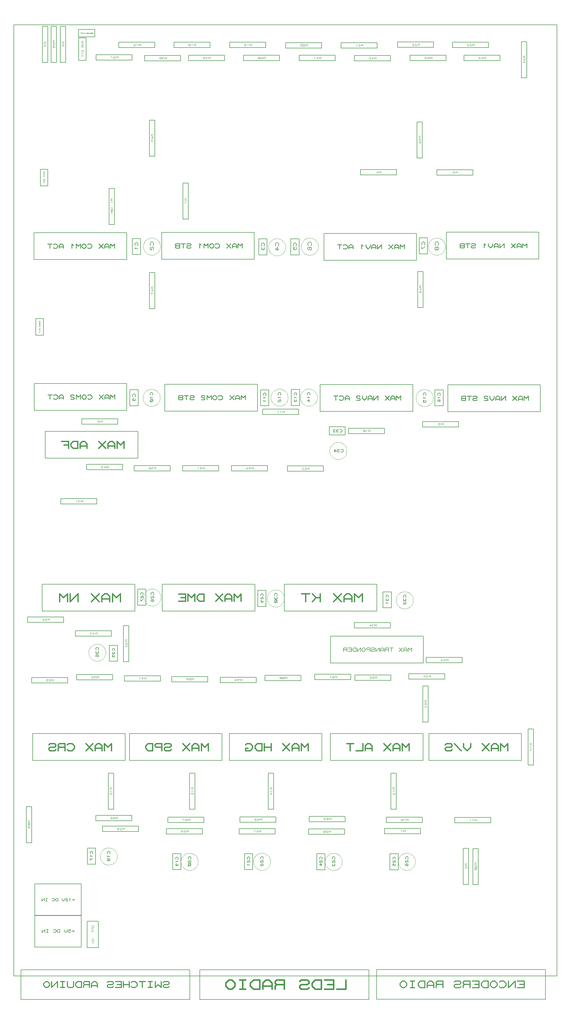
<source format=gbr>
G04 PROTEUS GERBER X2 FILE*
%TF.GenerationSoftware,Labcenter,Proteus,8.6-SP2-Build23525*%
%TF.CreationDate,2019-12-11T18:44:10+00:00*%
%TF.FileFunction,AssemblyDrawing,Bot*%
%TF.FilePolarity,Positive*%
%TF.Part,Single*%
%FSLAX45Y45*%
%MOMM*%
G01*
%TA.AperFunction,Profile*%
%ADD29C,0.203200*%
%TA.AperFunction,Material*%
%ADD72C,0.203200*%
%ADD83C,0.236020*%
%ADD84C,0.106680*%
%ADD85C,0.164590*%
%ADD86C,0.050800*%
%ADD87C,0.191010*%
%ADD88C,0.191770*%
%ADD89C,0.143260*%
%ADD90C,0.132080*%
%ADD91C,0.383540*%
%ADD92C,0.438330*%
%ADD31C,0.152400*%
%ADD93C,0.374220*%
%ADD94C,0.510300*%
%ADD95C,0.330200*%
%ADD96C,0.140010*%
%ADD97C,0.108790*%
%ADD98C,0.154010*%
%ADD99C,0.033160*%
%ADD100C,0.095560*%
%ADD101C,0.062650*%
%TD.AperFunction*%
D29*
X-9000000Y-15750000D02*
X+9000000Y-15750000D01*
X+9000000Y+15750000D01*
X-9000000Y+15750000D01*
X-9000000Y-15750000D01*
D72*
X-8330660Y+7975300D02*
X-5262340Y+7975300D01*
X-5262340Y+8864300D01*
X-8330660Y+8864300D01*
X-8330660Y+7975300D01*
D83*
X-5663586Y+8348992D02*
X-5663586Y+8490607D01*
X-5734393Y+8419800D01*
X-5805200Y+8490607D01*
X-5805200Y+8348992D01*
X-5852405Y+8348992D02*
X-5852405Y+8443402D01*
X-5899609Y+8490607D01*
X-5946814Y+8490607D01*
X-5994019Y+8443402D01*
X-5994019Y+8348992D01*
X-5852405Y+8396197D02*
X-5994019Y+8396197D01*
X-6041224Y+8490607D02*
X-6182838Y+8348992D01*
X-6041224Y+8348992D02*
X-6182838Y+8490607D01*
X-6560476Y+8372595D02*
X-6536873Y+8348992D01*
X-6466066Y+8348992D01*
X-6418862Y+8396197D01*
X-6418862Y+8443402D01*
X-6466066Y+8490607D01*
X-6536873Y+8490607D01*
X-6560476Y+8467004D01*
X-6607681Y+8443402D02*
X-6654885Y+8490607D01*
X-6702090Y+8490607D01*
X-6749295Y+8443402D01*
X-6749295Y+8396197D01*
X-6702090Y+8348992D01*
X-6654885Y+8348992D01*
X-6607681Y+8396197D01*
X-6607681Y+8443402D01*
X-6796500Y+8348992D02*
X-6796500Y+8490607D01*
X-6867307Y+8419800D01*
X-6938114Y+8490607D01*
X-6938114Y+8348992D01*
X-7032523Y+8443402D02*
X-7079728Y+8490607D01*
X-7079728Y+8348992D01*
X-7362957Y+8348992D02*
X-7362957Y+8443402D01*
X-7410161Y+8490607D01*
X-7457366Y+8490607D01*
X-7504571Y+8443402D01*
X-7504571Y+8348992D01*
X-7362957Y+8396197D02*
X-7504571Y+8396197D01*
X-7693390Y+8372595D02*
X-7669787Y+8348992D01*
X-7598980Y+8348992D01*
X-7551776Y+8396197D01*
X-7551776Y+8443402D01*
X-7598980Y+8490607D01*
X-7669787Y+8490607D01*
X-7693390Y+8467004D01*
X-7740595Y+8490607D02*
X-7882209Y+8490607D01*
X-7811402Y+8490607D02*
X-7811402Y+8348992D01*
D72*
X-4100660Y+7985300D02*
X-1032340Y+7985300D01*
X-1032340Y+8874300D01*
X-4100660Y+8874300D01*
X-4100660Y+7985300D01*
D83*
X-1433586Y+8358992D02*
X-1433586Y+8500607D01*
X-1504393Y+8429800D01*
X-1575200Y+8500607D01*
X-1575200Y+8358992D01*
X-1622405Y+8358992D02*
X-1622405Y+8453402D01*
X-1669609Y+8500607D01*
X-1716814Y+8500607D01*
X-1764019Y+8453402D01*
X-1764019Y+8358992D01*
X-1622405Y+8406197D02*
X-1764019Y+8406197D01*
X-1811224Y+8500607D02*
X-1952838Y+8358992D01*
X-1811224Y+8358992D02*
X-1952838Y+8500607D01*
X-2330476Y+8382595D02*
X-2306873Y+8358992D01*
X-2236066Y+8358992D01*
X-2188862Y+8406197D01*
X-2188862Y+8453402D01*
X-2236066Y+8500607D01*
X-2306873Y+8500607D01*
X-2330476Y+8477004D01*
X-2377681Y+8453402D02*
X-2424885Y+8500607D01*
X-2472090Y+8500607D01*
X-2519295Y+8453402D01*
X-2519295Y+8406197D01*
X-2472090Y+8358992D01*
X-2424885Y+8358992D01*
X-2377681Y+8406197D01*
X-2377681Y+8453402D01*
X-2566500Y+8358992D02*
X-2566500Y+8500607D01*
X-2637307Y+8429800D01*
X-2708114Y+8500607D01*
X-2708114Y+8358992D01*
X-2802523Y+8453402D02*
X-2849728Y+8500607D01*
X-2849728Y+8358992D01*
X-3132957Y+8382595D02*
X-3156559Y+8358992D01*
X-3250968Y+8358992D01*
X-3274571Y+8382595D01*
X-3274571Y+8406197D01*
X-3250968Y+8429800D01*
X-3156559Y+8429800D01*
X-3132957Y+8453402D01*
X-3132957Y+8477004D01*
X-3156559Y+8500607D01*
X-3250968Y+8500607D01*
X-3274571Y+8477004D01*
X-3321776Y+8500607D02*
X-3463390Y+8500607D01*
X-3392583Y+8500607D02*
X-3392583Y+8358992D01*
X-3510595Y+8358992D02*
X-3510595Y+8500607D01*
X-3628606Y+8500607D01*
X-3652209Y+8477004D01*
X-3652209Y+8453402D01*
X-3628606Y+8429800D01*
X-3652209Y+8406197D01*
X-3652209Y+8382595D01*
X-3628606Y+8358992D01*
X-3510595Y+8358992D01*
X-3510595Y+8429800D02*
X-3628606Y+8429800D01*
D72*
X+1271880Y+7952120D02*
X+4340200Y+7952120D01*
X+4340200Y+8841120D01*
X+1271880Y+8841120D01*
X+1271880Y+7952120D01*
D83*
X+3938954Y+8325812D02*
X+3938954Y+8467427D01*
X+3868147Y+8396620D01*
X+3797340Y+8467427D01*
X+3797340Y+8325812D01*
X+3750135Y+8325812D02*
X+3750135Y+8420222D01*
X+3702931Y+8467427D01*
X+3655726Y+8467427D01*
X+3608521Y+8420222D01*
X+3608521Y+8325812D01*
X+3750135Y+8373017D02*
X+3608521Y+8373017D01*
X+3561316Y+8467427D02*
X+3419702Y+8325812D01*
X+3561316Y+8325812D02*
X+3419702Y+8467427D01*
X+3183678Y+8325812D02*
X+3183678Y+8467427D01*
X+3042064Y+8325812D01*
X+3042064Y+8467427D01*
X+2994859Y+8325812D02*
X+2994859Y+8420222D01*
X+2947655Y+8467427D01*
X+2900450Y+8467427D01*
X+2853245Y+8420222D01*
X+2853245Y+8325812D01*
X+2994859Y+8373017D02*
X+2853245Y+8373017D01*
X+2806040Y+8467427D02*
X+2806040Y+8396620D01*
X+2735233Y+8325812D01*
X+2664426Y+8396620D01*
X+2664426Y+8467427D01*
X+2570017Y+8420222D02*
X+2522812Y+8467427D01*
X+2522812Y+8325812D01*
X+2239583Y+8325812D02*
X+2239583Y+8420222D01*
X+2192379Y+8467427D01*
X+2145174Y+8467427D01*
X+2097969Y+8420222D01*
X+2097969Y+8325812D01*
X+2239583Y+8373017D02*
X+2097969Y+8373017D01*
X+1909150Y+8349415D02*
X+1932753Y+8325812D01*
X+2003560Y+8325812D01*
X+2050764Y+8373017D01*
X+2050764Y+8420222D01*
X+2003560Y+8467427D01*
X+1932753Y+8467427D01*
X+1909150Y+8443824D01*
X+1861945Y+8467427D02*
X+1720331Y+8467427D01*
X+1791138Y+8467427D02*
X+1791138Y+8325812D01*
D72*
X+5329340Y+7987200D02*
X+8397660Y+7987200D01*
X+8397660Y+8876200D01*
X+5329340Y+8876200D01*
X+5329340Y+7987200D01*
D83*
X+7996414Y+8360892D02*
X+7996414Y+8502507D01*
X+7925607Y+8431700D01*
X+7854800Y+8502507D01*
X+7854800Y+8360892D01*
X+7807595Y+8360892D02*
X+7807595Y+8455302D01*
X+7760391Y+8502507D01*
X+7713186Y+8502507D01*
X+7665981Y+8455302D01*
X+7665981Y+8360892D01*
X+7807595Y+8408097D02*
X+7665981Y+8408097D01*
X+7618776Y+8502507D02*
X+7477162Y+8360892D01*
X+7618776Y+8360892D02*
X+7477162Y+8502507D01*
X+7241138Y+8360892D02*
X+7241138Y+8502507D01*
X+7099524Y+8360892D01*
X+7099524Y+8502507D01*
X+7052319Y+8360892D02*
X+7052319Y+8455302D01*
X+7005115Y+8502507D01*
X+6957910Y+8502507D01*
X+6910705Y+8455302D01*
X+6910705Y+8360892D01*
X+7052319Y+8408097D02*
X+6910705Y+8408097D01*
X+6863500Y+8502507D02*
X+6863500Y+8431700D01*
X+6792693Y+8360892D01*
X+6721886Y+8431700D01*
X+6721886Y+8502507D01*
X+6627477Y+8455302D02*
X+6580272Y+8502507D01*
X+6580272Y+8360892D01*
X+6297043Y+8384495D02*
X+6273441Y+8360892D01*
X+6179032Y+8360892D01*
X+6155429Y+8384495D01*
X+6155429Y+8408097D01*
X+6179032Y+8431700D01*
X+6273441Y+8431700D01*
X+6297043Y+8455302D01*
X+6297043Y+8478904D01*
X+6273441Y+8502507D01*
X+6179032Y+8502507D01*
X+6155429Y+8478904D01*
X+6108224Y+8502507D02*
X+5966610Y+8502507D01*
X+6037417Y+8502507D02*
X+6037417Y+8360892D01*
X+5919405Y+8360892D02*
X+5919405Y+8502507D01*
X+5801394Y+8502507D01*
X+5777791Y+8478904D01*
X+5777791Y+8455302D01*
X+5801394Y+8431700D01*
X+5777791Y+8408097D01*
X+5777791Y+8384495D01*
X+5801394Y+8360892D01*
X+5919405Y+8360892D01*
X+5919405Y+8431700D02*
X+5801394Y+8431700D01*
D72*
X-5845860Y+9136060D02*
X-5668060Y+9136060D01*
X-5668060Y+10329860D01*
X-5845860Y+10329860D01*
X-5845860Y+9136060D01*
D84*
X-5724956Y+9988992D02*
X-5788964Y+9988992D01*
X-5788964Y+9935652D01*
X-5778296Y+9924984D01*
X-5767628Y+9924984D01*
X-5756960Y+9935652D01*
X-5756960Y+9988992D01*
X-5756960Y+9935652D02*
X-5746292Y+9924984D01*
X-5724956Y+9924984D01*
X-5767628Y+9882312D02*
X-5788964Y+9860976D01*
X-5724956Y+9860976D01*
X-5767628Y+9711624D02*
X-5788964Y+9690288D01*
X-5724956Y+9690288D01*
X-5735624Y+9647616D02*
X-5778296Y+9647616D01*
X-5788964Y+9636948D01*
X-5788964Y+9594276D01*
X-5778296Y+9583608D01*
X-5735624Y+9583608D01*
X-5724956Y+9594276D01*
X-5724956Y+9636948D01*
X-5735624Y+9647616D01*
X-5724956Y+9647616D02*
X-5788964Y+9583608D01*
X-5788964Y+9562272D02*
X-5724956Y+9562272D01*
X-5788964Y+9498264D02*
X-5756960Y+9530268D01*
X-5724956Y+9498264D01*
X-5756960Y+9562272D02*
X-5756960Y+9530268D01*
D72*
X+5016970Y+10766670D02*
X+6210770Y+10766670D01*
X+6210770Y+10944470D01*
X+5016970Y+10944470D01*
X+5016970Y+10766670D01*
D84*
X+5699214Y+10823566D02*
X+5699214Y+10887574D01*
X+5645874Y+10887574D01*
X+5635206Y+10876906D01*
X+5635206Y+10866238D01*
X+5645874Y+10855570D01*
X+5699214Y+10855570D01*
X+5645874Y+10855570D02*
X+5635206Y+10844902D01*
X+5635206Y+10823566D01*
X+5549862Y+10887574D02*
X+5603202Y+10887574D01*
X+5603202Y+10866238D01*
X+5560530Y+10866238D01*
X+5549862Y+10855570D01*
X+5549862Y+10834234D01*
X+5560530Y+10823566D01*
X+5592534Y+10823566D01*
X+5603202Y+10834234D01*
D72*
X+2483350Y+10776330D02*
X+3677150Y+10776330D01*
X+3677150Y+10954130D01*
X+2483350Y+10954130D01*
X+2483350Y+10776330D01*
D84*
X+3165594Y+10833226D02*
X+3165594Y+10897234D01*
X+3112254Y+10897234D01*
X+3101586Y+10886566D01*
X+3101586Y+10875898D01*
X+3112254Y+10865230D01*
X+3165594Y+10865230D01*
X+3112254Y+10865230D02*
X+3101586Y+10854562D01*
X+3101586Y+10833226D01*
X+3016242Y+10886566D02*
X+3026910Y+10897234D01*
X+3058914Y+10897234D01*
X+3069582Y+10886566D01*
X+3069582Y+10843894D01*
X+3058914Y+10833226D01*
X+3026910Y+10833226D01*
X+3016242Y+10843894D01*
X+3016242Y+10854562D01*
X+3026910Y+10865230D01*
X+3069582Y+10865230D01*
D72*
X-3398400Y+9309680D02*
X-3220600Y+9309680D01*
X-3220600Y+10503480D01*
X-3398400Y+10503480D01*
X-3398400Y+9309680D01*
D84*
X-3277496Y+9991924D02*
X-3341504Y+9991924D01*
X-3341504Y+9938584D01*
X-3330836Y+9927916D01*
X-3320168Y+9927916D01*
X-3309500Y+9938584D01*
X-3309500Y+9991924D01*
X-3309500Y+9938584D02*
X-3298832Y+9927916D01*
X-3277496Y+9927916D01*
X-3341504Y+9895912D02*
X-3341504Y+9842572D01*
X-3330836Y+9842572D01*
X-3277496Y+9895912D01*
D72*
X-5077160Y+8140620D02*
X-4802840Y+8140620D01*
X-4802840Y+8668940D01*
X-5077160Y+8668940D01*
X-5077160Y+8140620D01*
D85*
X-4907081Y+8437699D02*
X-4890622Y+8454158D01*
X-4890622Y+8503535D01*
X-4923540Y+8536453D01*
X-4956459Y+8536453D01*
X-4989377Y+8503535D01*
X-4989377Y+8454158D01*
X-4972918Y+8437699D01*
X-4956459Y+8371862D02*
X-4989377Y+8338944D01*
X-4890622Y+8338944D01*
D86*
X-4143320Y+8405700D02*
X-4144238Y+8428514D01*
X-4151691Y+8474143D01*
X-4167238Y+8519772D01*
X-4192480Y+8565401D01*
X-4231022Y+8610931D01*
X-4276651Y+8646427D01*
X-4322280Y+8669547D01*
X-4367909Y+8683400D01*
X-4413538Y+8689346D01*
X-4427300Y+8689680D01*
X-4711280Y+8405700D02*
X-4710362Y+8428514D01*
X-4702909Y+8474143D01*
X-4687362Y+8519772D01*
X-4662120Y+8565401D01*
X-4623578Y+8610931D01*
X-4577949Y+8646427D01*
X-4532320Y+8669547D01*
X-4486691Y+8683400D01*
X-4441062Y+8689346D01*
X-4427300Y+8689680D01*
X-4711280Y+8405700D02*
X-4710362Y+8382886D01*
X-4702909Y+8337257D01*
X-4687362Y+8291628D01*
X-4662120Y+8245999D01*
X-4623578Y+8200469D01*
X-4577949Y+8164973D01*
X-4532320Y+8141853D01*
X-4486691Y+8128000D01*
X-4441062Y+8122054D01*
X-4427300Y+8121720D01*
X-4143320Y+8405700D02*
X-4144238Y+8382886D01*
X-4151691Y+8337257D01*
X-4167238Y+8291628D01*
X-4192480Y+8245999D01*
X-4231022Y+8200469D01*
X-4276651Y+8164973D01*
X-4322280Y+8141853D01*
X-4367909Y+8128000D01*
X-4413538Y+8122054D01*
X-4427300Y+8121720D01*
D87*
X-4389097Y+8443903D02*
X-4369996Y+8463004D01*
X-4369996Y+8520308D01*
X-4408199Y+8558510D01*
X-4446401Y+8558510D01*
X-4484604Y+8520308D01*
X-4484604Y+8463004D01*
X-4465503Y+8443903D01*
X-4465503Y+8386599D02*
X-4484604Y+8367498D01*
X-4484604Y+8310194D01*
X-4465503Y+8291093D01*
X-4446401Y+8291093D01*
X-4427300Y+8310194D01*
X-4427300Y+8367498D01*
X-4408199Y+8386599D01*
X-4369996Y+8386599D01*
X-4369996Y+8291093D01*
D72*
X-884120Y+8128720D02*
X-609800Y+8128720D01*
X-609800Y+8657040D01*
X-884120Y+8657040D01*
X-884120Y+8128720D01*
D85*
X-714041Y+8425799D02*
X-697582Y+8442258D01*
X-697582Y+8491635D01*
X-730500Y+8524553D01*
X-763419Y+8524553D01*
X-796337Y+8491635D01*
X-796337Y+8442258D01*
X-779878Y+8425799D01*
X-779878Y+8376421D02*
X-796337Y+8359962D01*
X-796337Y+8310585D01*
X-779878Y+8294126D01*
X-763419Y+8294126D01*
X-746960Y+8310585D01*
X-730500Y+8294126D01*
X-714041Y+8294126D01*
X-697582Y+8310585D01*
X-697582Y+8359962D01*
X-714041Y+8376421D01*
X-746960Y+8343503D02*
X-746960Y+8310585D01*
D86*
X+4480Y+8382880D02*
X+3562Y+8405694D01*
X-3891Y+8451323D01*
X-19438Y+8496952D01*
X-44680Y+8542581D01*
X-83222Y+8588111D01*
X-128851Y+8623607D01*
X-174480Y+8646727D01*
X-220109Y+8660580D01*
X-265738Y+8666526D01*
X-279500Y+8666860D01*
X-563480Y+8382880D02*
X-562562Y+8405694D01*
X-555109Y+8451323D01*
X-539562Y+8496952D01*
X-514320Y+8542581D01*
X-475778Y+8588111D01*
X-430149Y+8623607D01*
X-384520Y+8646727D01*
X-338891Y+8660580D01*
X-293262Y+8666526D01*
X-279500Y+8666860D01*
X-563480Y+8382880D02*
X-562562Y+8360066D01*
X-555109Y+8314437D01*
X-539562Y+8268808D01*
X-514320Y+8223179D01*
X-475778Y+8177649D01*
X-430149Y+8142153D01*
X-384520Y+8119033D01*
X-338891Y+8105180D01*
X-293262Y+8099234D01*
X-279500Y+8098900D01*
X+4480Y+8382880D02*
X+3562Y+8360066D01*
X-3891Y+8314437D01*
X-19438Y+8268808D01*
X-44680Y+8223179D01*
X-83222Y+8177649D01*
X-128851Y+8142153D01*
X-174480Y+8119033D01*
X-220109Y+8105180D01*
X-265738Y+8099234D01*
X-279500Y+8098900D01*
D87*
X-241297Y+8421083D02*
X-222196Y+8440184D01*
X-222196Y+8497488D01*
X-260399Y+8535690D01*
X-298601Y+8535690D01*
X-336804Y+8497488D01*
X-336804Y+8440184D01*
X-317703Y+8421083D01*
X-260399Y+8268273D02*
X-260399Y+8382880D01*
X-336804Y+8306475D01*
X-222196Y+8306475D01*
D72*
X+175880Y+8128880D02*
X+450200Y+8128880D01*
X+450200Y+8657200D01*
X+175880Y+8657200D01*
X+175880Y+8128880D01*
D85*
X+345959Y+8425959D02*
X+362418Y+8442418D01*
X+362418Y+8491795D01*
X+329500Y+8524713D01*
X+296581Y+8524713D01*
X+263663Y+8491795D01*
X+263663Y+8442418D01*
X+280122Y+8425959D01*
X+263663Y+8294286D02*
X+263663Y+8376581D01*
X+296581Y+8376581D01*
X+296581Y+8310745D01*
X+313040Y+8294286D01*
X+345959Y+8294286D01*
X+362418Y+8310745D01*
X+362418Y+8360122D01*
X+345959Y+8376581D01*
D86*
X+1087020Y+8403040D02*
X+1086102Y+8425854D01*
X+1078649Y+8471483D01*
X+1063102Y+8517112D01*
X+1037860Y+8562741D01*
X+999318Y+8608271D01*
X+953689Y+8643767D01*
X+908060Y+8666887D01*
X+862431Y+8680740D01*
X+816802Y+8686686D01*
X+803040Y+8687020D01*
X+519060Y+8403040D02*
X+519978Y+8425854D01*
X+527431Y+8471483D01*
X+542978Y+8517112D01*
X+568220Y+8562741D01*
X+606762Y+8608271D01*
X+652391Y+8643767D01*
X+698020Y+8666887D01*
X+743649Y+8680740D01*
X+789278Y+8686686D01*
X+803040Y+8687020D01*
X+519060Y+8403040D02*
X+519978Y+8380226D01*
X+527431Y+8334597D01*
X+542978Y+8288968D01*
X+568220Y+8243339D01*
X+606762Y+8197809D01*
X+652391Y+8162313D01*
X+698020Y+8139193D01*
X+743649Y+8125340D01*
X+789278Y+8119394D01*
X+803040Y+8119060D01*
X+1087020Y+8403040D02*
X+1086102Y+8380226D01*
X+1078649Y+8334597D01*
X+1063102Y+8288968D01*
X+1037860Y+8243339D01*
X+999318Y+8197809D01*
X+953689Y+8162313D01*
X+908060Y+8139193D01*
X+862431Y+8125340D01*
X+816802Y+8119394D01*
X+803040Y+8119060D01*
D87*
X+841243Y+8441243D02*
X+860344Y+8460344D01*
X+860344Y+8517648D01*
X+822141Y+8555850D01*
X+783939Y+8555850D01*
X+745736Y+8517648D01*
X+745736Y+8460344D01*
X+764837Y+8441243D01*
X+764837Y+8288433D02*
X+745736Y+8307534D01*
X+745736Y+8364838D01*
X+764837Y+8383939D01*
X+841243Y+8383939D01*
X+860344Y+8364838D01*
X+860344Y+8307534D01*
X+841243Y+8288433D01*
X+822141Y+8288433D01*
X+803040Y+8307534D01*
X+803040Y+8383939D01*
D72*
X+4432520Y+8161860D02*
X+4706840Y+8161860D01*
X+4706840Y+8690180D01*
X+4432520Y+8690180D01*
X+4432520Y+8161860D01*
D85*
X+4602599Y+8458939D02*
X+4619058Y+8475398D01*
X+4619058Y+8524775D01*
X+4586140Y+8557693D01*
X+4553221Y+8557693D01*
X+4520303Y+8524775D01*
X+4520303Y+8475398D01*
X+4536762Y+8458939D01*
X+4520303Y+8409561D02*
X+4520303Y+8327266D01*
X+4536762Y+8327266D01*
X+4619058Y+8409561D01*
D86*
X+5299080Y+8404940D02*
X+5298162Y+8427754D01*
X+5290709Y+8473383D01*
X+5275162Y+8519012D01*
X+5249920Y+8564641D01*
X+5211378Y+8610171D01*
X+5165749Y+8645667D01*
X+5120120Y+8668787D01*
X+5074491Y+8682640D01*
X+5028862Y+8688586D01*
X+5015100Y+8688920D01*
X+4731120Y+8404940D02*
X+4732038Y+8427754D01*
X+4739491Y+8473383D01*
X+4755038Y+8519012D01*
X+4780280Y+8564641D01*
X+4818822Y+8610171D01*
X+4864451Y+8645667D01*
X+4910080Y+8668787D01*
X+4955709Y+8682640D01*
X+5001338Y+8688586D01*
X+5015100Y+8688920D01*
X+4731120Y+8404940D02*
X+4732038Y+8382126D01*
X+4739491Y+8336497D01*
X+4755038Y+8290868D01*
X+4780280Y+8245239D01*
X+4818822Y+8199709D01*
X+4864451Y+8164213D01*
X+4910080Y+8141093D01*
X+4955709Y+8127240D01*
X+5001338Y+8121294D01*
X+5015100Y+8120960D01*
X+5299080Y+8404940D02*
X+5298162Y+8382126D01*
X+5290709Y+8336497D01*
X+5275162Y+8290868D01*
X+5249920Y+8245239D01*
X+5211378Y+8199709D01*
X+5165749Y+8164213D01*
X+5120120Y+8141093D01*
X+5074491Y+8127240D01*
X+5028862Y+8121294D01*
X+5015100Y+8120960D01*
D87*
X+5053303Y+8443143D02*
X+5072404Y+8462244D01*
X+5072404Y+8519548D01*
X+5034201Y+8557750D01*
X+4995999Y+8557750D01*
X+4957796Y+8519548D01*
X+4957796Y+8462244D01*
X+4976897Y+8443143D01*
X+5015100Y+8366738D02*
X+4995999Y+8385839D01*
X+4976897Y+8385839D01*
X+4957796Y+8366738D01*
X+4957796Y+8309434D01*
X+4976897Y+8290333D01*
X+4995999Y+8290333D01*
X+5015100Y+8309434D01*
X+5015100Y+8366738D01*
X+5034201Y+8385839D01*
X+5053303Y+8385839D01*
X+5072404Y+8366738D01*
X+5072404Y+8309434D01*
X+5053303Y+8290333D01*
X+5034201Y+8290333D01*
X+5015100Y+8309434D01*
D72*
X+1499340Y-5389780D02*
X+4567660Y-5389780D01*
X+4567660Y-4500780D01*
X+1499340Y-4500780D01*
X+1499340Y-5389780D01*
D88*
X+4184120Y-5002811D02*
X+4184120Y-4887749D01*
X+4126589Y-4945280D01*
X+4069058Y-4887749D01*
X+4069058Y-5002811D01*
X+4030704Y-5002811D02*
X+4030704Y-4926103D01*
X+3992350Y-4887749D01*
X+3953996Y-4887749D01*
X+3915642Y-4926103D01*
X+3915642Y-5002811D01*
X+4030704Y-4964457D02*
X+3915642Y-4964457D01*
X+3877288Y-4887749D02*
X+3762226Y-5002811D01*
X+3877288Y-5002811D02*
X+3762226Y-4887749D01*
X+3570456Y-4887749D02*
X+3455394Y-4887749D01*
X+3512925Y-4887749D02*
X+3512925Y-5002811D01*
X+3417040Y-5002811D02*
X+3417040Y-4887749D01*
X+3321155Y-4887749D01*
X+3301978Y-4906926D01*
X+3301978Y-4926103D01*
X+3321155Y-4945280D01*
X+3417040Y-4945280D01*
X+3321155Y-4945280D02*
X+3301978Y-4964457D01*
X+3301978Y-5002811D01*
X+3263624Y-5002811D02*
X+3263624Y-4926103D01*
X+3225270Y-4887749D01*
X+3186916Y-4887749D01*
X+3148562Y-4926103D01*
X+3148562Y-5002811D01*
X+3263624Y-4964457D02*
X+3148562Y-4964457D01*
X+3110208Y-5002811D02*
X+3110208Y-4887749D01*
X+2995146Y-5002811D01*
X+2995146Y-4887749D01*
X+2956792Y-4983634D02*
X+2937615Y-5002811D01*
X+2860907Y-5002811D01*
X+2841730Y-4983634D01*
X+2841730Y-4964457D01*
X+2860907Y-4945280D01*
X+2937615Y-4945280D01*
X+2956792Y-4926103D01*
X+2956792Y-4906926D01*
X+2937615Y-4887749D01*
X+2860907Y-4887749D01*
X+2841730Y-4906926D01*
X+2803376Y-5002811D02*
X+2803376Y-4887749D01*
X+2707491Y-4887749D01*
X+2688314Y-4906926D01*
X+2688314Y-4926103D01*
X+2707491Y-4945280D01*
X+2803376Y-4945280D01*
X+2649960Y-4926103D02*
X+2611606Y-4887749D01*
X+2573252Y-4887749D01*
X+2534898Y-4926103D01*
X+2534898Y-4964457D01*
X+2573252Y-5002811D01*
X+2611606Y-5002811D01*
X+2649960Y-4964457D01*
X+2649960Y-4926103D01*
X+2496544Y-5002811D02*
X+2496544Y-4887749D01*
X+2381482Y-5002811D01*
X+2381482Y-4887749D01*
X+2343128Y-5002811D02*
X+2343128Y-4887749D01*
X+2266420Y-4887749D01*
X+2228066Y-4926103D01*
X+2228066Y-4964457D01*
X+2266420Y-5002811D01*
X+2343128Y-5002811D01*
X+2074650Y-5002811D02*
X+2189712Y-5002811D01*
X+2189712Y-4887749D01*
X+2074650Y-4887749D01*
X+2189712Y-4945280D02*
X+2113004Y-4945280D01*
X+2036296Y-5002811D02*
X+2036296Y-4887749D01*
X+1940411Y-4887749D01*
X+1921234Y-4906926D01*
X+1921234Y-4926103D01*
X+1940411Y-4945280D01*
X+2036296Y-4945280D01*
X+1940411Y-4945280D02*
X+1921234Y-4964457D01*
X+1921234Y-5002811D01*
D72*
X-6754100Y+2520600D02*
X-5560300Y+2520600D01*
X-5560300Y+2698400D01*
X-6754100Y+2698400D01*
X-6754100Y+2520600D01*
D84*
X-6071856Y+2577496D02*
X-6071856Y+2641504D01*
X-6125196Y+2641504D01*
X-6135864Y+2630836D01*
X-6135864Y+2620168D01*
X-6125196Y+2609500D01*
X-6071856Y+2609500D01*
X-6125196Y+2609500D02*
X-6135864Y+2598832D01*
X-6135864Y+2577496D01*
X-6178536Y+2609500D02*
X-6167868Y+2620168D01*
X-6167868Y+2630836D01*
X-6178536Y+2641504D01*
X-6210540Y+2641504D01*
X-6221208Y+2630836D01*
X-6221208Y+2620168D01*
X-6210540Y+2609500D01*
X-6178536Y+2609500D01*
X-6167868Y+2598832D01*
X-6167868Y+2588164D01*
X-6178536Y+2577496D01*
X-6210540Y+2577496D01*
X-6221208Y+2588164D01*
X-6221208Y+2598832D01*
X-6210540Y+2609500D01*
D72*
X+4545100Y+2431100D02*
X+5738900Y+2431100D01*
X+5738900Y+2608900D01*
X+4545100Y+2608900D01*
X+4545100Y+2431100D01*
D84*
X+5227344Y+2487996D02*
X+5227344Y+2552004D01*
X+5174004Y+2552004D01*
X+5163336Y+2541336D01*
X+5163336Y+2530668D01*
X+5174004Y+2520000D01*
X+5227344Y+2520000D01*
X+5174004Y+2520000D02*
X+5163336Y+2509332D01*
X+5163336Y+2487996D01*
X+5077992Y+2530668D02*
X+5088660Y+2520000D01*
X+5120664Y+2520000D01*
X+5131332Y+2530668D01*
X+5131332Y+2541336D01*
X+5120664Y+2552004D01*
X+5088660Y+2552004D01*
X+5077992Y+2541336D01*
X+5077992Y+2498664D01*
X+5088660Y+2487996D01*
X+5120664Y+2487996D01*
D72*
X+2085900Y+2210600D02*
X+3279700Y+2210600D01*
X+3279700Y+2388400D01*
X+2085900Y+2388400D01*
X+2085900Y+2210600D01*
D84*
X+2810816Y+2267496D02*
X+2810816Y+2331504D01*
X+2757476Y+2331504D01*
X+2746808Y+2320836D01*
X+2746808Y+2310168D01*
X+2757476Y+2299500D01*
X+2810816Y+2299500D01*
X+2757476Y+2299500D02*
X+2746808Y+2288832D01*
X+2746808Y+2267496D01*
X+2704136Y+2310168D02*
X+2682800Y+2331504D01*
X+2682800Y+2267496D01*
X+2640128Y+2278164D02*
X+2640128Y+2320836D01*
X+2629460Y+2331504D01*
X+2586788Y+2331504D01*
X+2576120Y+2320836D01*
X+2576120Y+2278164D01*
X+2586788Y+2267496D01*
X+2629460Y+2267496D01*
X+2640128Y+2278164D01*
X+2640128Y+2267496D02*
X+2576120Y+2331504D01*
D72*
X-758900Y+2841100D02*
X+434900Y+2841100D01*
X+434900Y+3018900D01*
X-758900Y+3018900D01*
X-758900Y+2841100D01*
D84*
X-33984Y+2897996D02*
X-33984Y+2962004D01*
X-87324Y+2962004D01*
X-97992Y+2951336D01*
X-97992Y+2940668D01*
X-87324Y+2930000D01*
X-33984Y+2930000D01*
X-87324Y+2930000D02*
X-97992Y+2919332D01*
X-97992Y+2897996D01*
X-140664Y+2940668D02*
X-162000Y+2962004D01*
X-162000Y+2897996D01*
X-226008Y+2940668D02*
X-247344Y+2962004D01*
X-247344Y+2897996D01*
D72*
X-5157160Y+3132840D02*
X-4882840Y+3132840D01*
X-4882840Y+3661160D01*
X-5157160Y+3661160D01*
X-5157160Y+3132840D01*
D85*
X-4987081Y+3429919D02*
X-4970622Y+3446378D01*
X-4970622Y+3495755D01*
X-5003540Y+3528673D01*
X-5036459Y+3528673D01*
X-5069377Y+3495755D01*
X-5069377Y+3446378D01*
X-5052918Y+3429919D01*
X-5036459Y+3298246D02*
X-5020000Y+3314705D01*
X-5020000Y+3364082D01*
X-5036459Y+3380541D01*
X-5052918Y+3380541D01*
X-5069377Y+3364082D01*
X-5069377Y+3314705D01*
X-5052918Y+3298246D01*
X-4987081Y+3298246D01*
X-4970622Y+3314705D01*
X-4970622Y+3364082D01*
D86*
X-4156020Y+3397920D02*
X-4156938Y+3420734D01*
X-4164391Y+3466363D01*
X-4179938Y+3511992D01*
X-4205180Y+3557621D01*
X-4243722Y+3603151D01*
X-4289351Y+3638647D01*
X-4334980Y+3661767D01*
X-4380609Y+3675620D01*
X-4426238Y+3681566D01*
X-4440000Y+3681900D01*
X-4723980Y+3397920D02*
X-4723062Y+3420734D01*
X-4715609Y+3466363D01*
X-4700062Y+3511992D01*
X-4674820Y+3557621D01*
X-4636278Y+3603151D01*
X-4590649Y+3638647D01*
X-4545020Y+3661767D01*
X-4499391Y+3675620D01*
X-4453762Y+3681566D01*
X-4440000Y+3681900D01*
X-4723980Y+3397920D02*
X-4723062Y+3375106D01*
X-4715609Y+3329477D01*
X-4700062Y+3283848D01*
X-4674820Y+3238219D01*
X-4636278Y+3192689D01*
X-4590649Y+3157193D01*
X-4545020Y+3134073D01*
X-4499391Y+3120220D01*
X-4453762Y+3114274D01*
X-4440000Y+3113940D01*
X-4156020Y+3397920D02*
X-4156938Y+3375106D01*
X-4164391Y+3329477D01*
X-4179938Y+3283848D01*
X-4205180Y+3238219D01*
X-4243722Y+3192689D01*
X-4289351Y+3157193D01*
X-4334980Y+3134073D01*
X-4380609Y+3120220D01*
X-4426238Y+3114274D01*
X-4440000Y+3113940D01*
D89*
X-4411348Y+3483876D02*
X-4397022Y+3498202D01*
X-4397022Y+3541180D01*
X-4425674Y+3569832D01*
X-4454326Y+3569832D01*
X-4482978Y+3541180D01*
X-4482978Y+3498202D01*
X-4468652Y+3483876D01*
X-4454326Y+3426572D02*
X-4482978Y+3397920D01*
X-4397022Y+3397920D01*
X-4411348Y+3340616D02*
X-4468652Y+3340616D01*
X-4482978Y+3326290D01*
X-4482978Y+3268986D01*
X-4468652Y+3254660D01*
X-4411348Y+3254660D01*
X-4397022Y+3268986D01*
X-4397022Y+3326290D01*
X-4411348Y+3340616D01*
X-4397022Y+3340616D02*
X-4482978Y+3254660D01*
D72*
X-827160Y+3128840D02*
X-552840Y+3128840D01*
X-552840Y+3657160D01*
X-827160Y+3657160D01*
X-827160Y+3128840D01*
D90*
X-663584Y+3472248D02*
X-650376Y+3485456D01*
X-650376Y+3525080D01*
X-676792Y+3551496D01*
X-703208Y+3551496D01*
X-729624Y+3525080D01*
X-729624Y+3485456D01*
X-716416Y+3472248D01*
X-703208Y+3419416D02*
X-729624Y+3393000D01*
X-650376Y+3393000D01*
X-703208Y+3313752D02*
X-729624Y+3287336D01*
X-650376Y+3287336D01*
D86*
X+84480Y+3402880D02*
X+83562Y+3425694D01*
X+76109Y+3471323D01*
X+60562Y+3516952D01*
X+35320Y+3562581D01*
X-3222Y+3608111D01*
X-48851Y+3643607D01*
X-94480Y+3666727D01*
X-140109Y+3680580D01*
X-185738Y+3686526D01*
X-199500Y+3686860D01*
X-483480Y+3402880D02*
X-482562Y+3425694D01*
X-475109Y+3471323D01*
X-459562Y+3516952D01*
X-434320Y+3562581D01*
X-395778Y+3608111D01*
X-350149Y+3643607D01*
X-304520Y+3666727D01*
X-258891Y+3680580D01*
X-213262Y+3686526D01*
X-199500Y+3686860D01*
X-483480Y+3402880D02*
X-482562Y+3380066D01*
X-475109Y+3334437D01*
X-459562Y+3288808D01*
X-434320Y+3243179D01*
X-395778Y+3197649D01*
X-350149Y+3162153D01*
X-304520Y+3139033D01*
X-258891Y+3125180D01*
X-213262Y+3119234D01*
X-199500Y+3118900D01*
X+84480Y+3402880D02*
X+83562Y+3380066D01*
X+76109Y+3334437D01*
X+60562Y+3288808D01*
X+35320Y+3243179D01*
X-3222Y+3197649D01*
X-48851Y+3162153D01*
X-94480Y+3139033D01*
X-140109Y+3125180D01*
X-185738Y+3119234D01*
X-199500Y+3118900D01*
D89*
X-170848Y+3488836D02*
X-156522Y+3503162D01*
X-156522Y+3546140D01*
X-185174Y+3574792D01*
X-213826Y+3574792D01*
X-242478Y+3546140D01*
X-242478Y+3503162D01*
X-228152Y+3488836D01*
X-213826Y+3431532D02*
X-242478Y+3402880D01*
X-156522Y+3402880D01*
X-228152Y+3331250D02*
X-242478Y+3316924D01*
X-242478Y+3273946D01*
X-228152Y+3259620D01*
X-213826Y+3259620D01*
X-199500Y+3273946D01*
X-199500Y+3316924D01*
X-185174Y+3331250D01*
X-156522Y+3331250D01*
X-156522Y+3259620D01*
D72*
X+193340Y+3140940D02*
X+467660Y+3140940D01*
X+467660Y+3669260D01*
X+193340Y+3669260D01*
X+193340Y+3140940D01*
D90*
X+356916Y+3484348D02*
X+370124Y+3497556D01*
X+370124Y+3537180D01*
X+343708Y+3563596D01*
X+317292Y+3563596D01*
X+290876Y+3537180D01*
X+290876Y+3497556D01*
X+304084Y+3484348D01*
X+317292Y+3431516D02*
X+290876Y+3405100D01*
X+370124Y+3405100D01*
X+304084Y+3339060D02*
X+290876Y+3325852D01*
X+290876Y+3286228D01*
X+304084Y+3273020D01*
X+317292Y+3273020D01*
X+330500Y+3286228D01*
X+343708Y+3273020D01*
X+356916Y+3273020D01*
X+370124Y+3286228D01*
X+370124Y+3325852D01*
X+356916Y+3339060D01*
X+330500Y+3312644D02*
X+330500Y+3286228D01*
D86*
X+1054480Y+3402880D02*
X+1053562Y+3425694D01*
X+1046109Y+3471323D01*
X+1030562Y+3516952D01*
X+1005320Y+3562581D01*
X+966778Y+3608111D01*
X+921149Y+3643607D01*
X+875520Y+3666727D01*
X+829891Y+3680580D01*
X+784262Y+3686526D01*
X+770500Y+3686860D01*
X+486520Y+3402880D02*
X+487438Y+3425694D01*
X+494891Y+3471323D01*
X+510438Y+3516952D01*
X+535680Y+3562581D01*
X+574222Y+3608111D01*
X+619851Y+3643607D01*
X+665480Y+3666727D01*
X+711109Y+3680580D01*
X+756738Y+3686526D01*
X+770500Y+3686860D01*
X+486520Y+3402880D02*
X+487438Y+3380066D01*
X+494891Y+3334437D01*
X+510438Y+3288808D01*
X+535680Y+3243179D01*
X+574222Y+3197649D01*
X+619851Y+3162153D01*
X+665480Y+3139033D01*
X+711109Y+3125180D01*
X+756738Y+3119234D01*
X+770500Y+3118900D01*
X+1054480Y+3402880D02*
X+1053562Y+3380066D01*
X+1046109Y+3334437D01*
X+1030562Y+3288808D01*
X+1005320Y+3243179D01*
X+966778Y+3197649D01*
X+921149Y+3162153D01*
X+875520Y+3139033D01*
X+829891Y+3125180D01*
X+784262Y+3119234D01*
X+770500Y+3118900D01*
D89*
X+799152Y+3488836D02*
X+813478Y+3503162D01*
X+813478Y+3546140D01*
X+784826Y+3574792D01*
X+756174Y+3574792D01*
X+727522Y+3546140D01*
X+727522Y+3503162D01*
X+741848Y+3488836D01*
X+756174Y+3431532D02*
X+727522Y+3402880D01*
X+813478Y+3402880D01*
X+784826Y+3259620D02*
X+784826Y+3345576D01*
X+727522Y+3288272D01*
X+813478Y+3288272D01*
D86*
X+4894640Y+3388940D02*
X+4893722Y+3411754D01*
X+4886269Y+3457383D01*
X+4870722Y+3503012D01*
X+4845480Y+3548641D01*
X+4806938Y+3594171D01*
X+4761309Y+3629667D01*
X+4715680Y+3652787D01*
X+4670051Y+3666640D01*
X+4624422Y+3672586D01*
X+4610660Y+3672920D01*
X+4326680Y+3388940D02*
X+4327598Y+3411754D01*
X+4335051Y+3457383D01*
X+4350598Y+3503012D01*
X+4375840Y+3548641D01*
X+4414382Y+3594171D01*
X+4460011Y+3629667D01*
X+4505640Y+3652787D01*
X+4551269Y+3666640D01*
X+4596898Y+3672586D01*
X+4610660Y+3672920D01*
X+4326680Y+3388940D02*
X+4327598Y+3366126D01*
X+4335051Y+3320497D01*
X+4350598Y+3274868D01*
X+4375840Y+3229239D01*
X+4414382Y+3183709D01*
X+4460011Y+3148213D01*
X+4505640Y+3125093D01*
X+4551269Y+3111240D01*
X+4596898Y+3105294D01*
X+4610660Y+3104960D01*
X+4894640Y+3388940D02*
X+4893722Y+3366126D01*
X+4886269Y+3320497D01*
X+4870722Y+3274868D01*
X+4845480Y+3229239D01*
X+4806938Y+3183709D01*
X+4761309Y+3148213D01*
X+4715680Y+3125093D01*
X+4670051Y+3111240D01*
X+4624422Y+3105294D01*
X+4610660Y+3104960D01*
D89*
X+4639312Y+3474896D02*
X+4653638Y+3489222D01*
X+4653638Y+3532200D01*
X+4624986Y+3560852D01*
X+4596334Y+3560852D01*
X+4567682Y+3532200D01*
X+4567682Y+3489222D01*
X+4582008Y+3474896D01*
X+4596334Y+3417592D02*
X+4567682Y+3388940D01*
X+4653638Y+3388940D01*
X+4567682Y+3245680D02*
X+4567682Y+3317310D01*
X+4596334Y+3317310D01*
X+4596334Y+3260006D01*
X+4610660Y+3245680D01*
X+4639312Y+3245680D01*
X+4653638Y+3260006D01*
X+4653638Y+3302984D01*
X+4639312Y+3317310D01*
D72*
X+4953000Y+3130900D02*
X+5227320Y+3130900D01*
X+5227320Y+3659220D01*
X+4953000Y+3659220D01*
X+4953000Y+3130900D01*
D90*
X+5116576Y+3474308D02*
X+5129784Y+3487516D01*
X+5129784Y+3527140D01*
X+5103368Y+3553556D01*
X+5076952Y+3553556D01*
X+5050536Y+3527140D01*
X+5050536Y+3487516D01*
X+5063744Y+3474308D01*
X+5076952Y+3421476D02*
X+5050536Y+3395060D01*
X+5129784Y+3395060D01*
X+5063744Y+3262980D02*
X+5050536Y+3276188D01*
X+5050536Y+3315812D01*
X+5063744Y+3329020D01*
X+5116576Y+3329020D01*
X+5129784Y+3315812D01*
X+5129784Y+3276188D01*
X+5116576Y+3262980D01*
X+5103368Y+3262980D01*
X+5090160Y+3276188D01*
X+5090160Y+3329020D01*
D72*
X-5521440Y+14990940D02*
X-4327640Y+14990940D01*
X-4327640Y+15168740D01*
X-5521440Y+15168740D01*
X-5521440Y+14990940D01*
D84*
X-4796524Y+15047836D02*
X-4796524Y+15111844D01*
X-4849864Y+15111844D01*
X-4860532Y+15101176D01*
X-4860532Y+15090508D01*
X-4849864Y+15079840D01*
X-4796524Y+15079840D01*
X-4849864Y+15079840D02*
X-4860532Y+15069172D01*
X-4860532Y+15047836D01*
X-4903204Y+15090508D02*
X-4924540Y+15111844D01*
X-4924540Y+15047836D01*
X-5031220Y+15101176D02*
X-5020552Y+15111844D01*
X-4988548Y+15111844D01*
X-4977880Y+15101176D01*
X-4977880Y+15058504D01*
X-4988548Y+15047836D01*
X-5020552Y+15047836D01*
X-5031220Y+15058504D01*
X-5031220Y+15069172D01*
X-5020552Y+15079840D01*
X-4977880Y+15079840D01*
D72*
X-3698900Y+14991100D02*
X-2505100Y+14991100D01*
X-2505100Y+15168900D01*
X-3698900Y+15168900D01*
X-3698900Y+14991100D01*
D84*
X-2973984Y+15047996D02*
X-2973984Y+15112004D01*
X-3027324Y+15112004D01*
X-3037992Y+15101336D01*
X-3037992Y+15090668D01*
X-3027324Y+15080000D01*
X-2973984Y+15080000D01*
X-3027324Y+15080000D02*
X-3037992Y+15069332D01*
X-3037992Y+15047996D01*
X-3080664Y+15090668D02*
X-3102000Y+15112004D01*
X-3102000Y+15047996D01*
X-3166008Y+15080000D02*
X-3155340Y+15090668D01*
X-3155340Y+15101336D01*
X-3166008Y+15112004D01*
X-3198012Y+15112004D01*
X-3208680Y+15101336D01*
X-3208680Y+15090668D01*
X-3198012Y+15080000D01*
X-3166008Y+15080000D01*
X-3155340Y+15069332D01*
X-3155340Y+15058664D01*
X-3166008Y+15047996D01*
X-3198012Y+15047996D01*
X-3208680Y+15058664D01*
X-3208680Y+15069332D01*
X-3198012Y+15080000D01*
D72*
X-1848900Y+14991100D02*
X-655100Y+14991100D01*
X-655100Y+15168900D01*
X-1848900Y+15168900D01*
X-1848900Y+14991100D01*
D84*
X-1123984Y+15047996D02*
X-1123984Y+15112004D01*
X-1177324Y+15112004D01*
X-1187992Y+15101336D01*
X-1187992Y+15090668D01*
X-1177324Y+15080000D01*
X-1123984Y+15080000D01*
X-1177324Y+15080000D02*
X-1187992Y+15069332D01*
X-1187992Y+15047996D01*
X-1230664Y+15090668D02*
X-1252000Y+15112004D01*
X-1252000Y+15047996D01*
X-1358680Y+15090668D02*
X-1348012Y+15080000D01*
X-1316008Y+15080000D01*
X-1305340Y+15090668D01*
X-1305340Y+15101336D01*
X-1316008Y+15112004D01*
X-1348012Y+15112004D01*
X-1358680Y+15101336D01*
X-1358680Y+15058664D01*
X-1348012Y+15047996D01*
X-1316008Y+15047996D01*
D72*
X+6020Y+14978240D02*
X+1199820Y+14978240D01*
X+1199820Y+15156040D01*
X+6020Y+15156040D01*
X+6020Y+14978240D01*
D84*
X+730936Y+15035136D02*
X+730936Y+15099144D01*
X+677596Y+15099144D01*
X+666928Y+15088476D01*
X+666928Y+15077808D01*
X+677596Y+15067140D01*
X+730936Y+15067140D01*
X+677596Y+15067140D02*
X+666928Y+15056472D01*
X+666928Y+15035136D01*
X+634924Y+15088476D02*
X+624256Y+15099144D01*
X+592252Y+15099144D01*
X+581584Y+15088476D01*
X+581584Y+15077808D01*
X+592252Y+15067140D01*
X+624256Y+15067140D01*
X+634924Y+15056472D01*
X+634924Y+15035136D01*
X+581584Y+15035136D01*
X+560248Y+15045804D02*
X+560248Y+15088476D01*
X+549580Y+15099144D01*
X+506908Y+15099144D01*
X+496240Y+15088476D01*
X+496240Y+15045804D01*
X+506908Y+15035136D01*
X+549580Y+15035136D01*
X+560248Y+15045804D01*
X+560248Y+15035136D02*
X+496240Y+15099144D01*
D72*
X+1841100Y+14978080D02*
X+3034900Y+14978080D01*
X+3034900Y+15155880D01*
X+1841100Y+15155880D01*
X+1841100Y+14978080D01*
D84*
X+2566016Y+15034976D02*
X+2566016Y+15098984D01*
X+2512676Y+15098984D01*
X+2502008Y+15088316D01*
X+2502008Y+15077648D01*
X+2512676Y+15066980D01*
X+2566016Y+15066980D01*
X+2512676Y+15066980D02*
X+2502008Y+15056312D01*
X+2502008Y+15034976D01*
X+2470004Y+15088316D02*
X+2459336Y+15098984D01*
X+2427332Y+15098984D01*
X+2416664Y+15088316D01*
X+2416664Y+15077648D01*
X+2427332Y+15066980D01*
X+2459336Y+15066980D01*
X+2470004Y+15056312D01*
X+2470004Y+15034976D01*
X+2416664Y+15034976D01*
X+2373992Y+15077648D02*
X+2352656Y+15098984D01*
X+2352656Y+15034976D01*
D72*
X+3713480Y+14998080D02*
X+4907280Y+14998080D01*
X+4907280Y+15175880D01*
X+3713480Y+15175880D01*
X+3713480Y+14998080D01*
D84*
X+4438396Y+15054976D02*
X+4438396Y+15118984D01*
X+4385056Y+15118984D01*
X+4374388Y+15108316D01*
X+4374388Y+15097648D01*
X+4385056Y+15086980D01*
X+4438396Y+15086980D01*
X+4385056Y+15086980D02*
X+4374388Y+15076312D01*
X+4374388Y+15054976D01*
X+4342384Y+15108316D02*
X+4331716Y+15118984D01*
X+4299712Y+15118984D01*
X+4289044Y+15108316D01*
X+4289044Y+15097648D01*
X+4299712Y+15086980D01*
X+4331716Y+15086980D01*
X+4342384Y+15076312D01*
X+4342384Y+15054976D01*
X+4289044Y+15054976D01*
X+4257040Y+15108316D02*
X+4246372Y+15118984D01*
X+4214368Y+15118984D01*
X+4203700Y+15108316D01*
X+4203700Y+15097648D01*
X+4214368Y+15086980D01*
X+4246372Y+15086980D01*
X+4257040Y+15076312D01*
X+4257040Y+15054976D01*
X+4203700Y+15054976D01*
D72*
X+5531100Y+14991100D02*
X+6724900Y+14991100D01*
X+6724900Y+15168900D01*
X+5531100Y+15168900D01*
X+5531100Y+14991100D01*
D84*
X+6256016Y+15047996D02*
X+6256016Y+15112004D01*
X+6202676Y+15112004D01*
X+6192008Y+15101336D01*
X+6192008Y+15090668D01*
X+6202676Y+15080000D01*
X+6256016Y+15080000D01*
X+6202676Y+15080000D02*
X+6192008Y+15069332D01*
X+6192008Y+15047996D01*
X+6160004Y+15101336D02*
X+6149336Y+15112004D01*
X+6117332Y+15112004D01*
X+6106664Y+15101336D01*
X+6106664Y+15090668D01*
X+6117332Y+15080000D01*
X+6149336Y+15080000D01*
X+6160004Y+15069332D01*
X+6160004Y+15047996D01*
X+6106664Y+15047996D01*
X+6074660Y+15101336D02*
X+6063992Y+15112004D01*
X+6031988Y+15112004D01*
X+6021320Y+15101336D01*
X+6021320Y+15090668D01*
X+6031988Y+15080000D01*
X+6021320Y+15069332D01*
X+6021320Y+15058664D01*
X+6031988Y+15047996D01*
X+6063992Y+15047996D01*
X+6074660Y+15058664D01*
X+6053324Y+15080000D02*
X+6031988Y+15080000D01*
D72*
X+7821750Y+13991250D02*
X+7999550Y+13991250D01*
X+7999550Y+15185050D01*
X+7821750Y+15185050D01*
X+7821750Y+13991250D01*
D84*
X+7942654Y+14716166D02*
X+7878646Y+14716166D01*
X+7878646Y+14662826D01*
X+7889314Y+14652158D01*
X+7899982Y+14652158D01*
X+7910650Y+14662826D01*
X+7910650Y+14716166D01*
X+7910650Y+14662826D02*
X+7921318Y+14652158D01*
X+7942654Y+14652158D01*
X+7889314Y+14620154D02*
X+7878646Y+14609486D01*
X+7878646Y+14577482D01*
X+7889314Y+14566814D01*
X+7899982Y+14566814D01*
X+7910650Y+14577482D01*
X+7910650Y+14609486D01*
X+7921318Y+14620154D01*
X+7942654Y+14620154D01*
X+7942654Y+14566814D01*
X+7921318Y+14481470D02*
X+7921318Y+14545478D01*
X+7878646Y+14502806D01*
X+7942654Y+14502806D01*
D72*
X-6064400Y-10968100D02*
X-4870600Y-10968100D01*
X-4870600Y-10790300D01*
X-6064400Y-10790300D01*
X-6064400Y-10968100D01*
D84*
X-5339484Y-10911204D02*
X-5339484Y-10847196D01*
X-5392824Y-10847196D01*
X-5403492Y-10857864D01*
X-5403492Y-10868532D01*
X-5392824Y-10879200D01*
X-5339484Y-10879200D01*
X-5392824Y-10879200D02*
X-5403492Y-10889868D01*
X-5403492Y-10911204D01*
X-5435496Y-10857864D02*
X-5446164Y-10847196D01*
X-5478168Y-10847196D01*
X-5488836Y-10857864D01*
X-5488836Y-10868532D01*
X-5478168Y-10879200D01*
X-5446164Y-10879200D01*
X-5435496Y-10889868D01*
X-5435496Y-10911204D01*
X-5488836Y-10911204D01*
X-5574180Y-10847196D02*
X-5520840Y-10847196D01*
X-5520840Y-10868532D01*
X-5563512Y-10868532D01*
X-5574180Y-10879200D01*
X-5574180Y-10900536D01*
X-5563512Y-10911204D01*
X-5531508Y-10911204D01*
X-5520840Y-10900536D01*
D72*
X-3948900Y-11048900D02*
X-2755100Y-11048900D01*
X-2755100Y-10871100D01*
X-3948900Y-10871100D01*
X-3948900Y-11048900D01*
D84*
X-3223984Y-10992004D02*
X-3223984Y-10927996D01*
X-3277324Y-10927996D01*
X-3287992Y-10938664D01*
X-3287992Y-10949332D01*
X-3277324Y-10960000D01*
X-3223984Y-10960000D01*
X-3277324Y-10960000D02*
X-3287992Y-10970668D01*
X-3287992Y-10992004D01*
X-3319996Y-10938664D02*
X-3330664Y-10927996D01*
X-3362668Y-10927996D01*
X-3373336Y-10938664D01*
X-3373336Y-10949332D01*
X-3362668Y-10960000D01*
X-3330664Y-10960000D01*
X-3319996Y-10970668D01*
X-3319996Y-10992004D01*
X-3373336Y-10992004D01*
X-3458680Y-10938664D02*
X-3448012Y-10927996D01*
X-3416008Y-10927996D01*
X-3405340Y-10938664D01*
X-3405340Y-10981336D01*
X-3416008Y-10992004D01*
X-3448012Y-10992004D01*
X-3458680Y-10981336D01*
X-3458680Y-10970668D01*
X-3448012Y-10960000D01*
X-3405340Y-10960000D01*
D72*
X-1538900Y-11048900D02*
X-345100Y-11048900D01*
X-345100Y-10871100D01*
X-1538900Y-10871100D01*
X-1538900Y-11048900D01*
D84*
X-813984Y-10992004D02*
X-813984Y-10927996D01*
X-867324Y-10927996D01*
X-877992Y-10938664D01*
X-877992Y-10949332D01*
X-867324Y-10960000D01*
X-813984Y-10960000D01*
X-867324Y-10960000D02*
X-877992Y-10970668D01*
X-877992Y-10992004D01*
X-909996Y-10938664D02*
X-920664Y-10927996D01*
X-952668Y-10927996D01*
X-963336Y-10938664D01*
X-963336Y-10949332D01*
X-952668Y-10960000D01*
X-920664Y-10960000D01*
X-909996Y-10970668D01*
X-909996Y-10992004D01*
X-963336Y-10992004D01*
X-995340Y-10927996D02*
X-1048680Y-10927996D01*
X-1048680Y-10938664D01*
X-995340Y-10992004D01*
D72*
X+771100Y-11058900D02*
X+1964900Y-11058900D01*
X+1964900Y-10881100D01*
X+771100Y-10881100D01*
X+771100Y-11058900D01*
D84*
X+1496016Y-11002004D02*
X+1496016Y-10937996D01*
X+1442676Y-10937996D01*
X+1432008Y-10948664D01*
X+1432008Y-10959332D01*
X+1442676Y-10970000D01*
X+1496016Y-10970000D01*
X+1442676Y-10970000D02*
X+1432008Y-10980668D01*
X+1432008Y-11002004D01*
X+1400004Y-10948664D02*
X+1389336Y-10937996D01*
X+1357332Y-10937996D01*
X+1346664Y-10948664D01*
X+1346664Y-10959332D01*
X+1357332Y-10970000D01*
X+1389336Y-10970000D01*
X+1400004Y-10980668D01*
X+1400004Y-11002004D01*
X+1346664Y-11002004D01*
X+1303992Y-10970000D02*
X+1314660Y-10959332D01*
X+1314660Y-10948664D01*
X+1303992Y-10937996D01*
X+1271988Y-10937996D01*
X+1261320Y-10948664D01*
X+1261320Y-10959332D01*
X+1271988Y-10970000D01*
X+1303992Y-10970000D01*
X+1314660Y-10980668D01*
X+1314660Y-10991336D01*
X+1303992Y-11002004D01*
X+1271988Y-11002004D01*
X+1261320Y-10991336D01*
X+1261320Y-10980668D01*
X+1271988Y-10970000D01*
D72*
X-7769050Y+14505750D02*
X-7591250Y+14505750D01*
X-7591250Y+15699550D01*
X-7769050Y+15699550D01*
X-7769050Y+14505750D01*
D84*
X-7648146Y+15230666D02*
X-7712154Y+15230666D01*
X-7712154Y+15177326D01*
X-7701486Y+15166658D01*
X-7690818Y+15166658D01*
X-7680150Y+15177326D01*
X-7680150Y+15230666D01*
X-7680150Y+15177326D02*
X-7669482Y+15166658D01*
X-7648146Y+15166658D01*
X-7701486Y+15134654D02*
X-7712154Y+15123986D01*
X-7712154Y+15091982D01*
X-7701486Y+15081314D01*
X-7690818Y+15081314D01*
X-7680150Y+15091982D01*
X-7680150Y+15123986D01*
X-7669482Y+15134654D01*
X-7648146Y+15134654D01*
X-7648146Y+15081314D01*
X-7690818Y+14995970D02*
X-7680150Y+15006638D01*
X-7680150Y+15038642D01*
X-7690818Y+15049310D01*
X-7701486Y+15049310D01*
X-7712154Y+15038642D01*
X-7712154Y+15006638D01*
X-7701486Y+14995970D01*
X-7658814Y+14995970D01*
X-7648146Y+15006638D01*
X-7648146Y+15038642D01*
D72*
X+6211600Y-12724100D02*
X+6389400Y-12724100D01*
X+6389400Y-11530300D01*
X+6211600Y-11530300D01*
X+6211600Y-12724100D01*
D84*
X+6332504Y-11999184D02*
X+6268496Y-11999184D01*
X+6268496Y-12052524D01*
X+6279164Y-12063192D01*
X+6289832Y-12063192D01*
X+6300500Y-12052524D01*
X+6300500Y-11999184D01*
X+6300500Y-12052524D02*
X+6311168Y-12063192D01*
X+6332504Y-12063192D01*
X+6279164Y-12095196D02*
X+6268496Y-12105864D01*
X+6268496Y-12137868D01*
X+6279164Y-12148536D01*
X+6289832Y-12148536D01*
X+6300500Y-12137868D01*
X+6311168Y-12148536D01*
X+6321836Y-12148536D01*
X+6332504Y-12137868D01*
X+6332504Y-12105864D01*
X+6321836Y-12095196D01*
X+6300500Y-12116532D02*
X+6300500Y-12137868D01*
X+6321836Y-12169872D02*
X+6279164Y-12169872D01*
X+6268496Y-12180540D01*
X+6268496Y-12223212D01*
X+6279164Y-12233880D01*
X+6321836Y-12233880D01*
X+6332504Y-12223212D01*
X+6332504Y-12180540D01*
X+6321836Y-12169872D01*
X+6332504Y-12169872D02*
X+6268496Y-12233880D01*
D72*
X-8381160Y-8615500D02*
X-5312840Y-8615500D01*
X-5312840Y-7726500D01*
X-8381160Y-7726500D01*
X-8381160Y-8615500D01*
D91*
X-5773088Y-8286062D02*
X-5773088Y-8055938D01*
X-5888150Y-8171000D01*
X-6003212Y-8055938D01*
X-6003212Y-8286062D01*
X-6079920Y-8286062D02*
X-6079920Y-8132646D01*
X-6156628Y-8055938D01*
X-6233336Y-8055938D01*
X-6310044Y-8132646D01*
X-6310044Y-8286062D01*
X-6079920Y-8209354D02*
X-6310044Y-8209354D01*
X-6386752Y-8055938D02*
X-6616876Y-8286062D01*
X-6386752Y-8286062D02*
X-6616876Y-8055938D01*
X-7230540Y-8247708D02*
X-7192186Y-8286062D01*
X-7077124Y-8286062D01*
X-7000416Y-8209354D01*
X-7000416Y-8132646D01*
X-7077124Y-8055938D01*
X-7192186Y-8055938D01*
X-7230540Y-8094292D01*
X-7307248Y-8286062D02*
X-7307248Y-8055938D01*
X-7499018Y-8055938D01*
X-7537372Y-8094292D01*
X-7537372Y-8132646D01*
X-7499018Y-8171000D01*
X-7307248Y-8171000D01*
X-7499018Y-8171000D02*
X-7537372Y-8209354D01*
X-7537372Y-8286062D01*
X-7614080Y-8247708D02*
X-7652434Y-8286062D01*
X-7805850Y-8286062D01*
X-7844204Y-8247708D01*
X-7844204Y-8209354D01*
X-7805850Y-8171000D01*
X-7652434Y-8171000D01*
X-7614080Y-8132646D01*
X-7614080Y-8094292D01*
X-7652434Y-8055938D01*
X-7805850Y-8055938D01*
X-7844204Y-8094292D01*
D72*
X-1858620Y-8615660D02*
X+1209700Y-8615660D01*
X+1209700Y-7726660D01*
X-1858620Y-7726660D01*
X-1858620Y-8615660D01*
D91*
X+749452Y-8286222D02*
X+749452Y-8056098D01*
X+634390Y-8171160D01*
X+519328Y-8056098D01*
X+519328Y-8286222D01*
X+442620Y-8286222D02*
X+442620Y-8132806D01*
X+365912Y-8056098D01*
X+289204Y-8056098D01*
X+212496Y-8132806D01*
X+212496Y-8286222D01*
X+442620Y-8209514D02*
X+212496Y-8209514D01*
X+135788Y-8056098D02*
X-94336Y-8286222D01*
X+135788Y-8286222D02*
X-94336Y-8056098D01*
X-477876Y-8286222D02*
X-477876Y-8056098D01*
X-708000Y-8056098D02*
X-708000Y-8286222D01*
X-477876Y-8171160D02*
X-708000Y-8171160D01*
X-784708Y-8286222D02*
X-784708Y-8056098D01*
X-938124Y-8056098D01*
X-1014832Y-8132806D01*
X-1014832Y-8209514D01*
X-938124Y-8286222D01*
X-784708Y-8286222D01*
X-1244956Y-8209514D02*
X-1321664Y-8209514D01*
X-1321664Y-8286222D01*
X-1168248Y-8286222D01*
X-1091540Y-8209514D01*
X-1091540Y-8132806D01*
X-1168248Y-8056098D01*
X-1283310Y-8056098D01*
X-1321664Y-8094452D01*
D72*
X+1488840Y-8615820D02*
X+4557160Y-8615820D01*
X+4557160Y-7726820D01*
X+1488840Y-7726820D01*
X+1488840Y-8615820D01*
D91*
X+4096912Y-8286382D02*
X+4096912Y-8056258D01*
X+3981850Y-8171320D01*
X+3866788Y-8056258D01*
X+3866788Y-8286382D01*
X+3790080Y-8286382D02*
X+3790080Y-8132966D01*
X+3713372Y-8056258D01*
X+3636664Y-8056258D01*
X+3559956Y-8132966D01*
X+3559956Y-8286382D01*
X+3790080Y-8209674D02*
X+3559956Y-8209674D01*
X+3483248Y-8056258D02*
X+3253124Y-8286382D01*
X+3483248Y-8286382D02*
X+3253124Y-8056258D01*
X+2869584Y-8286382D02*
X+2869584Y-8132966D01*
X+2792876Y-8056258D01*
X+2716168Y-8056258D01*
X+2639460Y-8132966D01*
X+2639460Y-8286382D01*
X+2869584Y-8209674D02*
X+2639460Y-8209674D01*
X+2562752Y-8056258D02*
X+2562752Y-8286382D01*
X+2332628Y-8286382D01*
X+2255920Y-8056258D02*
X+2025796Y-8056258D01*
X+2140858Y-8056258D02*
X+2140858Y-8286382D01*
D72*
X-5171160Y-8615500D02*
X-2102840Y-8615500D01*
X-2102840Y-7726500D01*
X-5171160Y-7726500D01*
X-5171160Y-8615500D01*
D91*
X-2563088Y-8286062D02*
X-2563088Y-8055938D01*
X-2678150Y-8171000D01*
X-2793212Y-8055938D01*
X-2793212Y-8286062D01*
X-2869920Y-8286062D02*
X-2869920Y-8132646D01*
X-2946628Y-8055938D01*
X-3023336Y-8055938D01*
X-3100044Y-8132646D01*
X-3100044Y-8286062D01*
X-2869920Y-8209354D02*
X-3100044Y-8209354D01*
X-3176752Y-8055938D02*
X-3406876Y-8286062D01*
X-3176752Y-8286062D02*
X-3406876Y-8055938D01*
X-3790416Y-8247708D02*
X-3828770Y-8286062D01*
X-3982186Y-8286062D01*
X-4020540Y-8247708D01*
X-4020540Y-8209354D01*
X-3982186Y-8171000D01*
X-3828770Y-8171000D01*
X-3790416Y-8132646D01*
X-3790416Y-8094292D01*
X-3828770Y-8055938D01*
X-3982186Y-8055938D01*
X-4020540Y-8094292D01*
X-4097248Y-8286062D02*
X-4097248Y-8055938D01*
X-4289018Y-8055938D01*
X-4327372Y-8094292D01*
X-4327372Y-8132646D01*
X-4289018Y-8171000D01*
X-4097248Y-8171000D01*
X-4404080Y-8286062D02*
X-4404080Y-8055938D01*
X-4557496Y-8055938D01*
X-4634204Y-8132646D01*
X-4634204Y-8209354D01*
X-4557496Y-8286062D01*
X-4404080Y-8286062D01*
D72*
X+4751380Y-8615820D02*
X+7819700Y-8615820D01*
X+7819700Y-7726820D01*
X+4751380Y-7726820D01*
X+4751380Y-8615820D01*
D91*
X+7359452Y-8286382D02*
X+7359452Y-8056258D01*
X+7244390Y-8171320D01*
X+7129328Y-8056258D01*
X+7129328Y-8286382D01*
X+7052620Y-8286382D02*
X+7052620Y-8132966D01*
X+6975912Y-8056258D01*
X+6899204Y-8056258D01*
X+6822496Y-8132966D01*
X+6822496Y-8286382D01*
X+7052620Y-8209674D02*
X+6822496Y-8209674D01*
X+6745788Y-8056258D02*
X+6515664Y-8286382D01*
X+6745788Y-8286382D02*
X+6515664Y-8056258D01*
X+6132124Y-8056258D02*
X+6132124Y-8171320D01*
X+6017062Y-8286382D01*
X+5902000Y-8171320D01*
X+5902000Y-8056258D01*
X+5595168Y-8056258D02*
X+5825292Y-8286382D01*
X+5518460Y-8248028D02*
X+5480106Y-8286382D01*
X+5326690Y-8286382D01*
X+5288336Y-8248028D01*
X+5288336Y-8209674D01*
X+5326690Y-8171320D01*
X+5480106Y-8171320D01*
X+5518460Y-8132966D01*
X+5518460Y-8094612D01*
X+5480106Y-8056258D01*
X+5326690Y-8056258D01*
X+5288336Y-8094612D01*
D72*
X-5873320Y-10230480D02*
X-5695520Y-10230480D01*
X-5695520Y-9036680D01*
X-5873320Y-9036680D01*
X-5873320Y-10230480D01*
D84*
X-5752416Y-9505564D02*
X-5816424Y-9505564D01*
X-5816424Y-9558904D01*
X-5805756Y-9569572D01*
X-5795088Y-9569572D01*
X-5784420Y-9558904D01*
X-5784420Y-9505564D01*
X-5784420Y-9558904D02*
X-5773752Y-9569572D01*
X-5752416Y-9569572D01*
X-5795088Y-9612244D02*
X-5816424Y-9633580D01*
X-5752416Y-9633580D01*
X-5805756Y-9686920D02*
X-5816424Y-9697588D01*
X-5816424Y-9729592D01*
X-5805756Y-9740260D01*
X-5795088Y-9740260D01*
X-5784420Y-9729592D01*
X-5784420Y-9697588D01*
X-5773752Y-9686920D01*
X-5752416Y-9686920D01*
X-5752416Y-9740260D01*
D72*
X+3496020Y-10228720D02*
X+3673820Y-10228720D01*
X+3673820Y-9034920D01*
X+3496020Y-9034920D01*
X+3496020Y-10228720D01*
D84*
X+3616924Y-9503804D02*
X+3552916Y-9503804D01*
X+3552916Y-9557144D01*
X+3563584Y-9567812D01*
X+3574252Y-9567812D01*
X+3584920Y-9557144D01*
X+3584920Y-9503804D01*
X+3584920Y-9557144D02*
X+3595588Y-9567812D01*
X+3616924Y-9567812D01*
X+3574252Y-9610484D02*
X+3552916Y-9631820D01*
X+3616924Y-9631820D01*
X+3563584Y-9685160D02*
X+3552916Y-9695828D01*
X+3552916Y-9727832D01*
X+3563584Y-9738500D01*
X+3574252Y-9738500D01*
X+3584920Y-9727832D01*
X+3595588Y-9738500D01*
X+3606256Y-9738500D01*
X+3616924Y-9727832D01*
X+3616924Y-9695828D01*
X+3606256Y-9685160D01*
X+3584920Y-9706496D02*
X+3584920Y-9727832D01*
D72*
X-568400Y-10230480D02*
X-390600Y-10230480D01*
X-390600Y-9036680D01*
X-568400Y-9036680D01*
X-568400Y-10230480D01*
D84*
X-447496Y-9505564D02*
X-511504Y-9505564D01*
X-511504Y-9558904D01*
X-500836Y-9569572D01*
X-490168Y-9569572D01*
X-479500Y-9558904D01*
X-479500Y-9505564D01*
X-479500Y-9558904D02*
X-468832Y-9569572D01*
X-447496Y-9569572D01*
X-490168Y-9612244D02*
X-511504Y-9633580D01*
X-447496Y-9633580D01*
X-468832Y-9740260D02*
X-468832Y-9676252D01*
X-511504Y-9718924D01*
X-447496Y-9718924D01*
D72*
X+8038880Y-8767920D02*
X+8216680Y-8767920D01*
X+8216680Y-7574120D01*
X+8038880Y-7574120D01*
X+8038880Y-8767920D01*
D84*
X+8159784Y-8043004D02*
X+8095776Y-8043004D01*
X+8095776Y-8096344D01*
X+8106444Y-8107012D01*
X+8117112Y-8107012D01*
X+8127780Y-8096344D01*
X+8127780Y-8043004D01*
X+8127780Y-8096344D02*
X+8138448Y-8107012D01*
X+8159784Y-8107012D01*
X+8117112Y-8149684D02*
X+8095776Y-8171020D01*
X+8159784Y-8171020D01*
X+8095776Y-8224360D02*
X+8095776Y-8277700D01*
X+8106444Y-8277700D01*
X+8159784Y-8224360D01*
D72*
X-6567160Y-12047160D02*
X-6292840Y-12047160D01*
X-6292840Y-11518840D01*
X-6567160Y-11518840D01*
X-6567160Y-12047160D01*
D90*
X-6403584Y-11703752D02*
X-6390376Y-11690544D01*
X-6390376Y-11650920D01*
X-6416792Y-11624504D01*
X-6443208Y-11624504D01*
X-6469624Y-11650920D01*
X-6469624Y-11690544D01*
X-6456416Y-11703752D01*
X-6443208Y-11756584D02*
X-6469624Y-11783000D01*
X-6390376Y-11783000D01*
X-6469624Y-11849040D02*
X-6469624Y-11915080D01*
X-6456416Y-11915080D01*
X-6390376Y-11849040D01*
D86*
X-5576020Y-11792080D02*
X-5576938Y-11769266D01*
X-5584391Y-11723637D01*
X-5599938Y-11678008D01*
X-5625180Y-11632379D01*
X-5663722Y-11586849D01*
X-5709351Y-11551353D01*
X-5754980Y-11528233D01*
X-5800609Y-11514380D01*
X-5846238Y-11508434D01*
X-5860000Y-11508100D01*
X-6143980Y-11792080D02*
X-6143062Y-11769266D01*
X-6135609Y-11723637D01*
X-6120062Y-11678008D01*
X-6094820Y-11632379D01*
X-6056278Y-11586849D01*
X-6010649Y-11551353D01*
X-5965020Y-11528233D01*
X-5919391Y-11514380D01*
X-5873762Y-11508434D01*
X-5860000Y-11508100D01*
X-6143980Y-11792080D02*
X-6143062Y-11814894D01*
X-6135609Y-11860523D01*
X-6120062Y-11906152D01*
X-6094820Y-11951781D01*
X-6056278Y-11997311D01*
X-6010649Y-12032807D01*
X-5965020Y-12055927D01*
X-5919391Y-12069780D01*
X-5873762Y-12075726D01*
X-5860000Y-12076060D01*
X-5576020Y-11792080D02*
X-5576938Y-11814894D01*
X-5584391Y-11860523D01*
X-5599938Y-11906152D01*
X-5625180Y-11951781D01*
X-5663722Y-11997311D01*
X-5709351Y-12032807D01*
X-5754980Y-12055927D01*
X-5800609Y-12069780D01*
X-5846238Y-12075726D01*
X-5860000Y-12076060D01*
D89*
X-5831348Y-11706124D02*
X-5817022Y-11691798D01*
X-5817022Y-11648820D01*
X-5845674Y-11620168D01*
X-5874326Y-11620168D01*
X-5902978Y-11648820D01*
X-5902978Y-11691798D01*
X-5888652Y-11706124D01*
X-5874326Y-11763428D02*
X-5902978Y-11792080D01*
X-5817022Y-11792080D01*
X-5860000Y-11878036D02*
X-5874326Y-11863710D01*
X-5888652Y-11863710D01*
X-5902978Y-11878036D01*
X-5902978Y-11921014D01*
X-5888652Y-11935340D01*
X-5874326Y-11935340D01*
X-5860000Y-11921014D01*
X-5860000Y-11878036D01*
X-5845674Y-11863710D01*
X-5831348Y-11863710D01*
X-5817022Y-11878036D01*
X-5817022Y-11921014D01*
X-5831348Y-11935340D01*
X-5845674Y-11935340D01*
X-5860000Y-11921014D01*
D72*
X-3737160Y-12231160D02*
X-3462840Y-12231160D01*
X-3462840Y-11702840D01*
X-3737160Y-11702840D01*
X-3737160Y-12231160D01*
D90*
X-3573584Y-11887752D02*
X-3560376Y-11874544D01*
X-3560376Y-11834920D01*
X-3586792Y-11808504D01*
X-3613208Y-11808504D01*
X-3639624Y-11834920D01*
X-3639624Y-11874544D01*
X-3626416Y-11887752D01*
X-3613208Y-11940584D02*
X-3639624Y-11967000D01*
X-3560376Y-11967000D01*
X-3613208Y-12099080D02*
X-3600000Y-12085872D01*
X-3600000Y-12046248D01*
X-3613208Y-12033040D01*
X-3626416Y-12033040D01*
X-3639624Y-12046248D01*
X-3639624Y-12085872D01*
X-3626416Y-12099080D01*
X-3573584Y-12099080D01*
X-3560376Y-12085872D01*
X-3560376Y-12046248D01*
D86*
X-2896020Y-11967160D02*
X-2896938Y-11944346D01*
X-2904391Y-11898717D01*
X-2919938Y-11853088D01*
X-2945180Y-11807459D01*
X-2983722Y-11761929D01*
X-3029351Y-11726433D01*
X-3074980Y-11703313D01*
X-3120609Y-11689460D01*
X-3166238Y-11683514D01*
X-3180000Y-11683180D01*
X-3463980Y-11967160D02*
X-3463062Y-11944346D01*
X-3455609Y-11898717D01*
X-3440062Y-11853088D01*
X-3414820Y-11807459D01*
X-3376278Y-11761929D01*
X-3330649Y-11726433D01*
X-3285020Y-11703313D01*
X-3239391Y-11689460D01*
X-3193762Y-11683514D01*
X-3180000Y-11683180D01*
X-3463980Y-11967160D02*
X-3463062Y-11989974D01*
X-3455609Y-12035603D01*
X-3440062Y-12081232D01*
X-3414820Y-12126861D01*
X-3376278Y-12172391D01*
X-3330649Y-12207887D01*
X-3285020Y-12231007D01*
X-3239391Y-12244860D01*
X-3193762Y-12250806D01*
X-3180000Y-12251140D01*
X-2896020Y-11967160D02*
X-2896938Y-11989974D01*
X-2904391Y-12035603D01*
X-2919938Y-12081232D01*
X-2945180Y-12126861D01*
X-2983722Y-12172391D01*
X-3029351Y-12207887D01*
X-3074980Y-12231007D01*
X-3120609Y-12244860D01*
X-3166238Y-12250806D01*
X-3180000Y-12251140D01*
D89*
X-3151348Y-11881204D02*
X-3137022Y-11866878D01*
X-3137022Y-11823900D01*
X-3165674Y-11795248D01*
X-3194326Y-11795248D01*
X-3222978Y-11823900D01*
X-3222978Y-11866878D01*
X-3208652Y-11881204D01*
X-3208652Y-11924182D02*
X-3222978Y-11938508D01*
X-3222978Y-11981486D01*
X-3208652Y-11995812D01*
X-3194326Y-11995812D01*
X-3180000Y-11981486D01*
X-3180000Y-11938508D01*
X-3165674Y-11924182D01*
X-3137022Y-11924182D01*
X-3137022Y-11995812D01*
X-3151348Y-12024464D02*
X-3208652Y-12024464D01*
X-3222978Y-12038790D01*
X-3222978Y-12096094D01*
X-3208652Y-12110420D01*
X-3151348Y-12110420D01*
X-3137022Y-12096094D01*
X-3137022Y-12038790D01*
X-3151348Y-12024464D01*
X-3137022Y-12024464D02*
X-3222978Y-12110420D01*
D72*
X-1359700Y-12230520D02*
X-1085380Y-12230520D01*
X-1085380Y-11702200D01*
X-1359700Y-11702200D01*
X-1359700Y-12230520D01*
D90*
X-1196124Y-11887112D02*
X-1182916Y-11873904D01*
X-1182916Y-11834280D01*
X-1209332Y-11807864D01*
X-1235748Y-11807864D01*
X-1262164Y-11834280D01*
X-1262164Y-11873904D01*
X-1248956Y-11887112D01*
X-1248956Y-11926736D02*
X-1262164Y-11939944D01*
X-1262164Y-11979568D01*
X-1248956Y-11992776D01*
X-1235748Y-11992776D01*
X-1222540Y-11979568D01*
X-1222540Y-11939944D01*
X-1209332Y-11926736D01*
X-1182916Y-11926736D01*
X-1182916Y-11992776D01*
X-1235748Y-12045608D02*
X-1262164Y-12072024D01*
X-1182916Y-12072024D01*
D86*
X-496020Y-11966360D02*
X-496938Y-11943546D01*
X-504391Y-11897917D01*
X-519938Y-11852288D01*
X-545180Y-11806659D01*
X-583722Y-11761129D01*
X-629351Y-11725633D01*
X-674980Y-11702513D01*
X-720609Y-11688660D01*
X-766238Y-11682714D01*
X-780000Y-11682380D01*
X-1063980Y-11966360D02*
X-1063062Y-11943546D01*
X-1055609Y-11897917D01*
X-1040062Y-11852288D01*
X-1014820Y-11806659D01*
X-976278Y-11761129D01*
X-930649Y-11725633D01*
X-885020Y-11702513D01*
X-839391Y-11688660D01*
X-793762Y-11682714D01*
X-780000Y-11682380D01*
X-1063980Y-11966360D02*
X-1063062Y-11989174D01*
X-1055609Y-12034803D01*
X-1040062Y-12080432D01*
X-1014820Y-12126061D01*
X-976278Y-12171591D01*
X-930649Y-12207087D01*
X-885020Y-12230207D01*
X-839391Y-12244060D01*
X-793762Y-12250006D01*
X-780000Y-12250340D01*
X-496020Y-11966360D02*
X-496938Y-11989174D01*
X-504391Y-12034803D01*
X-519938Y-12080432D01*
X-545180Y-12126061D01*
X-583722Y-12171591D01*
X-629351Y-12207087D01*
X-674980Y-12230207D01*
X-720609Y-12244060D01*
X-766238Y-12250006D01*
X-780000Y-12250340D01*
D89*
X-751348Y-11880404D02*
X-737022Y-11866078D01*
X-737022Y-11823100D01*
X-765674Y-11794448D01*
X-794326Y-11794448D01*
X-822978Y-11823100D01*
X-822978Y-11866078D01*
X-808652Y-11880404D01*
X-808652Y-11923382D02*
X-822978Y-11937708D01*
X-822978Y-11980686D01*
X-808652Y-11995012D01*
X-794326Y-11995012D01*
X-780000Y-11980686D01*
X-780000Y-11937708D01*
X-765674Y-11923382D01*
X-737022Y-11923382D01*
X-737022Y-11995012D01*
X-808652Y-12037990D02*
X-822978Y-12052316D01*
X-822978Y-12095294D01*
X-808652Y-12109620D01*
X-794326Y-12109620D01*
X-780000Y-12095294D01*
X-780000Y-12052316D01*
X-765674Y-12037990D01*
X-737022Y-12037990D01*
X-737022Y-12109620D01*
D86*
X+1878900Y-11967980D02*
X+1877982Y-11945166D01*
X+1870529Y-11899537D01*
X+1854982Y-11853908D01*
X+1829740Y-11808279D01*
X+1791198Y-11762749D01*
X+1745569Y-11727253D01*
X+1699940Y-11704133D01*
X+1654311Y-11690280D01*
X+1608682Y-11684334D01*
X+1594920Y-11684000D01*
X+1310940Y-11967980D02*
X+1311858Y-11945166D01*
X+1319311Y-11899537D01*
X+1334858Y-11853908D01*
X+1360100Y-11808279D01*
X+1398642Y-11762749D01*
X+1444271Y-11727253D01*
X+1489900Y-11704133D01*
X+1535529Y-11690280D01*
X+1581158Y-11684334D01*
X+1594920Y-11684000D01*
X+1310940Y-11967980D02*
X+1311858Y-11990794D01*
X+1319311Y-12036423D01*
X+1334858Y-12082052D01*
X+1360100Y-12127681D01*
X+1398642Y-12173211D01*
X+1444271Y-12208707D01*
X+1489900Y-12231827D01*
X+1535529Y-12245680D01*
X+1581158Y-12251626D01*
X+1594920Y-12251960D01*
X+1878900Y-11967980D02*
X+1877982Y-11990794D01*
X+1870529Y-12036423D01*
X+1854982Y-12082052D01*
X+1829740Y-12127681D01*
X+1791198Y-12173211D01*
X+1745569Y-12208707D01*
X+1699940Y-12231827D01*
X+1654311Y-12245680D01*
X+1608682Y-12251626D01*
X+1594920Y-12251960D01*
D89*
X+1623572Y-11882024D02*
X+1637898Y-11867698D01*
X+1637898Y-11824720D01*
X+1609246Y-11796068D01*
X+1580594Y-11796068D01*
X+1551942Y-11824720D01*
X+1551942Y-11867698D01*
X+1566268Y-11882024D01*
X+1566268Y-11925002D02*
X+1551942Y-11939328D01*
X+1551942Y-11982306D01*
X+1566268Y-11996632D01*
X+1580594Y-11996632D01*
X+1594920Y-11982306D01*
X+1594920Y-11939328D01*
X+1609246Y-11925002D01*
X+1637898Y-11925002D01*
X+1637898Y-11996632D01*
X+1566268Y-12039610D02*
X+1551942Y-12053936D01*
X+1551942Y-12096914D01*
X+1566268Y-12111240D01*
X+1580594Y-12111240D01*
X+1594920Y-12096914D01*
X+1609246Y-12111240D01*
X+1623572Y-12111240D01*
X+1637898Y-12096914D01*
X+1637898Y-12053936D01*
X+1623572Y-12039610D01*
X+1594920Y-12068262D02*
X+1594920Y-12096914D01*
D72*
X+1035380Y-12233060D02*
X+1309700Y-12233060D01*
X+1309700Y-11704740D01*
X+1035380Y-11704740D01*
X+1035380Y-12233060D01*
D90*
X+1198956Y-11889652D02*
X+1212164Y-11876444D01*
X+1212164Y-11836820D01*
X+1185748Y-11810404D01*
X+1159332Y-11810404D01*
X+1132916Y-11836820D01*
X+1132916Y-11876444D01*
X+1146124Y-11889652D01*
X+1146124Y-11929276D02*
X+1132916Y-11942484D01*
X+1132916Y-11982108D01*
X+1146124Y-11995316D01*
X+1159332Y-11995316D01*
X+1172540Y-11982108D01*
X+1172540Y-11942484D01*
X+1185748Y-11929276D01*
X+1212164Y-11929276D01*
X+1212164Y-11995316D01*
X+1185748Y-12100980D02*
X+1185748Y-12021732D01*
X+1132916Y-12074564D01*
X+1212164Y-12074564D01*
D72*
X+3462840Y-12231600D02*
X+3737160Y-12231600D01*
X+3737160Y-11703280D01*
X+3462840Y-11703280D01*
X+3462840Y-12231600D01*
D90*
X+3626416Y-11888192D02*
X+3639624Y-11874984D01*
X+3639624Y-11835360D01*
X+3613208Y-11808944D01*
X+3586792Y-11808944D01*
X+3560376Y-11835360D01*
X+3560376Y-11874984D01*
X+3573584Y-11888192D01*
X+3573584Y-11927816D02*
X+3560376Y-11941024D01*
X+3560376Y-11980648D01*
X+3573584Y-11993856D01*
X+3586792Y-11993856D01*
X+3600000Y-11980648D01*
X+3600000Y-11941024D01*
X+3613208Y-11927816D01*
X+3639624Y-11927816D01*
X+3639624Y-11993856D01*
X+3560376Y-12099520D02*
X+3560376Y-12033480D01*
X+3586792Y-12033480D01*
X+3586792Y-12086312D01*
X+3600000Y-12099520D01*
X+3626416Y-12099520D01*
X+3639624Y-12086312D01*
X+3639624Y-12046688D01*
X+3626416Y-12033480D01*
D86*
X+4303980Y-11965440D02*
X+4303062Y-11942626D01*
X+4295609Y-11896997D01*
X+4280062Y-11851368D01*
X+4254820Y-11805739D01*
X+4216278Y-11760209D01*
X+4170649Y-11724713D01*
X+4125020Y-11701593D01*
X+4079391Y-11687740D01*
X+4033762Y-11681794D01*
X+4020000Y-11681460D01*
X+3736020Y-11965440D02*
X+3736938Y-11942626D01*
X+3744391Y-11896997D01*
X+3759938Y-11851368D01*
X+3785180Y-11805739D01*
X+3823722Y-11760209D01*
X+3869351Y-11724713D01*
X+3914980Y-11701593D01*
X+3960609Y-11687740D01*
X+4006238Y-11681794D01*
X+4020000Y-11681460D01*
X+3736020Y-11965440D02*
X+3736938Y-11988254D01*
X+3744391Y-12033883D01*
X+3759938Y-12079512D01*
X+3785180Y-12125141D01*
X+3823722Y-12170671D01*
X+3869351Y-12206167D01*
X+3914980Y-12229287D01*
X+3960609Y-12243140D01*
X+4006238Y-12249086D01*
X+4020000Y-12249420D01*
X+4303980Y-11965440D02*
X+4303062Y-11988254D01*
X+4295609Y-12033883D01*
X+4280062Y-12079512D01*
X+4254820Y-12125141D01*
X+4216278Y-12170671D01*
X+4170649Y-12206167D01*
X+4125020Y-12229287D01*
X+4079391Y-12243140D01*
X+4033762Y-12249086D01*
X+4020000Y-12249420D01*
D89*
X+4048652Y-11879484D02*
X+4062978Y-11865158D01*
X+4062978Y-11822180D01*
X+4034326Y-11793528D01*
X+4005674Y-11793528D01*
X+3977022Y-11822180D01*
X+3977022Y-11865158D01*
X+3991348Y-11879484D01*
X+3991348Y-11922462D02*
X+3977022Y-11936788D01*
X+3977022Y-11979766D01*
X+3991348Y-11994092D01*
X+4005674Y-11994092D01*
X+4020000Y-11979766D01*
X+4020000Y-11936788D01*
X+4034326Y-11922462D01*
X+4062978Y-11922462D01*
X+4062978Y-11994092D01*
X+3991348Y-12108700D02*
X+3977022Y-12094374D01*
X+3977022Y-12051396D01*
X+3991348Y-12037070D01*
X+4048652Y-12037070D01*
X+4062978Y-12051396D01*
X+4062978Y-12094374D01*
X+4048652Y-12108700D01*
X+4034326Y-12108700D01*
X+4020000Y-12094374D01*
X+4020000Y-12037070D01*
D72*
X-4081160Y-3663120D02*
X-1012840Y-3663120D01*
X-1012840Y-2774120D01*
X-4081160Y-2774120D01*
X-4081160Y-3663120D01*
D91*
X-1473088Y-3333682D02*
X-1473088Y-3103558D01*
X-1588150Y-3218620D01*
X-1703212Y-3103558D01*
X-1703212Y-3333682D01*
X-1779920Y-3333682D02*
X-1779920Y-3180266D01*
X-1856628Y-3103558D01*
X-1933336Y-3103558D01*
X-2010044Y-3180266D01*
X-2010044Y-3333682D01*
X-1779920Y-3256974D02*
X-2010044Y-3256974D01*
X-2086752Y-3103558D02*
X-2316876Y-3333682D01*
X-2086752Y-3333682D02*
X-2316876Y-3103558D01*
X-2700416Y-3333682D02*
X-2700416Y-3103558D01*
X-2853832Y-3103558D01*
X-2930540Y-3180266D01*
X-2930540Y-3256974D01*
X-2853832Y-3333682D01*
X-2700416Y-3333682D01*
X-3007248Y-3333682D02*
X-3007248Y-3103558D01*
X-3122310Y-3218620D01*
X-3237372Y-3103558D01*
X-3237372Y-3333682D01*
X-3544204Y-3333682D02*
X-3314080Y-3333682D01*
X-3314080Y-3103558D01*
X-3544204Y-3103558D01*
X-3314080Y-3218620D02*
X-3467496Y-3218620D01*
D72*
X-8060660Y-3664700D02*
X-4992340Y-3664700D01*
X-4992340Y-2775700D01*
X-8060660Y-2775700D01*
X-8060660Y-3664700D01*
D92*
X-5474508Y-3351699D02*
X-5474508Y-3088701D01*
X-5606007Y-3220200D01*
X-5737506Y-3088701D01*
X-5737506Y-3351699D01*
X-5825172Y-3351699D02*
X-5825172Y-3176367D01*
X-5912838Y-3088701D01*
X-6000504Y-3088701D01*
X-6088170Y-3176367D01*
X-6088170Y-3351699D01*
X-5825172Y-3264033D02*
X-6088170Y-3264033D01*
X-6175836Y-3088701D02*
X-6438834Y-3351699D01*
X-6175836Y-3351699D02*
X-6438834Y-3088701D01*
X-6877164Y-3351699D02*
X-6877164Y-3088701D01*
X-7140162Y-3351699D01*
X-7140162Y-3088701D01*
X-7227828Y-3351699D02*
X-7227828Y-3088701D01*
X-7359327Y-3220200D01*
X-7490826Y-3088701D01*
X-7490826Y-3351699D01*
D72*
X-37160Y-3665240D02*
X+3031160Y-3665240D01*
X+3031160Y-2776240D01*
X-37160Y-2776240D01*
X-37160Y-3665240D01*
D92*
X+2548992Y-3352239D02*
X+2548992Y-3089241D01*
X+2417493Y-3220740D01*
X+2285994Y-3089241D01*
X+2285994Y-3352239D01*
X+2198328Y-3352239D02*
X+2198328Y-3176907D01*
X+2110662Y-3089241D01*
X+2022996Y-3089241D01*
X+1935330Y-3176907D01*
X+1935330Y-3352239D01*
X+2198328Y-3264573D02*
X+1935330Y-3264573D01*
X+1847664Y-3089241D02*
X+1584666Y-3352239D01*
X+1847664Y-3352239D02*
X+1584666Y-3089241D01*
X+1146336Y-3089241D02*
X+1146336Y-3352239D01*
X+883338Y-3089241D02*
X+1014837Y-3220740D01*
X+883338Y-3352239D01*
X+1146336Y-3220740D02*
X+1014837Y-3220740D01*
X+795672Y-3089241D02*
X+532674Y-3089241D01*
X+664173Y-3089241D02*
X+664173Y-3352239D01*
D72*
X-5368400Y-5344100D02*
X-5190600Y-5344100D01*
X-5190600Y-4150300D01*
X-5368400Y-4150300D01*
X-5368400Y-5344100D01*
D84*
X-5247496Y-4619184D02*
X-5311504Y-4619184D01*
X-5311504Y-4672524D01*
X-5300836Y-4683192D01*
X-5290168Y-4683192D01*
X-5279500Y-4672524D01*
X-5279500Y-4619184D01*
X-5279500Y-4672524D02*
X-5268832Y-4683192D01*
X-5247496Y-4683192D01*
X-5300836Y-4715196D02*
X-5311504Y-4725864D01*
X-5311504Y-4757868D01*
X-5300836Y-4768536D01*
X-5290168Y-4768536D01*
X-5279500Y-4757868D01*
X-5268832Y-4768536D01*
X-5258164Y-4768536D01*
X-5247496Y-4757868D01*
X-5247496Y-4725864D01*
X-5258164Y-4715196D01*
X-5279500Y-4736532D02*
X-5279500Y-4757868D01*
X-5300836Y-4800540D02*
X-5311504Y-4811208D01*
X-5311504Y-4843212D01*
X-5300836Y-4853880D01*
X-5290168Y-4853880D01*
X-5279500Y-4843212D01*
X-5279500Y-4811208D01*
X-5268832Y-4800540D01*
X-5247496Y-4800540D01*
X-5247496Y-4853880D01*
D72*
X-6965050Y-4498250D02*
X-5771250Y-4498250D01*
X-5771250Y-4320450D01*
X-6965050Y-4320450D01*
X-6965050Y-4498250D01*
D84*
X-6240134Y-4441354D02*
X-6240134Y-4377346D01*
X-6293474Y-4377346D01*
X-6304142Y-4388014D01*
X-6304142Y-4398682D01*
X-6293474Y-4409350D01*
X-6240134Y-4409350D01*
X-6293474Y-4409350D02*
X-6304142Y-4420018D01*
X-6304142Y-4441354D01*
X-6336146Y-4388014D02*
X-6346814Y-4377346D01*
X-6378818Y-4377346D01*
X-6389486Y-4388014D01*
X-6389486Y-4398682D01*
X-6378818Y-4409350D01*
X-6389486Y-4420018D01*
X-6389486Y-4430686D01*
X-6378818Y-4441354D01*
X-6346814Y-4441354D01*
X-6336146Y-4430686D01*
X-6357482Y-4409350D02*
X-6378818Y-4409350D01*
X-6421490Y-4388014D02*
X-6432158Y-4377346D01*
X-6464162Y-4377346D01*
X-6474830Y-4388014D01*
X-6474830Y-4398682D01*
X-6464162Y-4409350D01*
X-6474830Y-4420018D01*
X-6474830Y-4430686D01*
X-6464162Y-4441354D01*
X-6432158Y-4441354D01*
X-6421490Y-4430686D01*
X-6442826Y-4409350D02*
X-6464162Y-4409350D01*
D72*
X+2284950Y-4228250D02*
X+3478750Y-4228250D01*
X+3478750Y-4050450D01*
X+2284950Y-4050450D01*
X+2284950Y-4228250D01*
D84*
X+3009866Y-4171354D02*
X+3009866Y-4107346D01*
X+2956526Y-4107346D01*
X+2945858Y-4118014D01*
X+2945858Y-4128682D01*
X+2956526Y-4139350D01*
X+3009866Y-4139350D01*
X+2956526Y-4139350D02*
X+2945858Y-4150018D01*
X+2945858Y-4171354D01*
X+2913854Y-4118014D02*
X+2903186Y-4107346D01*
X+2871182Y-4107346D01*
X+2860514Y-4118014D01*
X+2860514Y-4128682D01*
X+2871182Y-4139350D01*
X+2860514Y-4150018D01*
X+2860514Y-4160686D01*
X+2871182Y-4171354D01*
X+2903186Y-4171354D01*
X+2913854Y-4160686D01*
X+2892518Y-4139350D02*
X+2871182Y-4139350D01*
X+2775170Y-4150018D02*
X+2839178Y-4150018D01*
X+2796506Y-4107346D01*
X+2796506Y-4171354D01*
D72*
X-4897160Y-3471160D02*
X-4622840Y-3471160D01*
X-4622840Y-2942840D01*
X-4897160Y-2942840D01*
X-4897160Y-3471160D01*
D90*
X-4733584Y-3127752D02*
X-4720376Y-3114544D01*
X-4720376Y-3074920D01*
X-4746792Y-3048504D01*
X-4773208Y-3048504D01*
X-4799624Y-3074920D01*
X-4799624Y-3114544D01*
X-4786416Y-3127752D01*
X-4786416Y-3167376D02*
X-4799624Y-3180584D01*
X-4799624Y-3220208D01*
X-4786416Y-3233416D01*
X-4773208Y-3233416D01*
X-4760000Y-3220208D01*
X-4760000Y-3180584D01*
X-4746792Y-3167376D01*
X-4720376Y-3167376D01*
X-4720376Y-3233416D01*
X-4799624Y-3273040D02*
X-4799624Y-3339080D01*
X-4786416Y-3339080D01*
X-4720376Y-3273040D01*
D86*
X-4126020Y-3213920D02*
X-4126938Y-3191106D01*
X-4134391Y-3145477D01*
X-4149938Y-3099848D01*
X-4175180Y-3054219D01*
X-4213722Y-3008689D01*
X-4259351Y-2973193D01*
X-4304980Y-2950073D01*
X-4350609Y-2936220D01*
X-4396238Y-2930274D01*
X-4410000Y-2929940D01*
X-4693980Y-3213920D02*
X-4693062Y-3191106D01*
X-4685609Y-3145477D01*
X-4670062Y-3099848D01*
X-4644820Y-3054219D01*
X-4606278Y-3008689D01*
X-4560649Y-2973193D01*
X-4515020Y-2950073D01*
X-4469391Y-2936220D01*
X-4423762Y-2930274D01*
X-4410000Y-2929940D01*
X-4693980Y-3213920D02*
X-4693062Y-3236734D01*
X-4685609Y-3282363D01*
X-4670062Y-3327992D01*
X-4644820Y-3373621D01*
X-4606278Y-3419151D01*
X-4560649Y-3454647D01*
X-4515020Y-3477767D01*
X-4469391Y-3491620D01*
X-4423762Y-3497566D01*
X-4410000Y-3497900D01*
X-4126020Y-3213920D02*
X-4126938Y-3236734D01*
X-4134391Y-3282363D01*
X-4149938Y-3327992D01*
X-4175180Y-3373621D01*
X-4213722Y-3419151D01*
X-4259351Y-3454647D01*
X-4304980Y-3477767D01*
X-4350609Y-3491620D01*
X-4396238Y-3497566D01*
X-4410000Y-3497900D01*
D89*
X-4381348Y-3127964D02*
X-4367022Y-3113638D01*
X-4367022Y-3070660D01*
X-4395674Y-3042008D01*
X-4424326Y-3042008D01*
X-4452978Y-3070660D01*
X-4452978Y-3113638D01*
X-4438652Y-3127964D01*
X-4438652Y-3170942D02*
X-4452978Y-3185268D01*
X-4452978Y-3228246D01*
X-4438652Y-3242572D01*
X-4424326Y-3242572D01*
X-4410000Y-3228246D01*
X-4410000Y-3185268D01*
X-4395674Y-3170942D01*
X-4367022Y-3170942D01*
X-4367022Y-3242572D01*
X-4410000Y-3299876D02*
X-4424326Y-3285550D01*
X-4438652Y-3285550D01*
X-4452978Y-3299876D01*
X-4452978Y-3342854D01*
X-4438652Y-3357180D01*
X-4424326Y-3357180D01*
X-4410000Y-3342854D01*
X-4410000Y-3299876D01*
X-4395674Y-3285550D01*
X-4381348Y-3285550D01*
X-4367022Y-3299876D01*
X-4367022Y-3342854D01*
X-4381348Y-3357180D01*
X-4395674Y-3357180D01*
X-4410000Y-3342854D01*
D72*
X-917160Y-3511160D02*
X-642840Y-3511160D01*
X-642840Y-2982840D01*
X-917160Y-2982840D01*
X-917160Y-3511160D01*
D90*
X-753584Y-3167752D02*
X-740376Y-3154544D01*
X-740376Y-3114920D01*
X-766792Y-3088504D01*
X-793208Y-3088504D01*
X-819624Y-3114920D01*
X-819624Y-3154544D01*
X-806416Y-3167752D01*
X-806416Y-3207376D02*
X-819624Y-3220584D01*
X-819624Y-3260208D01*
X-806416Y-3273416D01*
X-793208Y-3273416D01*
X-780000Y-3260208D01*
X-780000Y-3220584D01*
X-766792Y-3207376D01*
X-740376Y-3207376D01*
X-740376Y-3273416D01*
X-793208Y-3379080D02*
X-780000Y-3365872D01*
X-780000Y-3326248D01*
X-793208Y-3313040D01*
X-806416Y-3313040D01*
X-819624Y-3326248D01*
X-819624Y-3365872D01*
X-806416Y-3379080D01*
X-753584Y-3379080D01*
X-740376Y-3365872D01*
X-740376Y-3326248D01*
D86*
X-36020Y-3247920D02*
X-36938Y-3225106D01*
X-44391Y-3179477D01*
X-59938Y-3133848D01*
X-85180Y-3088219D01*
X-123722Y-3042689D01*
X-169351Y-3007193D01*
X-214980Y-2984073D01*
X-260609Y-2970220D01*
X-306238Y-2964274D01*
X-320000Y-2963940D01*
X-603980Y-3247920D02*
X-603062Y-3225106D01*
X-595609Y-3179477D01*
X-580062Y-3133848D01*
X-554820Y-3088219D01*
X-516278Y-3042689D01*
X-470649Y-3007193D01*
X-425020Y-2984073D01*
X-379391Y-2970220D01*
X-333762Y-2964274D01*
X-320000Y-2963940D01*
X-603980Y-3247920D02*
X-603062Y-3270734D01*
X-595609Y-3316363D01*
X-580062Y-3361992D01*
X-554820Y-3407621D01*
X-516278Y-3453151D01*
X-470649Y-3488647D01*
X-425020Y-3511767D01*
X-379391Y-3525620D01*
X-333762Y-3531566D01*
X-320000Y-3531900D01*
X-36020Y-3247920D02*
X-36938Y-3270734D01*
X-44391Y-3316363D01*
X-59938Y-3361992D01*
X-85180Y-3407621D01*
X-123722Y-3453151D01*
X-169351Y-3488647D01*
X-214980Y-3511767D01*
X-260609Y-3525620D01*
X-306238Y-3531566D01*
X-320000Y-3531900D01*
D89*
X-291348Y-3161964D02*
X-277022Y-3147638D01*
X-277022Y-3104660D01*
X-305674Y-3076008D01*
X-334326Y-3076008D01*
X-362978Y-3104660D01*
X-362978Y-3147638D01*
X-348652Y-3161964D01*
X-348652Y-3204942D02*
X-362978Y-3219268D01*
X-362978Y-3262246D01*
X-348652Y-3276572D01*
X-334326Y-3276572D01*
X-320000Y-3262246D01*
X-305674Y-3276572D01*
X-291348Y-3276572D01*
X-277022Y-3262246D01*
X-277022Y-3219268D01*
X-291348Y-3204942D01*
X-320000Y-3233594D02*
X-320000Y-3262246D01*
X-291348Y-3305224D02*
X-348652Y-3305224D01*
X-362978Y-3319550D01*
X-362978Y-3376854D01*
X-348652Y-3391180D01*
X-291348Y-3391180D01*
X-277022Y-3376854D01*
X-277022Y-3319550D01*
X-291348Y-3305224D01*
X-277022Y-3305224D02*
X-362978Y-3391180D01*
D72*
X+3233340Y-3560360D02*
X+3507660Y-3560360D01*
X+3507660Y-3032040D01*
X+3233340Y-3032040D01*
X+3233340Y-3560360D01*
D90*
X+3396916Y-3216952D02*
X+3410124Y-3203744D01*
X+3410124Y-3164120D01*
X+3383708Y-3137704D01*
X+3357292Y-3137704D01*
X+3330876Y-3164120D01*
X+3330876Y-3203744D01*
X+3344084Y-3216952D01*
X+3344084Y-3256576D02*
X+3330876Y-3269784D01*
X+3330876Y-3309408D01*
X+3344084Y-3322616D01*
X+3357292Y-3322616D01*
X+3370500Y-3309408D01*
X+3383708Y-3322616D01*
X+3396916Y-3322616D01*
X+3410124Y-3309408D01*
X+3410124Y-3269784D01*
X+3396916Y-3256576D01*
X+3370500Y-3282992D02*
X+3370500Y-3309408D01*
X+3357292Y-3375448D02*
X+3330876Y-3401864D01*
X+3410124Y-3401864D01*
D86*
X+4234480Y-3307120D02*
X+4233562Y-3284306D01*
X+4226109Y-3238677D01*
X+4210562Y-3193048D01*
X+4185320Y-3147419D01*
X+4146778Y-3101889D01*
X+4101149Y-3066393D01*
X+4055520Y-3043273D01*
X+4009891Y-3029420D01*
X+3964262Y-3023474D01*
X+3950500Y-3023140D01*
X+3666520Y-3307120D02*
X+3667438Y-3284306D01*
X+3674891Y-3238677D01*
X+3690438Y-3193048D01*
X+3715680Y-3147419D01*
X+3754222Y-3101889D01*
X+3799851Y-3066393D01*
X+3845480Y-3043273D01*
X+3891109Y-3029420D01*
X+3936738Y-3023474D01*
X+3950500Y-3023140D01*
X+3666520Y-3307120D02*
X+3667438Y-3329934D01*
X+3674891Y-3375563D01*
X+3690438Y-3421192D01*
X+3715680Y-3466821D01*
X+3754222Y-3512351D01*
X+3799851Y-3547847D01*
X+3845480Y-3570967D01*
X+3891109Y-3584820D01*
X+3936738Y-3590766D01*
X+3950500Y-3591100D01*
X+4234480Y-3307120D02*
X+4233562Y-3329934D01*
X+4226109Y-3375563D01*
X+4210562Y-3421192D01*
X+4185320Y-3466821D01*
X+4146778Y-3512351D01*
X+4101149Y-3547847D01*
X+4055520Y-3570967D01*
X+4009891Y-3584820D01*
X+3964262Y-3590766D01*
X+3950500Y-3591100D01*
D89*
X+3979152Y-3221164D02*
X+3993478Y-3206838D01*
X+3993478Y-3163860D01*
X+3964826Y-3135208D01*
X+3936174Y-3135208D01*
X+3907522Y-3163860D01*
X+3907522Y-3206838D01*
X+3921848Y-3221164D01*
X+3921848Y-3264142D02*
X+3907522Y-3278468D01*
X+3907522Y-3321446D01*
X+3921848Y-3335772D01*
X+3936174Y-3335772D01*
X+3950500Y-3321446D01*
X+3964826Y-3335772D01*
X+3979152Y-3335772D01*
X+3993478Y-3321446D01*
X+3993478Y-3278468D01*
X+3979152Y-3264142D01*
X+3950500Y-3292794D02*
X+3950500Y-3321446D01*
X+3921848Y-3378750D02*
X+3907522Y-3393076D01*
X+3907522Y-3436054D01*
X+3921848Y-3450380D01*
X+3936174Y-3450380D01*
X+3950500Y-3436054D01*
X+3950500Y-3393076D01*
X+3964826Y-3378750D01*
X+3993478Y-3378750D01*
X+3993478Y-3450380D01*
D72*
X-3175070Y-10230950D02*
X-2997270Y-10230950D01*
X-2997270Y-9037150D01*
X-3175070Y-9037150D01*
X-3175070Y-10230950D01*
D84*
X-3054166Y-9506034D02*
X-3118174Y-9506034D01*
X-3118174Y-9559374D01*
X-3107506Y-9570042D01*
X-3096838Y-9570042D01*
X-3086170Y-9559374D01*
X-3086170Y-9506034D01*
X-3086170Y-9559374D02*
X-3075502Y-9570042D01*
X-3054166Y-9570042D01*
X-3096838Y-9612714D02*
X-3118174Y-9634050D01*
X-3054166Y-9634050D01*
X-3118174Y-9740730D02*
X-3118174Y-9687390D01*
X-3096838Y-9687390D01*
X-3096838Y-9730062D01*
X-3086170Y-9740730D01*
X-3064834Y-9740730D01*
X-3054166Y-9730062D01*
X-3054166Y-9698058D01*
X-3064834Y-9687390D01*
D72*
X-8058650Y+14501500D02*
X-7880850Y+14501500D01*
X-7880850Y+15695300D01*
X-8058650Y+15695300D01*
X-8058650Y+14501500D01*
D84*
X-7937746Y+15183744D02*
X-8001754Y+15183744D01*
X-8001754Y+15130404D01*
X-7991086Y+15119736D01*
X-7980418Y+15119736D01*
X-7969750Y+15130404D01*
X-7969750Y+15183744D01*
X-7969750Y+15130404D02*
X-7959082Y+15119736D01*
X-7937746Y+15119736D01*
X-7991086Y+15087732D02*
X-8001754Y+15077064D01*
X-8001754Y+15045060D01*
X-7991086Y+15034392D01*
X-7980418Y+15034392D01*
X-7969750Y+15045060D01*
X-7959082Y+15034392D01*
X-7948414Y+15034392D01*
X-7937746Y+15045060D01*
X-7937746Y+15077064D01*
X-7948414Y+15087732D01*
X-7969750Y+15066396D02*
X-7969750Y+15045060D01*
D72*
X-7458650Y+14501500D02*
X-7280850Y+14501500D01*
X-7280850Y+15695300D01*
X-7458650Y+15695300D01*
X-7458650Y+14501500D01*
D84*
X-7337746Y+15183744D02*
X-7401754Y+15183744D01*
X-7401754Y+15130404D01*
X-7391086Y+15119736D01*
X-7380418Y+15119736D01*
X-7369750Y+15130404D01*
X-7369750Y+15183744D01*
X-7369750Y+15130404D02*
X-7359082Y+15119736D01*
X-7337746Y+15119736D01*
X-7359082Y+15034392D02*
X-7359082Y+15098400D01*
X-7401754Y+15055728D01*
X-7337746Y+15055728D01*
D72*
X+3285350Y-11038500D02*
X+4479150Y-11038500D01*
X+4479150Y-10860700D01*
X+3285350Y-10860700D01*
X+3285350Y-11038500D01*
D84*
X+3967594Y-10981604D02*
X+3967594Y-10917596D01*
X+3914254Y-10917596D01*
X+3903586Y-10928264D01*
X+3903586Y-10938932D01*
X+3914254Y-10949600D01*
X+3967594Y-10949600D01*
X+3914254Y-10949600D02*
X+3903586Y-10960268D01*
X+3903586Y-10981604D01*
X+3860914Y-10938932D02*
X+3839578Y-10917596D01*
X+3839578Y-10981604D01*
D72*
X+5891350Y-12718500D02*
X+6069150Y-12718500D01*
X+6069150Y-11524700D01*
X+5891350Y-11524700D01*
X+5891350Y-12718500D01*
D84*
X+6012254Y-12036256D02*
X+5948246Y-12036256D01*
X+5948246Y-12089596D01*
X+5958914Y-12100264D01*
X+5969582Y-12100264D01*
X+5980250Y-12089596D01*
X+5980250Y-12036256D01*
X+5980250Y-12089596D02*
X+5990918Y-12100264D01*
X+6012254Y-12100264D01*
X+5958914Y-12132268D02*
X+5948246Y-12142936D01*
X+5948246Y-12174940D01*
X+5958914Y-12185608D01*
X+5969582Y-12185608D01*
X+5980250Y-12174940D01*
X+5980250Y-12142936D01*
X+5990918Y-12132268D01*
X+6012254Y-12132268D01*
X+6012254Y-12185608D01*
D72*
X-8326910Y+2976900D02*
X-5258590Y+2976900D01*
X-5258590Y+3865900D01*
X-8326910Y+3865900D01*
X-8326910Y+2976900D01*
D83*
X-5659836Y+3350592D02*
X-5659836Y+3492207D01*
X-5730643Y+3421400D01*
X-5801450Y+3492207D01*
X-5801450Y+3350592D01*
X-5848655Y+3350592D02*
X-5848655Y+3445002D01*
X-5895859Y+3492207D01*
X-5943064Y+3492207D01*
X-5990269Y+3445002D01*
X-5990269Y+3350592D01*
X-5848655Y+3397797D02*
X-5990269Y+3397797D01*
X-6037474Y+3492207D02*
X-6179088Y+3350592D01*
X-6037474Y+3350592D02*
X-6179088Y+3492207D01*
X-6556726Y+3374195D02*
X-6533123Y+3350592D01*
X-6462316Y+3350592D01*
X-6415112Y+3397797D01*
X-6415112Y+3445002D01*
X-6462316Y+3492207D01*
X-6533123Y+3492207D01*
X-6556726Y+3468604D01*
X-6603931Y+3445002D02*
X-6651135Y+3492207D01*
X-6698340Y+3492207D01*
X-6745545Y+3445002D01*
X-6745545Y+3397797D01*
X-6698340Y+3350592D01*
X-6651135Y+3350592D01*
X-6603931Y+3397797D01*
X-6603931Y+3445002D01*
X-6792750Y+3350592D02*
X-6792750Y+3492207D01*
X-6863557Y+3421400D01*
X-6934364Y+3492207D01*
X-6934364Y+3350592D01*
X-7005171Y+3468604D02*
X-7028773Y+3492207D01*
X-7099580Y+3492207D01*
X-7123183Y+3468604D01*
X-7123183Y+3445002D01*
X-7099580Y+3421400D01*
X-7028773Y+3421400D01*
X-7005171Y+3397797D01*
X-7005171Y+3350592D01*
X-7123183Y+3350592D01*
X-7359207Y+3350592D02*
X-7359207Y+3445002D01*
X-7406411Y+3492207D01*
X-7453616Y+3492207D01*
X-7500821Y+3445002D01*
X-7500821Y+3350592D01*
X-7359207Y+3397797D02*
X-7500821Y+3397797D01*
X-7689640Y+3374195D02*
X-7666037Y+3350592D01*
X-7595230Y+3350592D01*
X-7548026Y+3397797D01*
X-7548026Y+3445002D01*
X-7595230Y+3492207D01*
X-7666037Y+3492207D01*
X-7689640Y+3468604D01*
X-7736845Y+3492207D02*
X-7878459Y+3492207D01*
X-7807652Y+3492207D02*
X-7807652Y+3350592D01*
D72*
X+1149090Y+2944900D02*
X+4217410Y+2944900D01*
X+4217410Y+3833900D01*
X+1149090Y+3833900D01*
X+1149090Y+2944900D01*
D83*
X+3816164Y+3318592D02*
X+3816164Y+3460207D01*
X+3745357Y+3389400D01*
X+3674550Y+3460207D01*
X+3674550Y+3318592D01*
X+3627345Y+3318592D02*
X+3627345Y+3413002D01*
X+3580141Y+3460207D01*
X+3532936Y+3460207D01*
X+3485731Y+3413002D01*
X+3485731Y+3318592D01*
X+3627345Y+3365797D02*
X+3485731Y+3365797D01*
X+3438526Y+3460207D02*
X+3296912Y+3318592D01*
X+3438526Y+3318592D02*
X+3296912Y+3460207D01*
X+3060888Y+3318592D02*
X+3060888Y+3460207D01*
X+2919274Y+3318592D01*
X+2919274Y+3460207D01*
X+2872069Y+3318592D02*
X+2872069Y+3413002D01*
X+2824865Y+3460207D01*
X+2777660Y+3460207D01*
X+2730455Y+3413002D01*
X+2730455Y+3318592D01*
X+2872069Y+3365797D02*
X+2730455Y+3365797D01*
X+2683250Y+3460207D02*
X+2683250Y+3389400D01*
X+2612443Y+3318592D01*
X+2541636Y+3389400D01*
X+2541636Y+3460207D01*
X+2470829Y+3436604D02*
X+2447227Y+3460207D01*
X+2376420Y+3460207D01*
X+2352817Y+3436604D01*
X+2352817Y+3413002D01*
X+2376420Y+3389400D01*
X+2447227Y+3389400D01*
X+2470829Y+3365797D01*
X+2470829Y+3318592D01*
X+2352817Y+3318592D01*
X+2116793Y+3318592D02*
X+2116793Y+3413002D01*
X+2069589Y+3460207D01*
X+2022384Y+3460207D01*
X+1975179Y+3413002D01*
X+1975179Y+3318592D01*
X+2116793Y+3365797D02*
X+1975179Y+3365797D01*
X+1786360Y+3342195D02*
X+1809963Y+3318592D01*
X+1880770Y+3318592D01*
X+1927974Y+3365797D01*
X+1927974Y+3413002D01*
X+1880770Y+3460207D01*
X+1809963Y+3460207D01*
X+1786360Y+3436604D01*
X+1739155Y+3460207D02*
X+1597541Y+3460207D01*
X+1668348Y+3460207D02*
X+1668348Y+3318592D01*
D72*
X+5379090Y+2934900D02*
X+8447410Y+2934900D01*
X+8447410Y+3823900D01*
X+5379090Y+3823900D01*
X+5379090Y+2934900D01*
D83*
X+8046164Y+3308592D02*
X+8046164Y+3450207D01*
X+7975357Y+3379400D01*
X+7904550Y+3450207D01*
X+7904550Y+3308592D01*
X+7857345Y+3308592D02*
X+7857345Y+3403002D01*
X+7810141Y+3450207D01*
X+7762936Y+3450207D01*
X+7715731Y+3403002D01*
X+7715731Y+3308592D01*
X+7857345Y+3355797D02*
X+7715731Y+3355797D01*
X+7668526Y+3450207D02*
X+7526912Y+3308592D01*
X+7668526Y+3308592D02*
X+7526912Y+3450207D01*
X+7290888Y+3308592D02*
X+7290888Y+3450207D01*
X+7149274Y+3308592D01*
X+7149274Y+3450207D01*
X+7102069Y+3308592D02*
X+7102069Y+3403002D01*
X+7054865Y+3450207D01*
X+7007660Y+3450207D01*
X+6960455Y+3403002D01*
X+6960455Y+3308592D01*
X+7102069Y+3355797D02*
X+6960455Y+3355797D01*
X+6913250Y+3450207D02*
X+6913250Y+3379400D01*
X+6842443Y+3308592D01*
X+6771636Y+3379400D01*
X+6771636Y+3450207D01*
X+6700829Y+3426604D02*
X+6677227Y+3450207D01*
X+6606420Y+3450207D01*
X+6582817Y+3426604D01*
X+6582817Y+3403002D01*
X+6606420Y+3379400D01*
X+6677227Y+3379400D01*
X+6700829Y+3355797D01*
X+6700829Y+3308592D01*
X+6582817Y+3308592D01*
X+6346793Y+3332195D02*
X+6323191Y+3308592D01*
X+6228782Y+3308592D01*
X+6205179Y+3332195D01*
X+6205179Y+3355797D01*
X+6228782Y+3379400D01*
X+6323191Y+3379400D01*
X+6346793Y+3403002D01*
X+6346793Y+3426604D01*
X+6323191Y+3450207D01*
X+6228782Y+3450207D01*
X+6205179Y+3426604D01*
X+6157974Y+3450207D02*
X+6016360Y+3450207D01*
X+6087167Y+3450207D02*
X+6087167Y+3308592D01*
X+5969155Y+3308592D02*
X+5969155Y+3450207D01*
X+5851144Y+3450207D01*
X+5827541Y+3426604D01*
X+5827541Y+3403002D01*
X+5851144Y+3379400D01*
X+5827541Y+3355797D01*
X+5827541Y+3332195D01*
X+5851144Y+3308592D01*
X+5969155Y+3308592D01*
X+5969155Y+3379400D02*
X+5851144Y+3379400D01*
D72*
X-3996910Y+2956900D02*
X-928590Y+2956900D01*
X-928590Y+3845900D01*
X-3996910Y+3845900D01*
X-3996910Y+2956900D01*
D83*
X-1329836Y+3330592D02*
X-1329836Y+3472207D01*
X-1400643Y+3401400D01*
X-1471450Y+3472207D01*
X-1471450Y+3330592D01*
X-1518655Y+3330592D02*
X-1518655Y+3425002D01*
X-1565859Y+3472207D01*
X-1613064Y+3472207D01*
X-1660269Y+3425002D01*
X-1660269Y+3330592D01*
X-1518655Y+3377797D02*
X-1660269Y+3377797D01*
X-1707474Y+3472207D02*
X-1849088Y+3330592D01*
X-1707474Y+3330592D02*
X-1849088Y+3472207D01*
X-2226726Y+3354195D02*
X-2203123Y+3330592D01*
X-2132316Y+3330592D01*
X-2085112Y+3377797D01*
X-2085112Y+3425002D01*
X-2132316Y+3472207D01*
X-2203123Y+3472207D01*
X-2226726Y+3448604D01*
X-2273931Y+3425002D02*
X-2321135Y+3472207D01*
X-2368340Y+3472207D01*
X-2415545Y+3425002D01*
X-2415545Y+3377797D01*
X-2368340Y+3330592D01*
X-2321135Y+3330592D01*
X-2273931Y+3377797D01*
X-2273931Y+3425002D01*
X-2462750Y+3330592D02*
X-2462750Y+3472207D01*
X-2533557Y+3401400D01*
X-2604364Y+3472207D01*
X-2604364Y+3330592D01*
X-2675171Y+3448604D02*
X-2698773Y+3472207D01*
X-2769580Y+3472207D01*
X-2793183Y+3448604D01*
X-2793183Y+3425002D01*
X-2769580Y+3401400D01*
X-2698773Y+3401400D01*
X-2675171Y+3377797D01*
X-2675171Y+3330592D01*
X-2793183Y+3330592D01*
X-3029207Y+3354195D02*
X-3052809Y+3330592D01*
X-3147218Y+3330592D01*
X-3170821Y+3354195D01*
X-3170821Y+3377797D01*
X-3147218Y+3401400D01*
X-3052809Y+3401400D01*
X-3029207Y+3425002D01*
X-3029207Y+3448604D01*
X-3052809Y+3472207D01*
X-3147218Y+3472207D01*
X-3170821Y+3448604D01*
X-3218026Y+3472207D02*
X-3359640Y+3472207D01*
X-3288833Y+3472207D02*
X-3288833Y+3330592D01*
X-3406845Y+3330592D02*
X-3406845Y+3472207D01*
X-3524856Y+3472207D01*
X-3548459Y+3448604D01*
X-3548459Y+3425002D01*
X-3524856Y+3401400D01*
X-3548459Y+3377797D01*
X-3548459Y+3354195D01*
X-3524856Y+3330592D01*
X-3406845Y+3330592D01*
X-3406845Y+3401400D02*
X-3524856Y+3401400D01*
D72*
X-7960910Y+1394900D02*
X-4892590Y+1394900D01*
X-4892590Y+2283900D01*
X-7960910Y+2283900D01*
X-7960910Y+1394900D01*
D91*
X-5352838Y+1724338D02*
X-5352838Y+1954462D01*
X-5467900Y+1839400D01*
X-5582962Y+1954462D01*
X-5582962Y+1724338D01*
X-5659670Y+1724338D02*
X-5659670Y+1877754D01*
X-5736378Y+1954462D01*
X-5813086Y+1954462D01*
X-5889794Y+1877754D01*
X-5889794Y+1724338D01*
X-5659670Y+1801046D02*
X-5889794Y+1801046D01*
X-5966502Y+1954462D02*
X-6196626Y+1724338D01*
X-5966502Y+1724338D02*
X-6196626Y+1954462D01*
X-6580166Y+1724338D02*
X-6580166Y+1877754D01*
X-6656874Y+1954462D01*
X-6733582Y+1954462D01*
X-6810290Y+1877754D01*
X-6810290Y+1724338D01*
X-6580166Y+1801046D02*
X-6810290Y+1801046D01*
X-6886998Y+1724338D02*
X-6886998Y+1954462D01*
X-7040414Y+1954462D01*
X-7117122Y+1877754D01*
X-7117122Y+1801046D01*
X-7040414Y+1724338D01*
X-6886998Y+1724338D01*
X-7193830Y+1724338D02*
X-7193830Y+1954462D01*
X-7423954Y+1954462D01*
X-7193830Y+1839400D02*
X-7347246Y+1839400D01*
D72*
X+1453090Y+2163240D02*
X+1981410Y+2163240D01*
X+1981410Y+2437560D01*
X+1453090Y+2437560D01*
X+1453090Y+2163240D01*
D90*
X+1796498Y+2273984D02*
X+1809706Y+2260776D01*
X+1849330Y+2260776D01*
X+1875746Y+2287192D01*
X+1875746Y+2313608D01*
X+1849330Y+2340024D01*
X+1809706Y+2340024D01*
X+1796498Y+2326816D01*
X+1756874Y+2326816D02*
X+1743666Y+2340024D01*
X+1704042Y+2340024D01*
X+1690834Y+2326816D01*
X+1690834Y+2313608D01*
X+1704042Y+2300400D01*
X+1690834Y+2287192D01*
X+1690834Y+2273984D01*
X+1704042Y+2260776D01*
X+1743666Y+2260776D01*
X+1756874Y+2273984D01*
X+1730458Y+2300400D02*
X+1704042Y+2300400D01*
X+1651210Y+2326816D02*
X+1638002Y+2340024D01*
X+1598378Y+2340024D01*
X+1585170Y+2326816D01*
X+1585170Y+2313608D01*
X+1598378Y+2300400D01*
X+1585170Y+2287192D01*
X+1585170Y+2273984D01*
X+1598378Y+2260776D01*
X+1638002Y+2260776D01*
X+1651210Y+2273984D01*
X+1624794Y+2300400D02*
X+1598378Y+2300400D01*
D86*
X+2032150Y+1640400D02*
X+2031232Y+1663214D01*
X+2023779Y+1708843D01*
X+2008232Y+1754472D01*
X+1982990Y+1800101D01*
X+1944448Y+1845631D01*
X+1898819Y+1881127D01*
X+1853190Y+1904247D01*
X+1807561Y+1918100D01*
X+1761932Y+1924046D01*
X+1748170Y+1924380D01*
X+1464190Y+1640400D02*
X+1465108Y+1663214D01*
X+1472561Y+1708843D01*
X+1488108Y+1754472D01*
X+1513350Y+1800101D01*
X+1551892Y+1845631D01*
X+1597521Y+1881127D01*
X+1643150Y+1904247D01*
X+1688779Y+1918100D01*
X+1734408Y+1924046D01*
X+1748170Y+1924380D01*
X+1464190Y+1640400D02*
X+1465108Y+1617586D01*
X+1472561Y+1571957D01*
X+1488108Y+1526328D01*
X+1513350Y+1480699D01*
X+1551892Y+1435169D01*
X+1597521Y+1399673D01*
X+1643150Y+1376553D01*
X+1688779Y+1362700D01*
X+1734408Y+1356754D01*
X+1748170Y+1356420D01*
X+2032150Y+1640400D02*
X+2031232Y+1617586D01*
X+2023779Y+1571957D01*
X+2008232Y+1526328D01*
X+1982990Y+1480699D01*
X+1944448Y+1435169D01*
X+1898819Y+1399673D01*
X+1853190Y+1376553D01*
X+1807561Y+1362700D01*
X+1761932Y+1356754D01*
X+1748170Y+1356420D01*
D89*
X+1834126Y+1611748D02*
X+1848452Y+1597422D01*
X+1891430Y+1597422D01*
X+1920082Y+1626074D01*
X+1920082Y+1654726D01*
X+1891430Y+1683378D01*
X+1848452Y+1683378D01*
X+1834126Y+1669052D01*
X+1791148Y+1669052D02*
X+1776822Y+1683378D01*
X+1733844Y+1683378D01*
X+1719518Y+1669052D01*
X+1719518Y+1654726D01*
X+1733844Y+1640400D01*
X+1719518Y+1626074D01*
X+1719518Y+1611748D01*
X+1733844Y+1597422D01*
X+1776822Y+1597422D01*
X+1791148Y+1611748D01*
X+1762496Y+1640400D02*
X+1733844Y+1640400D01*
X+1604910Y+1626074D02*
X+1690866Y+1626074D01*
X+1633562Y+1683378D01*
X+1633562Y+1597422D01*
D72*
X-7444650Y-118500D02*
X-6250850Y-118500D01*
X-6250850Y+59300D01*
X-7444650Y+59300D01*
X-7444650Y-118500D01*
D84*
X-6719734Y-61604D02*
X-6719734Y+2404D01*
X-6773074Y+2404D01*
X-6783742Y-8264D01*
X-6783742Y-18932D01*
X-6773074Y-29600D01*
X-6719734Y-29600D01*
X-6773074Y-29600D02*
X-6783742Y-40268D01*
X-6783742Y-61604D01*
X-6815746Y-8264D02*
X-6826414Y+2404D01*
X-6858418Y+2404D01*
X-6869086Y-8264D01*
X-6869086Y-18932D01*
X-6858418Y-29600D01*
X-6869086Y-40268D01*
X-6869086Y-50936D01*
X-6858418Y-61604D01*
X-6826414Y-61604D01*
X-6815746Y-50936D01*
X-6837082Y-29600D02*
X-6858418Y-29600D01*
X-6911758Y-18932D02*
X-6933094Y+2404D01*
X-6933094Y-61604D01*
D72*
X+4085350Y-5918500D02*
X+5279150Y-5918500D01*
X+5279150Y-5740700D01*
X+4085350Y-5740700D01*
X+4085350Y-5918500D01*
D84*
X+4810266Y-5861604D02*
X+4810266Y-5797596D01*
X+4756926Y-5797596D01*
X+4746258Y-5808264D01*
X+4746258Y-5818932D01*
X+4756926Y-5829600D01*
X+4810266Y-5829600D01*
X+4756926Y-5829600D02*
X+4746258Y-5840268D01*
X+4746258Y-5861604D01*
X+4714254Y-5808264D02*
X+4703586Y-5797596D01*
X+4671582Y-5797596D01*
X+4660914Y-5808264D01*
X+4660914Y-5818932D01*
X+4671582Y-5829600D01*
X+4660914Y-5840268D01*
X+4660914Y-5850936D01*
X+4671582Y-5861604D01*
X+4703586Y-5861604D01*
X+4714254Y-5850936D01*
X+4692918Y-5829600D02*
X+4671582Y-5829600D01*
X+4575570Y-5797596D02*
X+4628910Y-5797596D01*
X+4628910Y-5818932D01*
X+4586238Y-5818932D01*
X+4575570Y-5829600D01*
X+4575570Y-5850936D01*
X+4586238Y-5861604D01*
X+4618242Y-5861604D01*
X+4628910Y-5850936D01*
D72*
X-5836910Y-5326760D02*
X-5562590Y-5326760D01*
X-5562590Y-4798440D01*
X-5836910Y-4798440D01*
X-5836910Y-5326760D01*
D90*
X-5673334Y-4983352D02*
X-5660126Y-4970144D01*
X-5660126Y-4930520D01*
X-5686542Y-4904104D01*
X-5712958Y-4904104D01*
X-5739374Y-4930520D01*
X-5739374Y-4970144D01*
X-5726166Y-4983352D01*
X-5726166Y-5022976D02*
X-5739374Y-5036184D01*
X-5739374Y-5075808D01*
X-5726166Y-5089016D01*
X-5712958Y-5089016D01*
X-5699750Y-5075808D01*
X-5686542Y-5089016D01*
X-5673334Y-5089016D01*
X-5660126Y-5075808D01*
X-5660126Y-5036184D01*
X-5673334Y-5022976D01*
X-5699750Y-5049392D02*
X-5699750Y-5075808D01*
X-5739374Y-5194680D02*
X-5739374Y-5128640D01*
X-5712958Y-5128640D01*
X-5712958Y-5181472D01*
X-5699750Y-5194680D01*
X-5673334Y-5194680D01*
X-5660126Y-5181472D01*
X-5660126Y-5141848D01*
X-5673334Y-5128640D01*
D86*
X-5955770Y-5041680D02*
X-5956688Y-5018866D01*
X-5964141Y-4973237D01*
X-5979688Y-4927608D01*
X-6004930Y-4881979D01*
X-6043472Y-4836449D01*
X-6089101Y-4800953D01*
X-6134730Y-4777833D01*
X-6180359Y-4763980D01*
X-6225988Y-4758034D01*
X-6239750Y-4757700D01*
X-6523730Y-5041680D02*
X-6522812Y-5018866D01*
X-6515359Y-4973237D01*
X-6499812Y-4927608D01*
X-6474570Y-4881979D01*
X-6436028Y-4836449D01*
X-6390399Y-4800953D01*
X-6344770Y-4777833D01*
X-6299141Y-4763980D01*
X-6253512Y-4758034D01*
X-6239750Y-4757700D01*
X-6523730Y-5041680D02*
X-6522812Y-5064494D01*
X-6515359Y-5110123D01*
X-6499812Y-5155752D01*
X-6474570Y-5201381D01*
X-6436028Y-5246911D01*
X-6390399Y-5282407D01*
X-6344770Y-5305527D01*
X-6299141Y-5319380D01*
X-6253512Y-5325326D01*
X-6239750Y-5325660D01*
X-5955770Y-5041680D02*
X-5956688Y-5064494D01*
X-5964141Y-5110123D01*
X-5979688Y-5155752D01*
X-6004930Y-5201381D01*
X-6043472Y-5246911D01*
X-6089101Y-5282407D01*
X-6134730Y-5305527D01*
X-6180359Y-5319380D01*
X-6225988Y-5325326D01*
X-6239750Y-5325660D01*
D89*
X-6211098Y-4955724D02*
X-6196772Y-4941398D01*
X-6196772Y-4898420D01*
X-6225424Y-4869768D01*
X-6254076Y-4869768D01*
X-6282728Y-4898420D01*
X-6282728Y-4941398D01*
X-6268402Y-4955724D01*
X-6268402Y-4998702D02*
X-6282728Y-5013028D01*
X-6282728Y-5056006D01*
X-6268402Y-5070332D01*
X-6254076Y-5070332D01*
X-6239750Y-5056006D01*
X-6225424Y-5070332D01*
X-6211098Y-5070332D01*
X-6196772Y-5056006D01*
X-6196772Y-5013028D01*
X-6211098Y-4998702D01*
X-6239750Y-5027354D02*
X-6239750Y-5056006D01*
X-6268402Y-5184940D02*
X-6282728Y-5170614D01*
X-6282728Y-5127636D01*
X-6268402Y-5113310D01*
X-6211098Y-5113310D01*
X-6196772Y-5127636D01*
X-6196772Y-5170614D01*
X-6211098Y-5184940D01*
X-6225424Y-5184940D01*
X-6239750Y-5170614D01*
X-6239750Y-5113310D01*
D31*
X+3018170Y-16519920D02*
X+3018170Y-15536940D01*
X+8616330Y-15536940D01*
X+8616330Y-16519920D01*
X+3018170Y-16519920D01*
X+3018170Y-15536940D01*
X+8616330Y-15536940D01*
X+8616330Y-16519920D01*
X+3018170Y-16519920D01*
D93*
X+7688375Y-16140698D02*
X+7912910Y-16140698D01*
X+7912910Y-15916163D01*
X+7688375Y-15916163D01*
X+7912910Y-16028430D02*
X+7763220Y-16028430D01*
X+7613530Y-16140698D02*
X+7613530Y-15916163D01*
X+7388995Y-16140698D01*
X+7388995Y-15916163D01*
X+7089615Y-16103276D02*
X+7127038Y-16140698D01*
X+7239305Y-16140698D01*
X+7314150Y-16065853D01*
X+7314150Y-15991008D01*
X+7239305Y-15916163D01*
X+7127038Y-15916163D01*
X+7089615Y-15953585D01*
X+7014770Y-15991008D02*
X+6939925Y-15916163D01*
X+6865080Y-15916163D01*
X+6790235Y-15991008D01*
X+6790235Y-16065853D01*
X+6865080Y-16140698D01*
X+6939925Y-16140698D01*
X+7014770Y-16065853D01*
X+7014770Y-15991008D01*
X+6715390Y-16140698D02*
X+6715390Y-15916163D01*
X+6565700Y-15916163D01*
X+6490855Y-15991008D01*
X+6490855Y-16065853D01*
X+6565700Y-16140698D01*
X+6715390Y-16140698D01*
X+6191475Y-16140698D02*
X+6416010Y-16140698D01*
X+6416010Y-15916163D01*
X+6191475Y-15916163D01*
X+6416010Y-16028430D02*
X+6266320Y-16028430D01*
X+6116630Y-16140698D02*
X+6116630Y-15916163D01*
X+5929518Y-15916163D01*
X+5892095Y-15953585D01*
X+5892095Y-15991008D01*
X+5929518Y-16028430D01*
X+6116630Y-16028430D01*
X+5929518Y-16028430D02*
X+5892095Y-16065853D01*
X+5892095Y-16140698D01*
X+5817250Y-16103276D02*
X+5779828Y-16140698D01*
X+5630138Y-16140698D01*
X+5592715Y-16103276D01*
X+5592715Y-16065853D01*
X+5630138Y-16028430D01*
X+5779828Y-16028430D01*
X+5817250Y-15991008D01*
X+5817250Y-15953585D01*
X+5779828Y-15916163D01*
X+5630138Y-15916163D01*
X+5592715Y-15953585D01*
X+5218490Y-16140698D02*
X+5218490Y-15916163D01*
X+5031378Y-15916163D01*
X+4993955Y-15953585D01*
X+4993955Y-15991008D01*
X+5031378Y-16028430D01*
X+5218490Y-16028430D01*
X+5031378Y-16028430D02*
X+4993955Y-16065853D01*
X+4993955Y-16140698D01*
X+4919110Y-16140698D02*
X+4919110Y-15991008D01*
X+4844265Y-15916163D01*
X+4769420Y-15916163D01*
X+4694575Y-15991008D01*
X+4694575Y-16140698D01*
X+4919110Y-16065853D02*
X+4694575Y-16065853D01*
X+4619730Y-16140698D02*
X+4619730Y-15916163D01*
X+4470040Y-15916163D01*
X+4395195Y-15991008D01*
X+4395195Y-16065853D01*
X+4470040Y-16140698D01*
X+4619730Y-16140698D01*
X+4282928Y-15916163D02*
X+4133238Y-15916163D01*
X+4208083Y-15916163D02*
X+4208083Y-16140698D01*
X+4282928Y-16140698D02*
X+4133238Y-16140698D01*
X+4020970Y-15991008D02*
X+3946125Y-15916163D01*
X+3871280Y-15916163D01*
X+3796435Y-15991008D01*
X+3796435Y-16065853D01*
X+3871280Y-16140698D01*
X+3946125Y-16140698D01*
X+4020970Y-16065853D01*
X+4020970Y-15991008D01*
D31*
X-2835830Y-16525920D02*
X-2835830Y-15542940D01*
X+2762330Y-15542940D01*
X+2762330Y-16525920D01*
X-2835830Y-16525920D01*
X-2835830Y-15542940D01*
X+2762330Y-15542940D01*
X+2762330Y-16525920D01*
X-2835830Y-16525920D01*
D94*
X+2004485Y-15881337D02*
X+2004485Y-16187523D01*
X+1698300Y-16187523D01*
X+1290053Y-16187523D02*
X+1596238Y-16187523D01*
X+1596238Y-15881337D01*
X+1290053Y-15881337D01*
X+1596238Y-16034430D02*
X+1392115Y-16034430D01*
X+1187991Y-16187523D02*
X+1187991Y-15881337D01*
X+983868Y-15881337D01*
X+881806Y-15983399D01*
X+881806Y-16085461D01*
X+983868Y-16187523D01*
X+1187991Y-16187523D01*
X+779744Y-16136492D02*
X+728714Y-16187523D01*
X+524590Y-16187523D01*
X+473559Y-16136492D01*
X+473559Y-16085461D01*
X+524590Y-16034430D01*
X+728714Y-16034430D01*
X+779744Y-15983399D01*
X+779744Y-15932368D01*
X+728714Y-15881337D01*
X+524590Y-15881337D01*
X+473559Y-15932368D01*
X-36750Y-16187523D02*
X-36750Y-15881337D01*
X-291904Y-15881337D01*
X-342935Y-15932368D01*
X-342935Y-15983399D01*
X-291904Y-16034430D01*
X-36750Y-16034430D01*
X-291904Y-16034430D02*
X-342935Y-16085461D01*
X-342935Y-16187523D01*
X-444997Y-16187523D02*
X-444997Y-15983399D01*
X-547058Y-15881337D01*
X-649120Y-15881337D01*
X-751182Y-15983399D01*
X-751182Y-16187523D01*
X-444997Y-16085461D02*
X-751182Y-16085461D01*
X-853244Y-16187523D02*
X-853244Y-15881337D01*
X-1057367Y-15881337D01*
X-1159429Y-15983399D01*
X-1159429Y-16085461D01*
X-1057367Y-16187523D01*
X-853244Y-16187523D01*
X-1312521Y-15881337D02*
X-1516645Y-15881337D01*
X-1414583Y-15881337D02*
X-1414583Y-16187523D01*
X-1312521Y-16187523D02*
X-1516645Y-16187523D01*
X-1669738Y-15983399D02*
X-1771799Y-15881337D01*
X-1873861Y-15881337D01*
X-1975923Y-15983399D01*
X-1975923Y-16085461D01*
X-1873861Y-16187523D01*
X-1771799Y-16187523D01*
X-1669738Y-16085461D01*
X-1669738Y-15983399D01*
D31*
X-8765830Y-16525920D02*
X-8765830Y-15542940D01*
X-3167670Y-15542940D01*
X-3167670Y-16525920D01*
X-8765830Y-16525920D01*
X-8765830Y-15542940D01*
X-3167670Y-15542940D01*
X-3167670Y-16525920D01*
X-8765830Y-16525920D01*
D95*
X-3853470Y-16100470D02*
X-3886490Y-16133490D01*
X-4018570Y-16133490D01*
X-4051590Y-16100470D01*
X-4051590Y-16067450D01*
X-4018570Y-16034430D01*
X-3886490Y-16034430D01*
X-3853470Y-16001410D01*
X-3853470Y-15968390D01*
X-3886490Y-15935370D01*
X-4018570Y-15935370D01*
X-4051590Y-15968390D01*
X-4117630Y-15935370D02*
X-4117630Y-16133490D01*
X-4216690Y-16034430D01*
X-4315750Y-16133490D01*
X-4315750Y-15935370D01*
X-4414810Y-15935370D02*
X-4546890Y-15935370D01*
X-4480850Y-15935370D02*
X-4480850Y-16133490D01*
X-4414810Y-16133490D02*
X-4546890Y-16133490D01*
X-4645950Y-15935370D02*
X-4844070Y-15935370D01*
X-4745010Y-15935370D02*
X-4745010Y-16133490D01*
X-5108230Y-16100470D02*
X-5075210Y-16133490D01*
X-4976150Y-16133490D01*
X-4910110Y-16067450D01*
X-4910110Y-16001410D01*
X-4976150Y-15935370D01*
X-5075210Y-15935370D01*
X-5108230Y-15968390D01*
X-5174270Y-16133490D02*
X-5174270Y-15935370D01*
X-5372390Y-15935370D02*
X-5372390Y-16133490D01*
X-5174270Y-16034430D02*
X-5372390Y-16034430D01*
X-5636550Y-16133490D02*
X-5438430Y-16133490D01*
X-5438430Y-15935370D01*
X-5636550Y-15935370D01*
X-5438430Y-16034430D02*
X-5570510Y-16034430D01*
X-5702590Y-16100470D02*
X-5735610Y-16133490D01*
X-5867690Y-16133490D01*
X-5900710Y-16100470D01*
X-5900710Y-16067450D01*
X-5867690Y-16034430D01*
X-5735610Y-16034430D01*
X-5702590Y-16001410D01*
X-5702590Y-15968390D01*
X-5735610Y-15935370D01*
X-5867690Y-15935370D01*
X-5900710Y-15968390D01*
X-6230910Y-16133490D02*
X-6230910Y-16001410D01*
X-6296950Y-15935370D01*
X-6362990Y-15935370D01*
X-6429030Y-16001410D01*
X-6429030Y-16133490D01*
X-6230910Y-16067450D02*
X-6429030Y-16067450D01*
X-6495070Y-16133490D02*
X-6495070Y-15935370D01*
X-6660170Y-15935370D01*
X-6693190Y-15968390D01*
X-6693190Y-16001410D01*
X-6660170Y-16034430D01*
X-6495070Y-16034430D01*
X-6660170Y-16034430D02*
X-6693190Y-16067450D01*
X-6693190Y-16133490D01*
X-6759230Y-16133490D02*
X-6759230Y-15935370D01*
X-6891310Y-15935370D01*
X-6957350Y-16001410D01*
X-6957350Y-16067450D01*
X-6891310Y-16133490D01*
X-6759230Y-16133490D01*
X-7023390Y-15935370D02*
X-7023390Y-16100470D01*
X-7056410Y-16133490D01*
X-7188490Y-16133490D01*
X-7221510Y-16100470D01*
X-7221510Y-15935370D01*
X-7320570Y-15935370D02*
X-7452650Y-15935370D01*
X-7386610Y-15935370D02*
X-7386610Y-16133490D01*
X-7320570Y-16133490D02*
X-7452650Y-16133490D01*
X-7551710Y-16133490D02*
X-7551710Y-15935370D01*
X-7749830Y-16133490D01*
X-7749830Y-15935370D01*
X-7815870Y-16001410D02*
X-7881910Y-15935370D01*
X-7947950Y-15935370D01*
X-8013990Y-16001410D01*
X-8013990Y-16067450D01*
X-7947950Y-16133490D01*
X-7881910Y-16133490D01*
X-7815870Y-16067450D01*
X-7815870Y-16001410D01*
D72*
X-8309910Y-13749760D02*
X-6769750Y-13749760D01*
X-6769750Y-12699600D01*
X-8309910Y-12699600D01*
X-8309910Y-13749760D01*
D96*
X-6979775Y-13224680D02*
X-7063783Y-13224680D01*
X-7021779Y-13196678D02*
X-7021779Y-13252683D01*
X-7119788Y-13210679D02*
X-7147791Y-13182676D01*
X-7147791Y-13266685D01*
X-7217798Y-13196678D02*
X-7231799Y-13182676D01*
X-7273803Y-13182676D01*
X-7287805Y-13196678D01*
X-7287805Y-13210679D01*
X-7273803Y-13224680D01*
X-7231799Y-13224680D01*
X-7217798Y-13238682D01*
X-7217798Y-13266685D01*
X-7287805Y-13266685D01*
X-7315808Y-13182676D02*
X-7315808Y-13224680D01*
X-7357812Y-13266685D01*
X-7399816Y-13224680D01*
X-7399816Y-13182676D01*
X-7539830Y-13266685D02*
X-7539830Y-13182676D01*
X-7595835Y-13182676D01*
X-7623838Y-13210679D01*
X-7623838Y-13238682D01*
X-7595835Y-13266685D01*
X-7539830Y-13266685D01*
X-7735849Y-13252683D02*
X-7721847Y-13266685D01*
X-7679843Y-13266685D01*
X-7651841Y-13238682D01*
X-7651841Y-13210679D01*
X-7679843Y-13182676D01*
X-7721847Y-13182676D01*
X-7735849Y-13196678D01*
X-7889864Y-13182676D02*
X-7945869Y-13182676D01*
X-7917867Y-13182676D02*
X-7917867Y-13266685D01*
X-7889864Y-13266685D02*
X-7945869Y-13266685D01*
X-7987874Y-13266685D02*
X-7987874Y-13182676D01*
X-8071882Y-13266685D01*
X-8071882Y-13182676D01*
D72*
X-6569910Y-14809760D02*
X-6199590Y-14809760D01*
X-6199590Y-13939440D01*
X-6569910Y-13939440D01*
X-6569910Y-14809760D01*
D97*
X-6395629Y-14069988D02*
X-6417387Y-14091746D01*
X-6417387Y-14113504D01*
X-6395629Y-14135262D01*
X-6373871Y-14135262D01*
X-6352113Y-14113504D01*
X-6352113Y-14091746D01*
X-6373871Y-14069988D01*
X-6395629Y-14069988D01*
X-6352113Y-14157020D02*
X-6417387Y-14157020D01*
X-6417387Y-14222294D01*
X-6384750Y-14157020D02*
X-6384750Y-14200536D01*
X-6352113Y-14244052D02*
X-6417387Y-14244052D01*
X-6417387Y-14309326D01*
X-6384750Y-14244052D02*
X-6384750Y-14287568D01*
X-6395629Y-14505148D02*
X-6417387Y-14526906D01*
X-6417387Y-14548664D01*
X-6395629Y-14570422D01*
X-6373871Y-14570422D01*
X-6352113Y-14548664D01*
X-6352113Y-14526906D01*
X-6373871Y-14505148D01*
X-6395629Y-14505148D01*
X-6352113Y-14592180D02*
X-6417387Y-14592180D01*
X-6352113Y-14657454D01*
X-6417387Y-14657454D01*
D72*
X-8309910Y-14789760D02*
X-6769750Y-14789760D01*
X-6769750Y-13739600D01*
X-8309910Y-13739600D01*
X-8309910Y-14789760D01*
D98*
X-6985376Y-14264680D02*
X-7077785Y-14264680D01*
X-7031580Y-14233877D02*
X-7031580Y-14295484D01*
X-7200997Y-14218476D02*
X-7123989Y-14218476D01*
X-7123989Y-14249279D01*
X-7185595Y-14249279D01*
X-7200997Y-14264680D01*
X-7200997Y-14295484D01*
X-7185595Y-14310885D01*
X-7139391Y-14310885D01*
X-7123989Y-14295484D01*
X-7231800Y-14218476D02*
X-7231800Y-14264680D01*
X-7278004Y-14310885D01*
X-7324209Y-14264680D01*
X-7324209Y-14218476D01*
X-7478224Y-14310885D02*
X-7478224Y-14218476D01*
X-7539830Y-14218476D01*
X-7570633Y-14249279D01*
X-7570633Y-14280082D01*
X-7539830Y-14310885D01*
X-7478224Y-14310885D01*
X-7693845Y-14295484D02*
X-7678443Y-14310885D01*
X-7632239Y-14310885D01*
X-7601436Y-14280082D01*
X-7601436Y-14249279D01*
X-7632239Y-14218476D01*
X-7678443Y-14218476D01*
X-7693845Y-14233877D01*
X-7863261Y-14218476D02*
X-7924867Y-14218476D01*
X-7894064Y-14218476D02*
X-7894064Y-14310885D01*
X-7863261Y-14310885D02*
X-7924867Y-14310885D01*
X-7971072Y-14310885D02*
X-7971072Y-14218476D01*
X-8063481Y-14310885D01*
X-8063481Y-14218476D01*
D31*
X-6864070Y+15345000D02*
X-6864070Y+15596460D01*
X-6315430Y+15596460D01*
X-6315430Y+15345000D01*
X-6864070Y+15345000D01*
X-6864070Y+15596460D01*
X-6315430Y+15596460D01*
X-6315430Y+15345000D01*
X-6864070Y+15345000D01*
D99*
X-6377470Y+15460779D02*
X-6377470Y+15480681D01*
X-6394054Y+15480681D01*
X-6397371Y+15477364D01*
X-6397371Y+15474047D01*
X-6394054Y+15470730D01*
X-6397371Y+15467413D01*
X-6397371Y+15464096D01*
X-6394054Y+15460779D01*
X-6377470Y+15460779D01*
X-6377470Y+15470730D02*
X-6394054Y+15470730D01*
X-6404005Y+15460779D02*
X-6404005Y+15474047D01*
X-6410638Y+15480681D01*
X-6417272Y+15480681D01*
X-6423906Y+15474047D01*
X-6423906Y+15460779D01*
X-6404005Y+15467413D02*
X-6423906Y+15467413D01*
X-6450441Y+15464096D02*
X-6447124Y+15460779D01*
X-6437173Y+15460779D01*
X-6430540Y+15467413D01*
X-6430540Y+15474047D01*
X-6437173Y+15480681D01*
X-6447124Y+15480681D01*
X-6450441Y+15477364D01*
X-6457075Y+15480681D02*
X-6457075Y+15460779D01*
X-6476976Y+15480681D02*
X-6467025Y+15470730D01*
X-6476976Y+15460779D01*
X-6457075Y+15470730D02*
X-6467025Y+15470730D01*
X-6483610Y+15480681D02*
X-6483610Y+15460779D01*
X-6503511Y+15460779D01*
X-6513461Y+15480681D02*
X-6526729Y+15480681D01*
X-6520095Y+15480681D02*
X-6520095Y+15460779D01*
X-6513461Y+15460779D02*
X-6526729Y+15460779D01*
X-6549947Y+15467413D02*
X-6556581Y+15467413D01*
X-6556581Y+15460779D01*
X-6543313Y+15460779D01*
X-6536680Y+15467413D01*
X-6536680Y+15474047D01*
X-6543313Y+15480681D01*
X-6553264Y+15480681D01*
X-6556581Y+15477364D01*
X-6563215Y+15460779D02*
X-6563215Y+15480681D01*
X-6583116Y+15480681D02*
X-6583116Y+15460779D01*
X-6563215Y+15470730D02*
X-6583116Y+15470730D01*
X-6589750Y+15480681D02*
X-6609651Y+15480681D01*
X-6599700Y+15480681D02*
X-6599700Y+15460779D01*
X-6642820Y+15474047D02*
X-6649453Y+15480681D01*
X-6656087Y+15480681D01*
X-6662721Y+15474047D01*
X-6662721Y+15467413D01*
X-6656087Y+15460779D01*
X-6649453Y+15460779D01*
X-6642820Y+15467413D01*
X-6642820Y+15474047D01*
X-6669355Y+15460779D02*
X-6669355Y+15480681D01*
X-6689256Y+15460779D01*
X-6689256Y+15480681D01*
X-6715791Y+15480681D02*
X-6695890Y+15460779D01*
X-6722425Y+15474047D02*
X-6729058Y+15480681D01*
X-6735692Y+15480681D01*
X-6742326Y+15474047D01*
X-6742326Y+15467413D01*
X-6735692Y+15460779D01*
X-6729058Y+15460779D01*
X-6722425Y+15467413D01*
X-6722425Y+15474047D01*
X-6748960Y+15460779D02*
X-6748960Y+15480681D01*
X-6768861Y+15480681D01*
X-6748960Y+15470730D02*
X-6762227Y+15470730D01*
X-6775495Y+15460779D02*
X-6775495Y+15480681D01*
X-6795396Y+15480681D01*
X-6775495Y+15470730D02*
X-6788762Y+15470730D01*
D31*
X-6604350Y+14565750D02*
X-6855810Y+14565750D01*
X-6855810Y+15315050D01*
X-6604350Y+15315050D01*
X-6604350Y+14565750D01*
X-6855810Y+14565750D01*
X-6855810Y+15315050D01*
X-6604350Y+15315050D01*
X-6604350Y+14565750D01*
D100*
X-6701410Y+15207985D02*
X-6758750Y+15207985D01*
X-6758750Y+15160202D01*
X-6749193Y+15150646D01*
X-6739637Y+15150646D01*
X-6730080Y+15160202D01*
X-6730080Y+15207985D01*
X-6758750Y+15131532D02*
X-6701410Y+15131532D01*
X-6730080Y+15102863D01*
X-6701410Y+15074193D01*
X-6758750Y+15074193D01*
X-6701410Y+15055079D02*
X-6758750Y+15055079D01*
X-6758750Y+15007296D01*
X-6749193Y+14997740D01*
X-6739637Y+14997740D01*
X-6730080Y+15007296D01*
X-6730080Y+15055079D01*
X-6730080Y+15007296D02*
X-6720523Y+14997740D01*
X-6701410Y+14997740D01*
X-6701410Y+14844834D02*
X-6701410Y+14902173D01*
X-6758750Y+14902173D01*
X-6758750Y+14844834D01*
X-6730080Y+14902173D02*
X-6730080Y+14863947D01*
X-6758750Y+14825720D02*
X-6701410Y+14768381D01*
X-6701410Y+14825720D02*
X-6758750Y+14768381D01*
X-6758750Y+14749267D02*
X-6758750Y+14691928D01*
X-6758750Y+14720598D02*
X-6701410Y+14720598D01*
D31*
X-7874350Y+10416080D02*
X-8125810Y+10416080D01*
X-8125810Y+10964720D01*
X-7874350Y+10964720D01*
X-7874350Y+10416080D01*
X-8125810Y+10416080D01*
X-8125810Y+10964720D01*
X-7874350Y+10964720D01*
X-7874350Y+10416080D01*
D101*
X-7987549Y+10853297D02*
X-7981284Y+10859562D01*
X-7981284Y+10878358D01*
X-7993815Y+10890888D01*
X-8006345Y+10890888D01*
X-8018876Y+10878358D01*
X-8018876Y+10859562D01*
X-8012611Y+10853297D01*
X-8006345Y+10840766D02*
X-8018876Y+10828236D01*
X-8018876Y+10815705D01*
X-8006345Y+10803175D01*
X-7993815Y+10803175D01*
X-7981284Y+10815705D01*
X-7981284Y+10828236D01*
X-7993815Y+10840766D01*
X-8006345Y+10840766D01*
X-7981284Y+10790644D02*
X-8018876Y+10790644D01*
X-8000080Y+10771849D01*
X-8018876Y+10753053D01*
X-7981284Y+10753053D01*
X-8006345Y+10727992D02*
X-8018876Y+10715461D01*
X-7981284Y+10715461D01*
X-7981284Y+10602687D02*
X-7981284Y+10640278D01*
X-8018876Y+10640278D01*
X-8018876Y+10602687D01*
X-8000080Y+10640278D02*
X-8000080Y+10615217D01*
X-8018876Y+10590156D02*
X-7981284Y+10552565D01*
X-7981284Y+10590156D02*
X-8018876Y+10552565D01*
X-8018876Y+10540034D02*
X-8018876Y+10502443D01*
X-8018876Y+10521239D02*
X-7981284Y+10521239D01*
D31*
X-8024350Y+5466080D02*
X-8275810Y+5466080D01*
X-8275810Y+6014720D01*
X-8024350Y+6014720D01*
X-8024350Y+5466080D01*
X-8275810Y+5466080D01*
X-8275810Y+6014720D01*
X-8024350Y+6014720D01*
X-8024350Y+5466080D01*
D101*
X-8137549Y+5903297D02*
X-8131284Y+5909562D01*
X-8131284Y+5928358D01*
X-8143815Y+5940888D01*
X-8156345Y+5940888D01*
X-8168876Y+5928358D01*
X-8168876Y+5909562D01*
X-8162611Y+5903297D01*
X-8156345Y+5890766D02*
X-8168876Y+5878236D01*
X-8168876Y+5865705D01*
X-8156345Y+5853175D01*
X-8143815Y+5853175D01*
X-8131284Y+5865705D01*
X-8131284Y+5878236D01*
X-8143815Y+5890766D01*
X-8156345Y+5890766D01*
X-8131284Y+5840644D02*
X-8168876Y+5840644D01*
X-8150080Y+5821849D01*
X-8168876Y+5803053D01*
X-8131284Y+5803053D01*
X-8162611Y+5784257D02*
X-8168876Y+5777992D01*
X-8168876Y+5759196D01*
X-8162611Y+5752931D01*
X-8156345Y+5752931D01*
X-8150080Y+5759196D01*
X-8150080Y+5777992D01*
X-8143815Y+5784257D01*
X-8131284Y+5784257D01*
X-8131284Y+5752931D01*
X-8131284Y+5652687D02*
X-8131284Y+5690278D01*
X-8168876Y+5690278D01*
X-8168876Y+5652687D01*
X-8150080Y+5690278D02*
X-8150080Y+5665217D01*
X-8168876Y+5640156D02*
X-8131284Y+5602565D01*
X-8131284Y+5640156D02*
X-8168876Y+5602565D01*
X-8168876Y+5590034D02*
X-8168876Y+5552443D01*
X-8168876Y+5571239D02*
X-8131284Y+5571239D01*
D72*
X-6274900Y+14581100D02*
X-5081100Y+14581100D01*
X-5081100Y+14758900D01*
X-6274900Y+14758900D01*
X-6274900Y+14581100D01*
D84*
X-5549984Y+14637996D02*
X-5549984Y+14702004D01*
X-5603324Y+14702004D01*
X-5613992Y+14691336D01*
X-5613992Y+14680668D01*
X-5603324Y+14670000D01*
X-5549984Y+14670000D01*
X-5603324Y+14670000D02*
X-5613992Y+14659332D01*
X-5613992Y+14637996D01*
X-5645996Y+14691336D02*
X-5656664Y+14702004D01*
X-5688668Y+14702004D01*
X-5699336Y+14691336D01*
X-5699336Y+14680668D01*
X-5688668Y+14670000D01*
X-5699336Y+14659332D01*
X-5699336Y+14648664D01*
X-5688668Y+14637996D01*
X-5656664Y+14637996D01*
X-5645996Y+14648664D01*
X-5667332Y+14670000D02*
X-5688668Y+14670000D01*
X-5731340Y+14702004D02*
X-5784680Y+14702004D01*
X-5784680Y+14691336D01*
X-5731340Y+14637996D01*
D72*
X-4664900Y+14551100D02*
X-3471100Y+14551100D01*
X-3471100Y+14728900D01*
X-4664900Y+14728900D01*
X-4664900Y+14551100D01*
D84*
X-3939984Y+14607996D02*
X-3939984Y+14672004D01*
X-3993324Y+14672004D01*
X-4003992Y+14661336D01*
X-4003992Y+14650668D01*
X-3993324Y+14640000D01*
X-3939984Y+14640000D01*
X-3993324Y+14640000D02*
X-4003992Y+14629332D01*
X-4003992Y+14607996D01*
X-4035996Y+14661336D02*
X-4046664Y+14672004D01*
X-4078668Y+14672004D01*
X-4089336Y+14661336D01*
X-4089336Y+14650668D01*
X-4078668Y+14640000D01*
X-4089336Y+14629332D01*
X-4089336Y+14618664D01*
X-4078668Y+14607996D01*
X-4046664Y+14607996D01*
X-4035996Y+14618664D01*
X-4057332Y+14640000D02*
X-4078668Y+14640000D01*
X-4132008Y+14640000D02*
X-4121340Y+14650668D01*
X-4121340Y+14661336D01*
X-4132008Y+14672004D01*
X-4164012Y+14672004D01*
X-4174680Y+14661336D01*
X-4174680Y+14650668D01*
X-4164012Y+14640000D01*
X-4132008Y+14640000D01*
X-4121340Y+14629332D01*
X-4121340Y+14618664D01*
X-4132008Y+14607996D01*
X-4164012Y+14607996D01*
X-4174680Y+14618664D01*
X-4174680Y+14629332D01*
X-4164012Y+14640000D01*
D72*
X-3214900Y+14561100D02*
X-2021100Y+14561100D01*
X-2021100Y+14738900D01*
X-3214900Y+14738900D01*
X-3214900Y+14561100D01*
D84*
X-2489984Y+14617996D02*
X-2489984Y+14682004D01*
X-2543324Y+14682004D01*
X-2553992Y+14671336D01*
X-2553992Y+14660668D01*
X-2543324Y+14650000D01*
X-2489984Y+14650000D01*
X-2543324Y+14650000D02*
X-2553992Y+14639332D01*
X-2553992Y+14617996D01*
X-2585996Y+14671336D02*
X-2596664Y+14682004D01*
X-2628668Y+14682004D01*
X-2639336Y+14671336D01*
X-2639336Y+14660668D01*
X-2628668Y+14650000D01*
X-2639336Y+14639332D01*
X-2639336Y+14628664D01*
X-2628668Y+14617996D01*
X-2596664Y+14617996D01*
X-2585996Y+14628664D01*
X-2607332Y+14650000D02*
X-2628668Y+14650000D01*
X-2724680Y+14660668D02*
X-2714012Y+14650000D01*
X-2682008Y+14650000D01*
X-2671340Y+14660668D01*
X-2671340Y+14671336D01*
X-2682008Y+14682004D01*
X-2714012Y+14682004D01*
X-2724680Y+14671336D01*
X-2724680Y+14628664D01*
X-2714012Y+14617996D01*
X-2682008Y+14617996D01*
D72*
X-1388900Y+14561100D02*
X-195100Y+14561100D01*
X-195100Y+14738900D01*
X-1388900Y+14738900D01*
X-1388900Y+14561100D01*
D84*
X-663984Y+14617996D02*
X-663984Y+14682004D01*
X-717324Y+14682004D01*
X-727992Y+14671336D01*
X-727992Y+14660668D01*
X-717324Y+14650000D01*
X-663984Y+14650000D01*
X-717324Y+14650000D02*
X-727992Y+14639332D01*
X-727992Y+14617996D01*
X-813336Y+14639332D02*
X-749328Y+14639332D01*
X-792000Y+14682004D01*
X-792000Y+14617996D01*
X-834672Y+14628664D02*
X-834672Y+14671336D01*
X-845340Y+14682004D01*
X-888012Y+14682004D01*
X-898680Y+14671336D01*
X-898680Y+14628664D01*
X-888012Y+14617996D01*
X-845340Y+14617996D01*
X-834672Y+14628664D01*
X-834672Y+14617996D02*
X-898680Y+14682004D01*
D72*
X+451100Y+14561100D02*
X+1644900Y+14561100D01*
X+1644900Y+14738900D01*
X+451100Y+14738900D01*
X+451100Y+14561100D01*
D84*
X+1176016Y+14617996D02*
X+1176016Y+14682004D01*
X+1122676Y+14682004D01*
X+1112008Y+14671336D01*
X+1112008Y+14660668D01*
X+1122676Y+14650000D01*
X+1176016Y+14650000D01*
X+1122676Y+14650000D02*
X+1112008Y+14639332D01*
X+1112008Y+14617996D01*
X+1026664Y+14639332D02*
X+1090672Y+14639332D01*
X+1048000Y+14682004D01*
X+1048000Y+14617996D01*
X+983992Y+14660668D02*
X+962656Y+14682004D01*
X+962656Y+14617996D01*
D72*
X+2281100Y+14551100D02*
X+3474900Y+14551100D01*
X+3474900Y+14728900D01*
X+2281100Y+14728900D01*
X+2281100Y+14551100D01*
D84*
X+3006016Y+14607996D02*
X+3006016Y+14672004D01*
X+2952676Y+14672004D01*
X+2942008Y+14661336D01*
X+2942008Y+14650668D01*
X+2952676Y+14640000D01*
X+3006016Y+14640000D01*
X+2952676Y+14640000D02*
X+2942008Y+14629332D01*
X+2942008Y+14607996D01*
X+2856664Y+14629332D02*
X+2920672Y+14629332D01*
X+2878000Y+14672004D01*
X+2878000Y+14607996D01*
X+2824660Y+14661336D02*
X+2813992Y+14672004D01*
X+2781988Y+14672004D01*
X+2771320Y+14661336D01*
X+2771320Y+14650668D01*
X+2781988Y+14640000D01*
X+2813992Y+14640000D01*
X+2824660Y+14629332D01*
X+2824660Y+14607996D01*
X+2771320Y+14607996D01*
D72*
X+4131100Y+14561100D02*
X+5324900Y+14561100D01*
X+5324900Y+14738900D01*
X+4131100Y+14738900D01*
X+4131100Y+14561100D01*
D84*
X+4856016Y+14617996D02*
X+4856016Y+14682004D01*
X+4802676Y+14682004D01*
X+4792008Y+14671336D01*
X+4792008Y+14660668D01*
X+4802676Y+14650000D01*
X+4856016Y+14650000D01*
X+4802676Y+14650000D02*
X+4792008Y+14639332D01*
X+4792008Y+14617996D01*
X+4706664Y+14639332D02*
X+4770672Y+14639332D01*
X+4728000Y+14682004D01*
X+4728000Y+14617996D01*
X+4674660Y+14671336D02*
X+4663992Y+14682004D01*
X+4631988Y+14682004D01*
X+4621320Y+14671336D01*
X+4621320Y+14660668D01*
X+4631988Y+14650000D01*
X+4621320Y+14639332D01*
X+4621320Y+14628664D01*
X+4631988Y+14617996D01*
X+4663992Y+14617996D01*
X+4674660Y+14628664D01*
X+4653324Y+14650000D02*
X+4631988Y+14650000D01*
D72*
X+5911100Y+14561100D02*
X+7104900Y+14561100D01*
X+7104900Y+14738900D01*
X+5911100Y+14738900D01*
X+5911100Y+14561100D01*
D84*
X+6636016Y+14617996D02*
X+6636016Y+14682004D01*
X+6582676Y+14682004D01*
X+6572008Y+14671336D01*
X+6572008Y+14660668D01*
X+6582676Y+14650000D01*
X+6636016Y+14650000D01*
X+6582676Y+14650000D02*
X+6572008Y+14639332D01*
X+6572008Y+14617996D01*
X+6486664Y+14639332D02*
X+6550672Y+14639332D01*
X+6508000Y+14682004D01*
X+6508000Y+14617996D01*
X+6401320Y+14639332D02*
X+6465328Y+14639332D01*
X+6422656Y+14682004D01*
X+6422656Y+14617996D01*
D72*
X-4508900Y+11395100D02*
X-4331100Y+11395100D01*
X-4331100Y+12588900D01*
X-4508900Y+12588900D01*
X-4508900Y+11395100D01*
D84*
X-4387996Y+12120016D02*
X-4452004Y+12120016D01*
X-4452004Y+12066676D01*
X-4441336Y+12056008D01*
X-4430668Y+12056008D01*
X-4420000Y+12066676D01*
X-4420000Y+12120016D01*
X-4420000Y+12066676D02*
X-4409332Y+12056008D01*
X-4387996Y+12056008D01*
X-4409332Y+11970664D02*
X-4409332Y+12034672D01*
X-4452004Y+11992000D01*
X-4387996Y+11992000D01*
X-4452004Y+11885320D02*
X-4452004Y+11938660D01*
X-4430668Y+11938660D01*
X-4430668Y+11895988D01*
X-4420000Y+11885320D01*
X-4398664Y+11885320D01*
X-4387996Y+11895988D01*
X-4387996Y+11927992D01*
X-4398664Y+11938660D01*
D72*
X+4361100Y+11335100D02*
X+4538900Y+11335100D01*
X+4538900Y+12528900D01*
X+4361100Y+12528900D01*
X+4361100Y+11335100D01*
D84*
X+4482004Y+12060016D02*
X+4417996Y+12060016D01*
X+4417996Y+12006676D01*
X+4428664Y+11996008D01*
X+4439332Y+11996008D01*
X+4450000Y+12006676D01*
X+4450000Y+12060016D01*
X+4450000Y+12006676D02*
X+4460668Y+11996008D01*
X+4482004Y+11996008D01*
X+4460668Y+11910664D02*
X+4460668Y+11974672D01*
X+4417996Y+11932000D01*
X+4482004Y+11932000D01*
X+4428664Y+11825320D02*
X+4417996Y+11835988D01*
X+4417996Y+11867992D01*
X+4428664Y+11878660D01*
X+4471336Y+11878660D01*
X+4482004Y+11867992D01*
X+4482004Y+11835988D01*
X+4471336Y+11825320D01*
X+4460668Y+11825320D01*
X+4450000Y+11835988D01*
X+4450000Y+11878660D01*
D72*
X-4508900Y+6345100D02*
X-4331100Y+6345100D01*
X-4331100Y+7538900D01*
X-4508900Y+7538900D01*
X-4508900Y+6345100D01*
D84*
X-4387996Y+7070016D02*
X-4452004Y+7070016D01*
X-4452004Y+7016676D01*
X-4441336Y+7006008D01*
X-4430668Y+7006008D01*
X-4420000Y+7016676D01*
X-4420000Y+7070016D01*
X-4420000Y+7016676D02*
X-4409332Y+7006008D01*
X-4387996Y+7006008D01*
X-4409332Y+6920664D02*
X-4409332Y+6984672D01*
X-4452004Y+6942000D01*
X-4387996Y+6942000D01*
X-4452004Y+6888660D02*
X-4452004Y+6835320D01*
X-4441336Y+6835320D01*
X-4387996Y+6888660D01*
D72*
X+4381100Y+6385100D02*
X+4558900Y+6385100D01*
X+4558900Y+7578900D01*
X+4381100Y+7578900D01*
X+4381100Y+6385100D01*
D84*
X+4502004Y+7110016D02*
X+4437996Y+7110016D01*
X+4437996Y+7056676D01*
X+4448664Y+7046008D01*
X+4459332Y+7046008D01*
X+4470000Y+7056676D01*
X+4470000Y+7110016D01*
X+4470000Y+7056676D02*
X+4480668Y+7046008D01*
X+4502004Y+7046008D01*
X+4480668Y+6960664D02*
X+4480668Y+7024672D01*
X+4437996Y+6982000D01*
X+4502004Y+6982000D01*
X+4470000Y+6917992D02*
X+4459332Y+6928660D01*
X+4448664Y+6928660D01*
X+4437996Y+6917992D01*
X+4437996Y+6885988D01*
X+4448664Y+6875320D01*
X+4459332Y+6875320D01*
X+4470000Y+6885988D01*
X+4470000Y+6917992D01*
X+4480668Y+6928660D01*
X+4491336Y+6928660D01*
X+4502004Y+6917992D01*
X+4502004Y+6885988D01*
X+4491336Y+6875320D01*
X+4480668Y+6875320D01*
X+4470000Y+6885988D01*
D72*
X-6588900Y+1011100D02*
X-5395100Y+1011100D01*
X-5395100Y+1188900D01*
X-6588900Y+1188900D01*
X-6588900Y+1011100D01*
D84*
X-5863984Y+1067996D02*
X-5863984Y+1132004D01*
X-5917324Y+1132004D01*
X-5927992Y+1121336D01*
X-5927992Y+1110668D01*
X-5917324Y+1100000D01*
X-5863984Y+1100000D01*
X-5917324Y+1100000D02*
X-5927992Y+1089332D01*
X-5927992Y+1067996D01*
X-6013336Y+1089332D02*
X-5949328Y+1089332D01*
X-5992000Y+1132004D01*
X-5992000Y+1067996D01*
X-6098680Y+1110668D02*
X-6088012Y+1100000D01*
X-6056008Y+1100000D01*
X-6045340Y+1110668D01*
X-6045340Y+1121336D01*
X-6056008Y+1132004D01*
X-6088012Y+1132004D01*
X-6098680Y+1121336D01*
X-6098680Y+1078664D01*
X-6088012Y+1067996D01*
X-6056008Y+1067996D01*
D72*
X-5018900Y+971100D02*
X-3825100Y+971100D01*
X-3825100Y+1148900D01*
X-5018900Y+1148900D01*
X-5018900Y+971100D01*
D84*
X-4293984Y+1027996D02*
X-4293984Y+1092004D01*
X-4347324Y+1092004D01*
X-4357992Y+1081336D01*
X-4357992Y+1070668D01*
X-4347324Y+1060000D01*
X-4293984Y+1060000D01*
X-4347324Y+1060000D02*
X-4357992Y+1049332D01*
X-4357992Y+1027996D01*
X-4443336Y+1092004D02*
X-4389996Y+1092004D01*
X-4389996Y+1070668D01*
X-4432668Y+1070668D01*
X-4443336Y+1060000D01*
X-4443336Y+1038664D01*
X-4432668Y+1027996D01*
X-4400664Y+1027996D01*
X-4389996Y+1038664D01*
X-4464672Y+1038664D02*
X-4464672Y+1081336D01*
X-4475340Y+1092004D01*
X-4518012Y+1092004D01*
X-4528680Y+1081336D01*
X-4528680Y+1038664D01*
X-4518012Y+1027996D01*
X-4475340Y+1027996D01*
X-4464672Y+1038664D01*
X-4464672Y+1027996D02*
X-4528680Y+1092004D01*
D72*
X-3408900Y+971100D02*
X-2215100Y+971100D01*
X-2215100Y+1148900D01*
X-3408900Y+1148900D01*
X-3408900Y+971100D01*
D84*
X-2683984Y+1027996D02*
X-2683984Y+1092004D01*
X-2737324Y+1092004D01*
X-2747992Y+1081336D01*
X-2747992Y+1070668D01*
X-2737324Y+1060000D01*
X-2683984Y+1060000D01*
X-2737324Y+1060000D02*
X-2747992Y+1049332D01*
X-2747992Y+1027996D01*
X-2833336Y+1092004D02*
X-2779996Y+1092004D01*
X-2779996Y+1070668D01*
X-2822668Y+1070668D01*
X-2833336Y+1060000D01*
X-2833336Y+1038664D01*
X-2822668Y+1027996D01*
X-2790664Y+1027996D01*
X-2779996Y+1038664D01*
X-2876008Y+1070668D02*
X-2897344Y+1092004D01*
X-2897344Y+1027996D01*
D72*
X-1788900Y+971100D02*
X-595100Y+971100D01*
X-595100Y+1148900D01*
X-1788900Y+1148900D01*
X-1788900Y+971100D01*
D84*
X-1063984Y+1027996D02*
X-1063984Y+1092004D01*
X-1117324Y+1092004D01*
X-1127992Y+1081336D01*
X-1127992Y+1070668D01*
X-1117324Y+1060000D01*
X-1063984Y+1060000D01*
X-1117324Y+1060000D02*
X-1127992Y+1049332D01*
X-1127992Y+1027996D01*
X-1213336Y+1092004D02*
X-1159996Y+1092004D01*
X-1159996Y+1070668D01*
X-1202668Y+1070668D01*
X-1213336Y+1060000D01*
X-1213336Y+1038664D01*
X-1202668Y+1027996D01*
X-1170664Y+1027996D01*
X-1159996Y+1038664D01*
X-1245340Y+1081336D02*
X-1256008Y+1092004D01*
X-1288012Y+1092004D01*
X-1298680Y+1081336D01*
X-1298680Y+1070668D01*
X-1288012Y+1060000D01*
X-1256008Y+1060000D01*
X-1245340Y+1049332D01*
X-1245340Y+1027996D01*
X-1298680Y+1027996D01*
D72*
X+61100Y+961100D02*
X+1254900Y+961100D01*
X+1254900Y+1138900D01*
X+61100Y+1138900D01*
X+61100Y+961100D01*
D84*
X+786016Y+1017996D02*
X+786016Y+1082004D01*
X+732676Y+1082004D01*
X+722008Y+1071336D01*
X+722008Y+1060668D01*
X+732676Y+1050000D01*
X+786016Y+1050000D01*
X+732676Y+1050000D02*
X+722008Y+1039332D01*
X+722008Y+1017996D01*
X+636664Y+1082004D02*
X+690004Y+1082004D01*
X+690004Y+1060668D01*
X+647332Y+1060668D01*
X+636664Y+1050000D01*
X+636664Y+1028664D01*
X+647332Y+1017996D01*
X+679336Y+1017996D01*
X+690004Y+1028664D01*
X+604660Y+1071336D02*
X+593992Y+1082004D01*
X+561988Y+1082004D01*
X+551320Y+1071336D01*
X+551320Y+1060668D01*
X+561988Y+1050000D01*
X+551320Y+1039332D01*
X+551320Y+1028664D01*
X+561988Y+1017996D01*
X+593992Y+1017996D01*
X+604660Y+1028664D01*
X+583324Y+1050000D02*
X+561988Y+1050000D01*
D72*
X-8548900Y-4038900D02*
X-7355100Y-4038900D01*
X-7355100Y-3861100D01*
X-8548900Y-3861100D01*
X-8548900Y-4038900D01*
D84*
X-7823984Y-3982004D02*
X-7823984Y-3917996D01*
X-7877324Y-3917996D01*
X-7887992Y-3928664D01*
X-7887992Y-3939332D01*
X-7877324Y-3950000D01*
X-7823984Y-3950000D01*
X-7877324Y-3950000D02*
X-7887992Y-3960668D01*
X-7887992Y-3982004D01*
X-7973336Y-3917996D02*
X-7919996Y-3917996D01*
X-7919996Y-3939332D01*
X-7962668Y-3939332D01*
X-7973336Y-3950000D01*
X-7973336Y-3971336D01*
X-7962668Y-3982004D01*
X-7930664Y-3982004D01*
X-7919996Y-3971336D01*
X-8058680Y-3960668D02*
X-7994672Y-3960668D01*
X-8037344Y-3917996D01*
X-8037344Y-3982004D01*
D72*
X-8414900Y-6048900D02*
X-7221100Y-6048900D01*
X-7221100Y-5871100D01*
X-8414900Y-5871100D01*
X-8414900Y-6048900D01*
D84*
X-7689984Y-5992004D02*
X-7689984Y-5927996D01*
X-7743324Y-5927996D01*
X-7753992Y-5938664D01*
X-7753992Y-5949332D01*
X-7743324Y-5960000D01*
X-7689984Y-5960000D01*
X-7743324Y-5960000D02*
X-7753992Y-5970668D01*
X-7753992Y-5992004D01*
X-7839336Y-5927996D02*
X-7785996Y-5927996D01*
X-7785996Y-5949332D01*
X-7828668Y-5949332D01*
X-7839336Y-5960000D01*
X-7839336Y-5981336D01*
X-7828668Y-5992004D01*
X-7796664Y-5992004D01*
X-7785996Y-5981336D01*
X-7924680Y-5927996D02*
X-7871340Y-5927996D01*
X-7871340Y-5949332D01*
X-7914012Y-5949332D01*
X-7924680Y-5960000D01*
X-7924680Y-5981336D01*
X-7914012Y-5992004D01*
X-7882008Y-5992004D01*
X-7871340Y-5981336D01*
D72*
X-6918900Y-5948900D02*
X-5725100Y-5948900D01*
X-5725100Y-5771100D01*
X-6918900Y-5771100D01*
X-6918900Y-5948900D01*
D84*
X-6193984Y-5892004D02*
X-6193984Y-5827996D01*
X-6247324Y-5827996D01*
X-6257992Y-5838664D01*
X-6257992Y-5849332D01*
X-6247324Y-5860000D01*
X-6193984Y-5860000D01*
X-6247324Y-5860000D02*
X-6257992Y-5870668D01*
X-6257992Y-5892004D01*
X-6343336Y-5827996D02*
X-6289996Y-5827996D01*
X-6289996Y-5849332D01*
X-6332668Y-5849332D01*
X-6343336Y-5860000D01*
X-6343336Y-5881336D01*
X-6332668Y-5892004D01*
X-6300664Y-5892004D01*
X-6289996Y-5881336D01*
X-6428680Y-5838664D02*
X-6418012Y-5827996D01*
X-6386008Y-5827996D01*
X-6375340Y-5838664D01*
X-6375340Y-5881336D01*
X-6386008Y-5892004D01*
X-6418012Y-5892004D01*
X-6428680Y-5881336D01*
X-6428680Y-5870668D01*
X-6418012Y-5860000D01*
X-6375340Y-5860000D01*
D72*
X-5338900Y-5988900D02*
X-4145100Y-5988900D01*
X-4145100Y-5811100D01*
X-5338900Y-5811100D01*
X-5338900Y-5988900D01*
D84*
X-4613984Y-5932004D02*
X-4613984Y-5867996D01*
X-4667324Y-5867996D01*
X-4677992Y-5878664D01*
X-4677992Y-5889332D01*
X-4667324Y-5900000D01*
X-4613984Y-5900000D01*
X-4667324Y-5900000D02*
X-4677992Y-5910668D01*
X-4677992Y-5932004D01*
X-4763336Y-5867996D02*
X-4709996Y-5867996D01*
X-4709996Y-5889332D01*
X-4752668Y-5889332D01*
X-4763336Y-5900000D01*
X-4763336Y-5921336D01*
X-4752668Y-5932004D01*
X-4720664Y-5932004D01*
X-4709996Y-5921336D01*
X-4795340Y-5867996D02*
X-4848680Y-5867996D01*
X-4848680Y-5878664D01*
X-4795340Y-5932004D01*
D72*
X-3768900Y-6008900D02*
X-2575100Y-6008900D01*
X-2575100Y-5831100D01*
X-3768900Y-5831100D01*
X-3768900Y-6008900D01*
D84*
X-3043984Y-5952004D02*
X-3043984Y-5887996D01*
X-3097324Y-5887996D01*
X-3107992Y-5898664D01*
X-3107992Y-5909332D01*
X-3097324Y-5920000D01*
X-3043984Y-5920000D01*
X-3097324Y-5920000D02*
X-3107992Y-5930668D01*
X-3107992Y-5952004D01*
X-3193336Y-5887996D02*
X-3139996Y-5887996D01*
X-3139996Y-5909332D01*
X-3182668Y-5909332D01*
X-3193336Y-5920000D01*
X-3193336Y-5941336D01*
X-3182668Y-5952004D01*
X-3150664Y-5952004D01*
X-3139996Y-5941336D01*
X-3236008Y-5920000D02*
X-3225340Y-5909332D01*
X-3225340Y-5898664D01*
X-3236008Y-5887996D01*
X-3268012Y-5887996D01*
X-3278680Y-5898664D01*
X-3278680Y-5909332D01*
X-3268012Y-5920000D01*
X-3236008Y-5920000D01*
X-3225340Y-5930668D01*
X-3225340Y-5941336D01*
X-3236008Y-5952004D01*
X-3268012Y-5952004D01*
X-3278680Y-5941336D01*
X-3278680Y-5930668D01*
X-3268012Y-5920000D01*
D72*
X-2164900Y-6038900D02*
X-971100Y-6038900D01*
X-971100Y-5861100D01*
X-2164900Y-5861100D01*
X-2164900Y-6038900D01*
D84*
X-1439984Y-5982004D02*
X-1439984Y-5917996D01*
X-1493324Y-5917996D01*
X-1503992Y-5928664D01*
X-1503992Y-5939332D01*
X-1493324Y-5950000D01*
X-1439984Y-5950000D01*
X-1493324Y-5950000D02*
X-1503992Y-5960668D01*
X-1503992Y-5982004D01*
X-1589336Y-5917996D02*
X-1535996Y-5917996D01*
X-1535996Y-5939332D01*
X-1578668Y-5939332D01*
X-1589336Y-5950000D01*
X-1589336Y-5971336D01*
X-1578668Y-5982004D01*
X-1546664Y-5982004D01*
X-1535996Y-5971336D01*
X-1674680Y-5939332D02*
X-1664012Y-5950000D01*
X-1632008Y-5950000D01*
X-1621340Y-5939332D01*
X-1621340Y-5928664D01*
X-1632008Y-5917996D01*
X-1664012Y-5917996D01*
X-1674680Y-5928664D01*
X-1674680Y-5971336D01*
X-1664012Y-5982004D01*
X-1632008Y-5982004D01*
D72*
X-678900Y-5968900D02*
X+514900Y-5968900D01*
X+514900Y-5791100D01*
X-678900Y-5791100D01*
X-678900Y-5968900D01*
D84*
X+46016Y-5912004D02*
X+46016Y-5847996D01*
X-7324Y-5847996D01*
X-17992Y-5858664D01*
X-17992Y-5869332D01*
X-7324Y-5880000D01*
X+46016Y-5880000D01*
X-7324Y-5880000D02*
X-17992Y-5890668D01*
X-17992Y-5912004D01*
X-103336Y-5858664D02*
X-92668Y-5847996D01*
X-60664Y-5847996D01*
X-49996Y-5858664D01*
X-49996Y-5901336D01*
X-60664Y-5912004D01*
X-92668Y-5912004D01*
X-103336Y-5901336D01*
X-103336Y-5890668D01*
X-92668Y-5880000D01*
X-49996Y-5880000D01*
X-124672Y-5901336D02*
X-124672Y-5858664D01*
X-135340Y-5847996D01*
X-178012Y-5847996D01*
X-188680Y-5858664D01*
X-188680Y-5901336D01*
X-178012Y-5912004D01*
X-135340Y-5912004D01*
X-124672Y-5901336D01*
X-124672Y-5912004D02*
X-188680Y-5847996D01*
D72*
X+971100Y-5938900D02*
X+2164900Y-5938900D01*
X+2164900Y-5761100D01*
X+971100Y-5761100D01*
X+971100Y-5938900D01*
D84*
X+1696016Y-5882004D02*
X+1696016Y-5817996D01*
X+1642676Y-5817996D01*
X+1632008Y-5828664D01*
X+1632008Y-5839332D01*
X+1642676Y-5850000D01*
X+1696016Y-5850000D01*
X+1642676Y-5850000D02*
X+1632008Y-5860668D01*
X+1632008Y-5882004D01*
X+1546664Y-5828664D02*
X+1557332Y-5817996D01*
X+1589336Y-5817996D01*
X+1600004Y-5828664D01*
X+1600004Y-5871336D01*
X+1589336Y-5882004D01*
X+1557332Y-5882004D01*
X+1546664Y-5871336D01*
X+1546664Y-5860668D01*
X+1557332Y-5850000D01*
X+1600004Y-5850000D01*
X+1503992Y-5839332D02*
X+1482656Y-5817996D01*
X+1482656Y-5882004D01*
D72*
X+2301100Y-5958900D02*
X+3494900Y-5958900D01*
X+3494900Y-5781100D01*
X+2301100Y-5781100D01*
X+2301100Y-5958900D01*
D84*
X+3026016Y-5902004D02*
X+3026016Y-5837996D01*
X+2972676Y-5837996D01*
X+2962008Y-5848664D01*
X+2962008Y-5859332D01*
X+2972676Y-5870000D01*
X+3026016Y-5870000D01*
X+2972676Y-5870000D02*
X+2962008Y-5880668D01*
X+2962008Y-5902004D01*
X+2876664Y-5848664D02*
X+2887332Y-5837996D01*
X+2919336Y-5837996D01*
X+2930004Y-5848664D01*
X+2930004Y-5891336D01*
X+2919336Y-5902004D01*
X+2887332Y-5902004D01*
X+2876664Y-5891336D01*
X+2876664Y-5880668D01*
X+2887332Y-5870000D01*
X+2930004Y-5870000D01*
X+2844660Y-5848664D02*
X+2833992Y-5837996D01*
X+2801988Y-5837996D01*
X+2791320Y-5848664D01*
X+2791320Y-5859332D01*
X+2801988Y-5870000D01*
X+2833992Y-5870000D01*
X+2844660Y-5880668D01*
X+2844660Y-5902004D01*
X+2791320Y-5902004D01*
D72*
X+4551100Y-7344900D02*
X+4728900Y-7344900D01*
X+4728900Y-6151100D01*
X+4551100Y-6151100D01*
X+4551100Y-7344900D01*
D84*
X+4672004Y-6619984D02*
X+4607996Y-6619984D01*
X+4607996Y-6673324D01*
X+4618664Y-6683992D01*
X+4629332Y-6683992D01*
X+4640000Y-6673324D01*
X+4640000Y-6619984D01*
X+4640000Y-6673324D02*
X+4650668Y-6683992D01*
X+4672004Y-6683992D01*
X+4618664Y-6769336D02*
X+4607996Y-6758668D01*
X+4607996Y-6726664D01*
X+4618664Y-6715996D01*
X+4661336Y-6715996D01*
X+4672004Y-6726664D01*
X+4672004Y-6758668D01*
X+4661336Y-6769336D01*
X+4650668Y-6769336D01*
X+4640000Y-6758668D01*
X+4640000Y-6715996D01*
X+4618664Y-6801340D02*
X+4607996Y-6812008D01*
X+4607996Y-6844012D01*
X+4618664Y-6854680D01*
X+4629332Y-6854680D01*
X+4640000Y-6844012D01*
X+4650668Y-6854680D01*
X+4661336Y-6854680D01*
X+4672004Y-6844012D01*
X+4672004Y-6812008D01*
X+4661336Y-6801340D01*
X+4640000Y-6822676D02*
X+4640000Y-6844012D01*
D72*
X+4661100Y-5378900D02*
X+5854900Y-5378900D01*
X+5854900Y-5201100D01*
X+4661100Y-5201100D01*
X+4661100Y-5378900D01*
D84*
X+5386016Y-5322004D02*
X+5386016Y-5257996D01*
X+5332676Y-5257996D01*
X+5322008Y-5268664D01*
X+5322008Y-5279332D01*
X+5332676Y-5290000D01*
X+5386016Y-5290000D01*
X+5332676Y-5290000D02*
X+5322008Y-5300668D01*
X+5322008Y-5322004D01*
X+5236664Y-5268664D02*
X+5247332Y-5257996D01*
X+5279336Y-5257996D01*
X+5290004Y-5268664D01*
X+5290004Y-5311336D01*
X+5279336Y-5322004D01*
X+5247332Y-5322004D01*
X+5236664Y-5311336D01*
X+5236664Y-5300668D01*
X+5247332Y-5290000D01*
X+5290004Y-5290000D01*
X+5151320Y-5300668D02*
X+5215328Y-5300668D01*
X+5172656Y-5257996D01*
X+5172656Y-5322004D01*
D72*
X-8588900Y-11334900D02*
X-8411100Y-11334900D01*
X-8411100Y-10141100D01*
X-8588900Y-10141100D01*
X-8588900Y-11334900D01*
D84*
X-8467996Y-10609984D02*
X-8532004Y-10609984D01*
X-8532004Y-10663324D01*
X-8521336Y-10673992D01*
X-8510668Y-10673992D01*
X-8500000Y-10663324D01*
X-8500000Y-10609984D01*
X-8500000Y-10663324D02*
X-8489332Y-10673992D01*
X-8467996Y-10673992D01*
X-8521336Y-10759336D02*
X-8532004Y-10748668D01*
X-8532004Y-10716664D01*
X-8521336Y-10705996D01*
X-8478664Y-10705996D01*
X-8467996Y-10716664D01*
X-8467996Y-10748668D01*
X-8478664Y-10759336D01*
X-8489332Y-10759336D01*
X-8500000Y-10748668D01*
X-8500000Y-10705996D01*
X-8532004Y-10844680D02*
X-8532004Y-10791340D01*
X-8510668Y-10791340D01*
X-8510668Y-10834012D01*
X-8500000Y-10844680D01*
X-8478664Y-10844680D01*
X-8467996Y-10834012D01*
X-8467996Y-10802008D01*
X-8478664Y-10791340D01*
D72*
X-6288900Y-10608900D02*
X-5095100Y-10608900D01*
X-5095100Y-10431100D01*
X-6288900Y-10431100D01*
X-6288900Y-10608900D01*
D84*
X-5563984Y-10552004D02*
X-5563984Y-10487996D01*
X-5617324Y-10487996D01*
X-5627992Y-10498664D01*
X-5627992Y-10509332D01*
X-5617324Y-10520000D01*
X-5563984Y-10520000D01*
X-5617324Y-10520000D02*
X-5627992Y-10530668D01*
X-5627992Y-10552004D01*
X-5713336Y-10498664D02*
X-5702668Y-10487996D01*
X-5670664Y-10487996D01*
X-5659996Y-10498664D01*
X-5659996Y-10541336D01*
X-5670664Y-10552004D01*
X-5702668Y-10552004D01*
X-5713336Y-10541336D01*
X-5713336Y-10530668D01*
X-5702668Y-10520000D01*
X-5659996Y-10520000D01*
X-5798680Y-10498664D02*
X-5788012Y-10487996D01*
X-5756008Y-10487996D01*
X-5745340Y-10498664D01*
X-5745340Y-10541336D01*
X-5756008Y-10552004D01*
X-5788012Y-10552004D01*
X-5798680Y-10541336D01*
X-5798680Y-10530668D01*
X-5788012Y-10520000D01*
X-5745340Y-10520000D01*
D72*
X-3898900Y-10668900D02*
X-2705100Y-10668900D01*
X-2705100Y-10491100D01*
X-3898900Y-10491100D01*
X-3898900Y-10668900D01*
D84*
X-3173984Y-10612004D02*
X-3173984Y-10547996D01*
X-3227324Y-10547996D01*
X-3237992Y-10558664D01*
X-3237992Y-10569332D01*
X-3227324Y-10580000D01*
X-3173984Y-10580000D01*
X-3227324Y-10580000D02*
X-3237992Y-10590668D01*
X-3237992Y-10612004D01*
X-3323336Y-10558664D02*
X-3312668Y-10547996D01*
X-3280664Y-10547996D01*
X-3269996Y-10558664D01*
X-3269996Y-10601336D01*
X-3280664Y-10612004D01*
X-3312668Y-10612004D01*
X-3323336Y-10601336D01*
X-3323336Y-10590668D01*
X-3312668Y-10580000D01*
X-3269996Y-10580000D01*
X-3355340Y-10547996D02*
X-3408680Y-10547996D01*
X-3408680Y-10558664D01*
X-3355340Y-10612004D01*
D72*
X-1508900Y-10658900D02*
X-315100Y-10658900D01*
X-315100Y-10481100D01*
X-1508900Y-10481100D01*
X-1508900Y-10658900D01*
D84*
X-783984Y-10602004D02*
X-783984Y-10537996D01*
X-837324Y-10537996D01*
X-847992Y-10548664D01*
X-847992Y-10559332D01*
X-837324Y-10570000D01*
X-783984Y-10570000D01*
X-837324Y-10570000D02*
X-847992Y-10580668D01*
X-847992Y-10602004D01*
X-933336Y-10548664D02*
X-922668Y-10537996D01*
X-890664Y-10537996D01*
X-879996Y-10548664D01*
X-879996Y-10591336D01*
X-890664Y-10602004D01*
X-922668Y-10602004D01*
X-933336Y-10591336D01*
X-933336Y-10580668D01*
X-922668Y-10570000D01*
X-879996Y-10570000D01*
X-976008Y-10570000D02*
X-965340Y-10559332D01*
X-965340Y-10548664D01*
X-976008Y-10537996D01*
X-1008012Y-10537996D01*
X-1018680Y-10548664D01*
X-1018680Y-10559332D01*
X-1008012Y-10570000D01*
X-976008Y-10570000D01*
X-965340Y-10580668D01*
X-965340Y-10591336D01*
X-976008Y-10602004D01*
X-1008012Y-10602004D01*
X-1018680Y-10591336D01*
X-1018680Y-10580668D01*
X-1008012Y-10570000D01*
D72*
X+783600Y-10641400D02*
X+1977400Y-10641400D01*
X+1977400Y-10463600D01*
X+783600Y-10463600D01*
X+783600Y-10641400D01*
D84*
X+1508516Y-10584504D02*
X+1508516Y-10520496D01*
X+1455176Y-10520496D01*
X+1444508Y-10531164D01*
X+1444508Y-10541832D01*
X+1455176Y-10552500D01*
X+1508516Y-10552500D01*
X+1455176Y-10552500D02*
X+1444508Y-10563168D01*
X+1444508Y-10584504D01*
X+1359164Y-10531164D02*
X+1369832Y-10520496D01*
X+1401836Y-10520496D01*
X+1412504Y-10531164D01*
X+1412504Y-10573836D01*
X+1401836Y-10584504D01*
X+1369832Y-10584504D01*
X+1359164Y-10573836D01*
X+1359164Y-10563168D01*
X+1369832Y-10552500D01*
X+1412504Y-10552500D01*
X+1273820Y-10541832D02*
X+1284488Y-10552500D01*
X+1316492Y-10552500D01*
X+1327160Y-10541832D01*
X+1327160Y-10531164D01*
X+1316492Y-10520496D01*
X+1284488Y-10520496D01*
X+1273820Y-10531164D01*
X+1273820Y-10573836D01*
X+1284488Y-10584504D01*
X+1316492Y-10584504D01*
D72*
X+3341100Y-10668900D02*
X+4534900Y-10668900D01*
X+4534900Y-10491100D01*
X+3341100Y-10491100D01*
X+3341100Y-10668900D01*
D84*
X+4066016Y-10612004D02*
X+4066016Y-10547996D01*
X+4012676Y-10547996D01*
X+4002008Y-10558664D01*
X+4002008Y-10569332D01*
X+4012676Y-10580000D01*
X+4066016Y-10580000D01*
X+4012676Y-10580000D02*
X+4002008Y-10590668D01*
X+4002008Y-10612004D01*
X+3970004Y-10547996D02*
X+3916664Y-10547996D01*
X+3916664Y-10558664D01*
X+3970004Y-10612004D01*
X+3895328Y-10601336D02*
X+3895328Y-10558664D01*
X+3884660Y-10547996D01*
X+3841988Y-10547996D01*
X+3831320Y-10558664D01*
X+3831320Y-10601336D01*
X+3841988Y-10612004D01*
X+3884660Y-10612004D01*
X+3895328Y-10601336D01*
X+3895328Y-10612004D02*
X+3831320Y-10547996D01*
D72*
X+5611100Y-10678900D02*
X+6804900Y-10678900D01*
X+6804900Y-10501100D01*
X+5611100Y-10501100D01*
X+5611100Y-10678900D01*
D84*
X+6336016Y-10622004D02*
X+6336016Y-10557996D01*
X+6282676Y-10557996D01*
X+6272008Y-10568664D01*
X+6272008Y-10579332D01*
X+6282676Y-10590000D01*
X+6336016Y-10590000D01*
X+6282676Y-10590000D02*
X+6272008Y-10600668D01*
X+6272008Y-10622004D01*
X+6240004Y-10557996D02*
X+6186664Y-10557996D01*
X+6186664Y-10568664D01*
X+6240004Y-10622004D01*
X+6143992Y-10579332D02*
X+6122656Y-10557996D01*
X+6122656Y-10622004D01*
M02*

</source>
